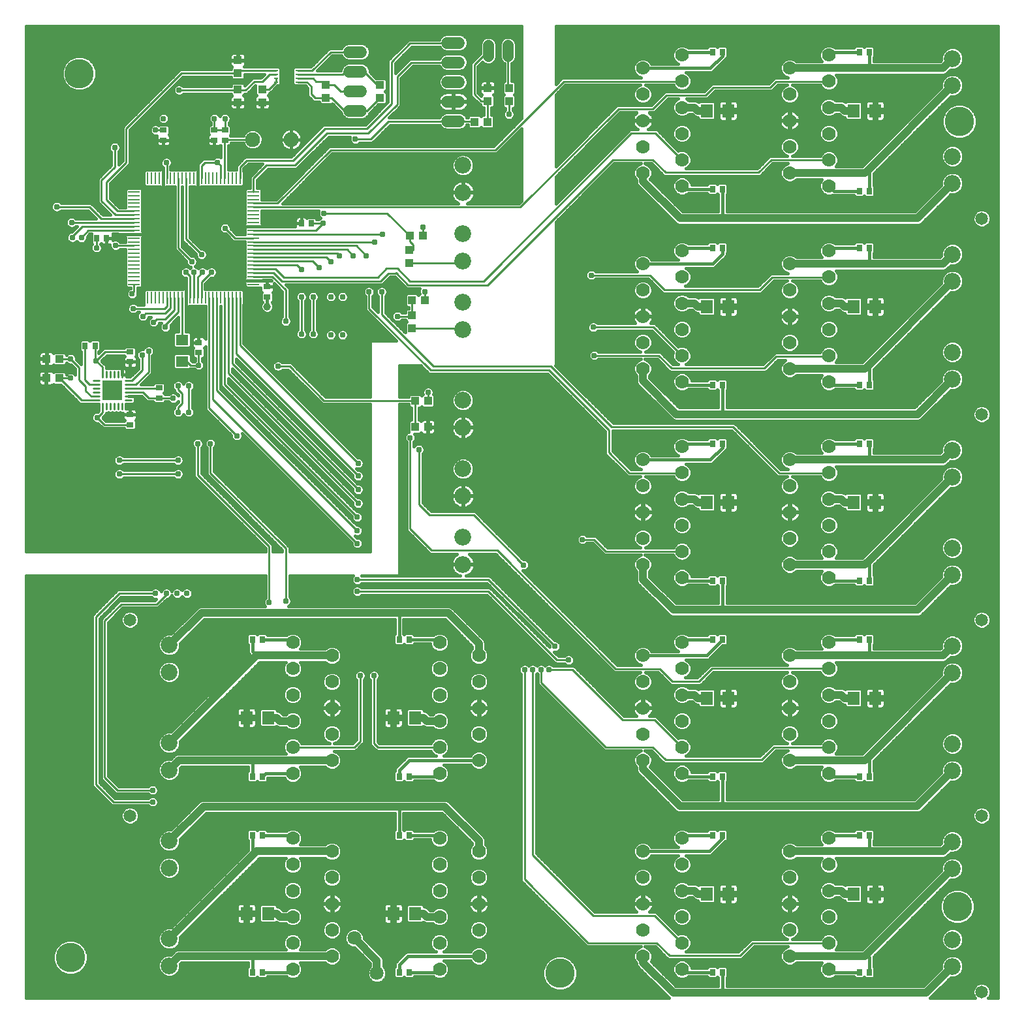
<source format=gtl>
G75*
G70*
%OFA0B0*%
%FSLAX24Y24*%
%IPPOS*%
%LPD*%
%AMOC8*
5,1,8,0,0,1.08239X$1,22.5*
%
%ADD10R,0.0591X0.0106*%
%ADD11R,0.0106X0.0591*%
%ADD12C,0.0100*%
%ADD13R,0.1030X0.1030*%
%ADD14C,0.0700*%
%ADD15R,0.0276X0.0354*%
%ADD16C,0.0860*%
%ADD17C,0.0760*%
%ADD18R,0.0630X0.0551*%
%ADD19R,0.0354X0.0276*%
%ADD20R,0.0630X0.0709*%
%ADD21R,0.0433X0.0394*%
%ADD22C,0.0600*%
%ADD23C,0.0560*%
%ADD24R,0.0394X0.0433*%
%ADD25R,0.0197X0.0098*%
%ADD26C,0.0160*%
%ADD27C,0.0396*%
%ADD28C,0.0310*%
%ADD29C,0.0400*%
%ADD30C,0.0709*%
%ADD31C,0.0650*%
%ADD32C,0.1502*%
D10*
X005879Y036818D03*
X005879Y037015D03*
X005879Y037211D03*
X005879Y037408D03*
X005879Y037605D03*
X005879Y037802D03*
X005879Y037999D03*
X005879Y038196D03*
X005879Y038393D03*
X005879Y038589D03*
X005879Y038786D03*
X005879Y038983D03*
X005879Y039180D03*
X005879Y039377D03*
X005879Y039574D03*
X005879Y039771D03*
X005879Y039967D03*
X005879Y040164D03*
X005879Y040361D03*
X005879Y040558D03*
X005879Y040755D03*
X005879Y040952D03*
X005879Y041149D03*
X005879Y041345D03*
X005879Y041542D03*
X011981Y041542D03*
X011981Y041345D03*
X011981Y041149D03*
X011981Y040952D03*
X011981Y040755D03*
X011981Y040558D03*
X011981Y040361D03*
X011981Y040164D03*
X011981Y039967D03*
X011981Y039771D03*
X011981Y039574D03*
X011981Y039377D03*
X011981Y039180D03*
X011981Y038983D03*
X011981Y038786D03*
X011981Y038589D03*
X011981Y038393D03*
X011981Y038196D03*
X011981Y037999D03*
X011981Y037802D03*
X011981Y037605D03*
X011981Y037408D03*
X011981Y037211D03*
X011981Y037015D03*
X011981Y036818D03*
D11*
X011292Y036129D03*
X011095Y036129D03*
X010899Y036129D03*
X010702Y036129D03*
X010505Y036129D03*
X010308Y036129D03*
X010111Y036129D03*
X009914Y036129D03*
X009717Y036129D03*
X009521Y036129D03*
X009324Y036129D03*
X009127Y036129D03*
X008930Y036129D03*
X008733Y036129D03*
X008536Y036129D03*
X008339Y036129D03*
X008143Y036129D03*
X007946Y036129D03*
X007749Y036129D03*
X007552Y036129D03*
X007355Y036129D03*
X007158Y036129D03*
X006961Y036129D03*
X006765Y036129D03*
X006568Y036129D03*
X006568Y042231D03*
X006765Y042231D03*
X006961Y042231D03*
X007158Y042231D03*
X007355Y042231D03*
X007552Y042231D03*
X007749Y042231D03*
X007946Y042231D03*
X008143Y042231D03*
X008339Y042231D03*
X008536Y042231D03*
X008733Y042231D03*
X008930Y042231D03*
X009127Y042231D03*
X009324Y042231D03*
X009521Y042231D03*
X009717Y042231D03*
X009914Y042231D03*
X010111Y042231D03*
X010308Y042231D03*
X010505Y042231D03*
X010702Y042231D03*
X010899Y042231D03*
X011095Y042231D03*
X011292Y042231D03*
D12*
X011292Y042802D01*
X011640Y043150D01*
X013990Y043150D01*
X015620Y044780D01*
X017770Y044780D01*
X019040Y046050D01*
X019040Y048180D01*
X019980Y049120D01*
X022150Y049120D01*
X022180Y049150D01*
X022180Y048150D02*
X020050Y048150D01*
X019320Y047420D01*
X019320Y046000D01*
X017850Y044530D01*
X015740Y044530D01*
X014100Y042890D01*
X012650Y042890D01*
X011981Y042221D01*
X011981Y041542D01*
X011981Y040952D02*
X013202Y040952D01*
X015930Y043680D01*
X024330Y043680D01*
X027830Y047180D01*
X033861Y047180D01*
X033869Y047188D01*
X033080Y046480D02*
X035080Y046480D01*
X035480Y046880D01*
X038380Y046880D01*
X038680Y047180D01*
X041361Y047180D01*
X041369Y047188D01*
X041361Y043180D02*
X038430Y043180D01*
X037780Y042530D01*
X033030Y042530D01*
X032380Y043180D01*
X030330Y043180D01*
X023930Y036780D01*
X019880Y036780D01*
X019252Y037408D01*
X019223Y037380D01*
X018880Y037380D01*
X018480Y036980D01*
X013430Y036980D01*
X013002Y037408D01*
X011981Y037408D01*
X011981Y037211D02*
X012949Y037211D01*
X013630Y036530D01*
X013630Y034930D01*
X014430Y034280D02*
X014430Y036180D01*
X015030Y036180D02*
X015030Y034280D01*
X013830Y032630D02*
X013230Y032630D01*
X013830Y032630D02*
X015580Y030880D01*
X020215Y030880D01*
X020235Y030860D01*
X020240Y030860D01*
X020240Y030590D01*
X020230Y030580D01*
X020230Y029530D01*
X020225Y029530D01*
X019980Y028980D02*
X019980Y024330D01*
X021080Y023230D01*
X024430Y023230D01*
X030480Y017180D01*
X032730Y017180D01*
X033380Y016530D01*
X034730Y016530D01*
X035388Y017188D01*
X041369Y017188D01*
X041361Y013180D02*
X038580Y013180D01*
X037930Y012530D01*
X033030Y012530D01*
X032380Y013180D01*
X029980Y013180D01*
X026680Y016480D01*
X026680Y017130D01*
X027080Y017130D02*
X028280Y017130D01*
X030830Y014580D01*
X032461Y014580D01*
X033869Y013172D01*
X028080Y017630D02*
X027480Y017630D01*
X023980Y021130D01*
X017280Y021130D01*
X017280Y021730D02*
X023980Y021730D01*
X027380Y018330D01*
X026230Y017130D02*
X026230Y007680D01*
X029330Y004580D01*
X032461Y004580D01*
X033869Y003172D01*
X033230Y002530D02*
X036830Y002530D01*
X037480Y003180D01*
X041361Y003180D01*
X041369Y003172D01*
X033230Y002530D02*
X032580Y003180D01*
X029080Y003180D01*
X025830Y006430D01*
X025830Y017130D01*
X021491Y013172D02*
X018338Y013172D01*
X018130Y013380D01*
X018130Y016830D01*
X017430Y016830D02*
X017430Y013480D01*
X017122Y013172D01*
X013991Y013172D01*
X013630Y020630D02*
X013630Y023330D01*
X009780Y027180D01*
X009780Y028680D01*
X009130Y028680D02*
X009130Y027080D01*
X012780Y023430D01*
X012780Y020580D01*
X017280Y023580D02*
X009914Y030946D01*
X009914Y036129D01*
X009717Y036129D02*
X009717Y030493D01*
X011130Y029080D01*
X010111Y031399D02*
X017280Y024230D01*
X017280Y024930D02*
X010505Y031705D01*
X010505Y036129D01*
X010702Y036129D02*
X010702Y032258D01*
X017330Y025630D01*
X017330Y026330D02*
X010899Y032761D01*
X010899Y036129D01*
X011095Y036129D02*
X011095Y033265D01*
X017330Y027030D01*
X017330Y027680D02*
X011292Y033718D01*
X011292Y036129D01*
X010111Y036129D02*
X010111Y031399D01*
X009180Y032680D02*
X008780Y032680D01*
X008581Y032879D01*
X008330Y032879D01*
X009180Y032680D02*
X009180Y033324D01*
X008330Y033981D02*
X008330Y036119D01*
X008339Y036129D01*
X008143Y036129D02*
X008143Y035393D01*
X007480Y034730D01*
X007480Y034630D01*
X007480Y035030D02*
X007030Y035030D01*
X006880Y034880D01*
X006480Y035330D02*
X006330Y035180D01*
X006480Y035330D02*
X007480Y035330D01*
X007749Y035599D01*
X007749Y036129D01*
X007946Y036129D02*
X007946Y035496D01*
X007480Y035030D01*
X007430Y035580D02*
X005830Y035580D01*
X005780Y036320D02*
X005879Y036419D01*
X005879Y036818D01*
X007552Y036129D02*
X007552Y035702D01*
X007430Y035580D01*
X008733Y036129D02*
X008733Y037227D01*
X008530Y037430D01*
X008930Y037430D02*
X008930Y036129D01*
X009127Y036129D02*
X009127Y037177D01*
X009380Y037430D01*
X009830Y037430D02*
X009324Y036924D01*
X009324Y036129D01*
X008830Y037980D02*
X008143Y038667D01*
X008143Y042231D01*
X008536Y042231D02*
X008536Y039124D01*
X009330Y038330D01*
X010530Y039680D02*
X011030Y039180D01*
X011981Y039180D01*
X011981Y038983D02*
X018177Y038983D01*
X018180Y038980D01*
X018577Y039377D02*
X018580Y039380D01*
X018577Y039377D02*
X011981Y039377D01*
X011981Y039574D02*
X015174Y039574D01*
X015530Y039930D01*
X014936Y039930D01*
X015580Y040430D02*
X018815Y040430D01*
X019955Y039290D01*
X019960Y039290D01*
X019960Y039010D01*
X020130Y038840D01*
X020130Y038570D01*
X019950Y038570D01*
X019950Y038575D01*
X019950Y037910D02*
X019950Y037905D01*
X019950Y037910D02*
X022580Y037910D01*
X022680Y038010D01*
X022680Y038011D01*
X023730Y036980D02*
X031280Y044530D01*
X032511Y044530D01*
X033869Y043172D01*
X032380Y045780D02*
X033080Y046480D01*
X032380Y045780D02*
X030630Y045780D01*
X025605Y040755D01*
X011981Y040755D01*
X011981Y038786D02*
X017224Y038786D01*
X017730Y038280D01*
X017080Y038280D02*
X016771Y038589D01*
X011981Y038589D01*
X011981Y038393D02*
X016267Y038393D01*
X016380Y038280D01*
X015930Y037980D02*
X015714Y038196D01*
X011981Y038196D01*
X011981Y037999D02*
X015011Y037999D01*
X015330Y037680D01*
X014430Y037580D02*
X014208Y037802D01*
X011981Y037802D01*
X011981Y037605D02*
X013105Y037605D01*
X013530Y037180D01*
X018330Y037180D01*
X018780Y037630D01*
X019330Y037630D01*
X019980Y036980D01*
X023730Y036980D01*
X022620Y034580D02*
X022680Y034520D01*
X022680Y034511D01*
X022620Y034580D02*
X020080Y034580D01*
X020080Y034575D01*
X020015Y035180D02*
X019330Y035180D01*
X020015Y035180D02*
X020080Y035245D01*
X020080Y036000D01*
X020075Y036000D01*
X020740Y036000D02*
X020745Y036000D01*
X020740Y036000D02*
X020740Y036440D01*
X018530Y036430D02*
X018530Y035280D01*
X021180Y032630D01*
X027180Y032630D01*
X030280Y029530D01*
X036480Y029530D01*
X038830Y027180D01*
X041361Y027180D01*
X041369Y027188D01*
X038080Y032530D02*
X038680Y033130D01*
X041327Y033130D01*
X041369Y033172D01*
X038080Y032530D02*
X033330Y032530D01*
X032680Y033180D01*
X029380Y033180D01*
X029330Y034630D02*
X032411Y034630D01*
X033869Y033172D01*
X032980Y036530D02*
X037830Y036530D01*
X038480Y037180D01*
X041361Y037180D01*
X041369Y037188D01*
X041369Y043172D02*
X041361Y043180D01*
X033870Y048520D02*
X033869Y048526D01*
X024980Y048750D02*
X024980Y046895D01*
X025040Y046835D01*
X025040Y046165D02*
X025040Y045500D01*
X025030Y045490D01*
X023935Y045110D02*
X023935Y046170D01*
X023940Y046175D01*
X023605Y046175D01*
X023260Y046520D01*
X023260Y048030D01*
X023980Y048750D01*
X023940Y048710D01*
X023225Y045150D02*
X022180Y045150D01*
X022160Y045130D01*
X018880Y045130D01*
X017980Y044230D01*
X017180Y044230D01*
X017180Y045680D02*
X016630Y045680D01*
X015965Y046345D01*
X015680Y046345D01*
X015665Y046330D01*
X015130Y046330D01*
X014930Y046530D01*
X014930Y046930D01*
X014717Y047143D01*
X014219Y047143D01*
X014219Y047339D02*
X015021Y047339D01*
X015180Y047180D01*
X015515Y047180D01*
X015680Y047015D01*
X016095Y047015D01*
X016430Y046680D01*
X017180Y046680D01*
X017180Y047680D02*
X016680Y047680D01*
X016536Y047536D01*
X014219Y047536D01*
X014219Y047733D02*
X014983Y047733D01*
X015930Y048680D01*
X017180Y048680D01*
X017180Y047680D02*
X017630Y047680D01*
X018295Y047015D01*
X018430Y047015D01*
X018430Y046345D02*
X017765Y045680D01*
X017180Y045680D01*
X013137Y047143D02*
X013137Y047339D01*
X013137Y047143D02*
X012759Y046765D01*
X012430Y046765D01*
X012430Y047180D02*
X012030Y047180D01*
X011580Y046730D01*
X011215Y046730D01*
X011180Y046765D01*
X011145Y046730D01*
X008180Y046730D01*
X008305Y047595D02*
X005475Y044765D01*
X005475Y043040D01*
X004470Y042035D01*
X004470Y041125D01*
X005040Y040555D01*
X005876Y040555D01*
X005879Y040558D01*
X005879Y040361D02*
X005878Y040360D01*
X004925Y040360D01*
X004210Y041075D01*
X004210Y042130D01*
X004895Y042815D01*
X004895Y043810D01*
X006980Y044690D02*
X007380Y044690D01*
X007380Y044686D01*
X007530Y043030D02*
X007552Y043008D01*
X007552Y042231D01*
X009324Y042231D02*
X009324Y042884D01*
X009490Y043050D01*
X010150Y043050D01*
X010308Y042892D01*
X010308Y042231D01*
X010505Y042231D02*
X010505Y044149D01*
X010530Y044174D01*
X010566Y044210D01*
X011936Y044210D01*
X010530Y044686D02*
X010530Y045280D01*
X009980Y045280D02*
X009980Y044710D01*
X009960Y044690D01*
X009980Y044686D02*
X010530Y044686D01*
X012430Y047180D02*
X012786Y047536D01*
X013137Y047536D01*
X013137Y047733D02*
X011318Y047733D01*
X011180Y047595D01*
X008305Y047595D01*
X003610Y040770D02*
X001930Y040770D01*
X002690Y039970D02*
X005876Y039970D01*
X005879Y039967D01*
X005879Y039771D02*
X005878Y039770D01*
X003220Y039770D01*
X002730Y039280D01*
X002730Y039210D01*
X003200Y039190D02*
X003530Y039580D01*
X003760Y039580D01*
X005875Y039570D01*
X005879Y039574D01*
X005879Y040164D02*
X005873Y040170D01*
X004210Y040170D01*
X003610Y040770D01*
X003964Y039180D02*
X003964Y038684D01*
X003960Y038680D01*
X004940Y038800D02*
X004954Y038786D01*
X005879Y038786D01*
X005680Y033366D02*
X004406Y033366D01*
X003950Y032910D01*
X003886Y032974D01*
X003886Y033670D01*
X003374Y033670D02*
X003370Y033666D01*
X003370Y031920D01*
X003593Y031697D01*
X003940Y031697D01*
X004090Y031697D02*
X003790Y031697D01*
X003790Y031499D02*
X004090Y031499D01*
X004090Y031289D02*
X003790Y031289D01*
X003690Y031090D02*
X003410Y031370D01*
X003410Y031610D01*
X003070Y031950D01*
X003070Y032580D01*
X002640Y033010D01*
X002075Y033010D01*
X002065Y032020D02*
X002640Y032020D01*
X002065Y032020D02*
X003193Y030891D01*
X003940Y030891D01*
X004090Y030891D02*
X003790Y030891D01*
X003690Y031090D02*
X003940Y031090D01*
X004090Y031090D02*
X003790Y031090D01*
X004265Y030727D02*
X004265Y030427D01*
X004265Y030577D02*
X004265Y030275D01*
X004000Y030010D01*
X004366Y029644D01*
X005670Y029644D01*
X005271Y030427D02*
X005271Y030727D01*
X005072Y030727D02*
X005072Y030427D01*
X004873Y030427D02*
X004873Y030727D01*
X004663Y030727D02*
X004663Y030427D01*
X004465Y030427D02*
X004465Y030727D01*
X004090Y031897D02*
X003790Y031897D01*
X004265Y032211D02*
X004265Y032595D01*
X003950Y032910D01*
X004265Y032361D02*
X004265Y032061D01*
X004465Y032061D02*
X004465Y032361D01*
X004663Y032361D02*
X004663Y032061D01*
X004873Y032061D02*
X004873Y032361D01*
X005072Y032361D02*
X005072Y032061D01*
X005271Y032061D02*
X005271Y032361D01*
X005445Y031897D02*
X005745Y031897D01*
X005757Y031897D02*
X006290Y032430D01*
X006290Y033200D01*
X006620Y033400D02*
X006620Y032340D01*
X005977Y031697D01*
X005595Y031697D01*
X005745Y031697D02*
X005445Y031697D01*
X005445Y031499D02*
X005745Y031499D01*
X005595Y031499D02*
X007133Y031499D01*
X007160Y031526D01*
X007160Y031014D02*
X007856Y031014D01*
X007880Y030990D01*
X008130Y031430D02*
X008130Y031630D01*
X008130Y031430D02*
X008330Y031230D01*
X008330Y030730D01*
X008130Y030530D01*
X008130Y030280D01*
X008680Y030280D02*
X008680Y031630D01*
X007160Y031014D02*
X007156Y031010D01*
X006620Y031010D01*
X006341Y031289D01*
X005595Y031289D01*
X005745Y031289D02*
X005445Y031289D01*
X005445Y031090D02*
X005745Y031090D01*
X005745Y030891D02*
X005445Y030891D01*
X005595Y031897D02*
X005757Y031897D01*
X005130Y027830D02*
X008130Y027830D01*
X008130Y027130D02*
X005130Y027130D01*
X005130Y021030D02*
X003930Y019830D01*
X003930Y011280D01*
X004830Y010380D01*
X006830Y010380D01*
X006830Y010980D02*
X005030Y010980D01*
X004380Y011630D01*
X004380Y019630D01*
X005230Y020480D01*
X007030Y020480D01*
X007530Y020980D01*
X007530Y021030D01*
X006980Y021030D02*
X005130Y021030D01*
X017880Y035580D02*
X021030Y032430D01*
X027080Y032430D01*
X030130Y029380D01*
X030130Y028230D01*
X031180Y027180D01*
X033861Y027180D01*
X033869Y027188D01*
X033861Y023180D02*
X033869Y023172D01*
X033861Y023180D02*
X029980Y023180D01*
X029380Y023780D01*
X028780Y023780D01*
X025780Y022480D02*
X023230Y025030D01*
X020980Y025030D01*
X020430Y025580D01*
X020430Y028380D01*
X020900Y030860D02*
X020905Y030860D01*
X020900Y030860D02*
X020900Y031300D01*
X017880Y035580D02*
X017880Y036430D01*
X020620Y039290D02*
X020625Y039290D01*
X020620Y039290D02*
X020620Y039730D01*
X023265Y045110D02*
X023225Y045150D01*
X029230Y037280D02*
X032230Y037280D01*
X032980Y036530D01*
X041361Y013180D02*
X041369Y013172D01*
D13*
X004764Y031398D03*
D14*
X013991Y018526D03*
X013991Y017188D03*
X013991Y015849D03*
X013991Y014511D03*
X013991Y013172D03*
X013991Y011834D03*
X015991Y012503D03*
X015991Y013841D03*
X015991Y015180D03*
X015991Y016519D03*
X015991Y017857D03*
X021491Y017188D03*
X021491Y018526D03*
X023491Y017857D03*
X023491Y016519D03*
X023491Y015180D03*
X023491Y013841D03*
X023491Y012503D03*
X021491Y013172D03*
X021491Y014511D03*
X021491Y015849D03*
X021491Y011834D03*
X021491Y008526D03*
X021491Y007188D03*
X021491Y005849D03*
X021491Y004511D03*
X021491Y003172D03*
X021491Y001834D03*
X023491Y002503D03*
X023491Y003841D03*
X023491Y005180D03*
X023491Y006519D03*
X023491Y007857D03*
X015991Y007857D03*
X015991Y006519D03*
X015991Y005180D03*
X015991Y003841D03*
X015991Y002503D03*
X013991Y003172D03*
X013991Y004511D03*
X013991Y005849D03*
X013991Y007188D03*
X013991Y008526D03*
X013991Y001834D03*
X031869Y002503D03*
X031869Y003841D03*
X031869Y005180D03*
X031869Y006519D03*
X031869Y007857D03*
X033869Y007188D03*
X033869Y008526D03*
X033869Y005849D03*
X033869Y004511D03*
X033869Y003172D03*
X033869Y001834D03*
X039369Y002503D03*
X039369Y003841D03*
X039369Y005180D03*
X039369Y006519D03*
X039369Y007857D03*
X041369Y007188D03*
X041369Y008526D03*
X041369Y005849D03*
X041369Y004511D03*
X041369Y003172D03*
X041369Y001834D03*
X041369Y011834D03*
X041369Y013172D03*
X041369Y014511D03*
X041369Y015849D03*
X041369Y017188D03*
X041369Y018526D03*
X039369Y017857D03*
X039369Y016519D03*
X039369Y015180D03*
X039369Y013841D03*
X039369Y012503D03*
X033869Y013172D03*
X033869Y014511D03*
X033869Y015849D03*
X033869Y017188D03*
X033869Y018526D03*
X031869Y017857D03*
X031869Y016519D03*
X031869Y015180D03*
X031869Y013841D03*
X031869Y012503D03*
X033869Y011834D03*
X033869Y021834D03*
X033869Y023172D03*
X033869Y024511D03*
X033869Y025849D03*
X033869Y027188D03*
X033869Y028526D03*
X031869Y027857D03*
X031869Y026519D03*
X031869Y025180D03*
X031869Y023841D03*
X031869Y022503D03*
X039369Y022503D03*
X039369Y023841D03*
X039369Y025180D03*
X039369Y026519D03*
X039369Y027857D03*
X041369Y027188D03*
X041369Y025849D03*
X041369Y024511D03*
X041369Y023172D03*
X041369Y021834D03*
X041369Y028526D03*
X041369Y031834D03*
X041369Y033172D03*
X041369Y034511D03*
X041369Y035849D03*
X041369Y037188D03*
X041369Y038526D03*
X039369Y037857D03*
X039369Y036519D03*
X039369Y035180D03*
X039369Y033841D03*
X039369Y032503D03*
X033869Y033172D03*
X033869Y031834D03*
X031869Y032503D03*
X031869Y033841D03*
X031869Y035180D03*
X031869Y036519D03*
X031869Y037857D03*
X033869Y037188D03*
X033869Y035849D03*
X033869Y034511D03*
X033869Y038526D03*
X033869Y041834D03*
X033869Y043172D03*
X033869Y044511D03*
X033869Y045849D03*
X033869Y047188D03*
X033869Y048526D03*
X031869Y047857D03*
X031869Y046519D03*
X031869Y045180D03*
X031869Y043841D03*
X031869Y042503D03*
X039369Y042503D03*
X039369Y043841D03*
X039369Y045180D03*
X039369Y046519D03*
X039369Y047857D03*
X041369Y047188D03*
X041369Y045849D03*
X041369Y044511D03*
X041369Y043172D03*
X041369Y041834D03*
X041369Y048526D03*
D15*
X042924Y048680D03*
X043436Y048680D03*
X043436Y041580D03*
X042924Y041580D03*
X042924Y038680D03*
X043436Y038680D03*
X043436Y031680D03*
X042924Y031680D03*
X042924Y028680D03*
X043436Y028680D03*
X043436Y021680D03*
X042924Y021680D03*
X042924Y018680D03*
X043436Y018680D03*
X043436Y011680D03*
X042924Y011680D03*
X042924Y008680D03*
X043436Y008680D03*
X043436Y001680D03*
X042924Y001680D03*
X035936Y001680D03*
X035424Y001680D03*
X035424Y008680D03*
X035936Y008680D03*
X035936Y011680D03*
X035424Y011680D03*
X035424Y018680D03*
X035936Y018680D03*
X035936Y021680D03*
X035424Y021680D03*
X035424Y028680D03*
X035936Y028680D03*
X035936Y031680D03*
X035424Y031680D03*
X035424Y038680D03*
X035936Y038680D03*
X035936Y041680D03*
X035424Y041680D03*
X035424Y048680D03*
X035936Y048680D03*
X014936Y039930D03*
X014424Y039930D03*
X004476Y039180D03*
X003964Y039180D03*
X003886Y033670D03*
X003374Y033670D03*
X011924Y018680D03*
X012436Y018680D03*
X019424Y018680D03*
X019936Y018680D03*
X019936Y011680D03*
X019424Y011680D03*
X019424Y008680D03*
X019936Y008680D03*
X019936Y001680D03*
X019424Y001680D03*
X012436Y001680D03*
X011924Y001680D03*
X011924Y008680D03*
X012436Y008680D03*
X012436Y011680D03*
X011924Y011680D03*
D16*
X007680Y012011D03*
X007680Y013389D03*
X007680Y017011D03*
X007680Y018389D03*
X007680Y008389D03*
X007680Y007011D03*
X007680Y003389D03*
X007680Y002011D03*
X022680Y022511D03*
X022680Y023889D03*
X022680Y026011D03*
X022680Y027389D03*
X022680Y029511D03*
X022680Y030889D03*
X022680Y034511D03*
X022680Y035889D03*
X022680Y038011D03*
X022680Y039389D03*
X022680Y041511D03*
X022680Y042889D03*
X047680Y043349D03*
X047680Y041971D03*
X047680Y038349D03*
X047680Y036971D03*
X047680Y033349D03*
X047680Y031971D03*
X047680Y028349D03*
X047680Y026971D03*
X047680Y023349D03*
X047680Y021971D03*
X047680Y018349D03*
X047680Y016971D03*
X047680Y013349D03*
X047680Y011971D03*
X047680Y008349D03*
X047680Y006971D03*
X047680Y003349D03*
X047680Y001971D03*
X047680Y046971D03*
X047680Y048349D03*
D17*
X013904Y044210D03*
X011936Y044210D03*
D18*
X008330Y033981D03*
X008330Y032879D03*
D19*
X009180Y033324D03*
X009180Y033836D03*
X007160Y031526D03*
X007160Y031014D03*
X005670Y030156D03*
X005670Y029644D03*
X005680Y032854D03*
X005680Y033366D03*
X012680Y036174D03*
X012680Y036686D03*
X010530Y044174D03*
X010530Y044686D03*
X009980Y044686D03*
X009980Y044174D03*
X007380Y044174D03*
X007380Y044686D03*
D20*
X035129Y045680D03*
X036231Y045680D03*
X042629Y045680D03*
X043731Y045680D03*
X043731Y035680D03*
X042629Y035680D03*
X036231Y035680D03*
X035129Y035680D03*
X035129Y025680D03*
X036231Y025680D03*
X042629Y025680D03*
X043731Y025680D03*
X043731Y015680D03*
X042629Y015680D03*
X036231Y015680D03*
X035129Y015680D03*
X035129Y005680D03*
X036231Y005680D03*
X042629Y005680D03*
X043731Y005680D03*
X020231Y004680D03*
X019129Y004680D03*
X012731Y004680D03*
X011629Y004680D03*
X011629Y014680D03*
X012731Y014680D03*
X019129Y014680D03*
X020231Y014680D03*
D21*
X002065Y032020D03*
X001395Y032020D03*
X001405Y033010D03*
X002075Y033010D03*
X011180Y046095D03*
X011180Y046765D03*
X011180Y047595D03*
X011180Y048265D03*
X012430Y046765D03*
X012430Y046095D03*
X015680Y046345D03*
X015680Y047015D03*
X018430Y047015D03*
X018430Y046345D03*
X023940Y046175D03*
X023940Y046845D03*
X019950Y038575D03*
X019950Y037905D03*
X020080Y035245D03*
X020080Y034575D03*
D22*
X021880Y045150D02*
X022480Y045150D01*
X022480Y046150D02*
X021880Y046150D01*
X021880Y047150D02*
X022480Y047150D01*
X022480Y048150D02*
X021880Y048150D01*
X021880Y049150D02*
X022480Y049150D01*
X017480Y048680D02*
X016880Y048680D01*
X016880Y047680D02*
X017480Y047680D01*
X017480Y046680D02*
X016880Y046680D01*
X016880Y045680D02*
X017480Y045680D01*
D23*
X023980Y048470D02*
X023980Y049030D01*
X024980Y049030D02*
X024980Y048470D01*
D24*
X025040Y046835D03*
X025040Y046165D03*
X023935Y045110D03*
X023265Y045110D03*
X020625Y039290D03*
X019955Y039290D03*
X020075Y036000D03*
X020745Y036000D03*
X020905Y030860D03*
X020235Y030860D03*
X020225Y029530D03*
X020895Y029530D03*
D25*
X014219Y047143D03*
X014219Y047339D03*
X014219Y047536D03*
X014219Y047733D03*
X013137Y047733D03*
X013137Y047536D03*
X013137Y047339D03*
X013137Y047143D03*
D26*
X000360Y021930D02*
X000360Y000360D01*
X033199Y000360D01*
X033132Y000427D01*
X031581Y001978D01*
X031529Y002103D01*
X031529Y002150D01*
X031454Y002225D01*
X031379Y002405D01*
X031379Y002600D01*
X031454Y002780D01*
X031591Y002918D01*
X031765Y002990D01*
X029001Y002990D01*
X028890Y003101D01*
X025640Y006351D01*
X025640Y016903D01*
X025580Y016963D01*
X025535Y017071D01*
X025535Y017189D01*
X025580Y017297D01*
X025663Y017380D01*
X025771Y017425D01*
X025889Y017425D01*
X025997Y017380D01*
X026030Y017347D01*
X026063Y017380D01*
X026171Y017425D01*
X026289Y017425D01*
X026397Y017380D01*
X026455Y017322D01*
X026513Y017380D01*
X026621Y017425D01*
X026739Y017425D01*
X026847Y017380D01*
X026880Y017347D01*
X026913Y017380D01*
X027021Y017425D01*
X027139Y017425D01*
X027247Y017380D01*
X027307Y017320D01*
X028359Y017320D01*
X030909Y014770D01*
X031532Y014770D01*
X031524Y014776D01*
X031465Y014835D01*
X031416Y014902D01*
X031378Y014977D01*
X031352Y015056D01*
X031339Y015138D01*
X031339Y015152D01*
X031841Y015152D01*
X031841Y015208D01*
X031339Y015208D01*
X031339Y015222D01*
X031352Y015304D01*
X031378Y015383D01*
X031416Y015458D01*
X031465Y015525D01*
X031524Y015584D01*
X031591Y015633D01*
X031666Y015671D01*
X031745Y015697D01*
X031827Y015710D01*
X031841Y015710D01*
X031841Y015208D01*
X031897Y015208D01*
X031897Y015710D01*
X031911Y015710D01*
X031993Y015697D01*
X032072Y015671D01*
X032147Y015633D01*
X032214Y015584D01*
X032273Y015525D01*
X032322Y015458D01*
X032360Y015383D01*
X032386Y015304D01*
X032399Y015222D01*
X032399Y015208D01*
X031897Y015208D01*
X031897Y015152D01*
X032399Y015152D01*
X032399Y015138D01*
X032386Y015056D01*
X032360Y014977D01*
X032322Y014902D01*
X032273Y014835D01*
X032214Y014776D01*
X032206Y014770D01*
X032540Y014770D01*
X033684Y013626D01*
X033772Y013662D01*
X033966Y013662D01*
X034147Y013588D01*
X034284Y013450D01*
X034359Y013270D01*
X034359Y013075D01*
X034284Y012895D01*
X034147Y012757D01*
X034058Y012720D01*
X037851Y012720D01*
X038390Y013259D01*
X038501Y013370D01*
X039227Y013370D01*
X039091Y013426D01*
X038954Y013564D01*
X038879Y013744D01*
X038879Y013939D01*
X038954Y014119D01*
X039091Y014257D01*
X039272Y014331D01*
X039466Y014331D01*
X039647Y014257D01*
X039784Y014119D01*
X039859Y013939D01*
X039859Y013744D01*
X039784Y013564D01*
X039647Y013426D01*
X039511Y013370D01*
X040921Y013370D01*
X040954Y013450D01*
X041091Y013588D01*
X041272Y013662D01*
X041466Y013662D01*
X041647Y013588D01*
X041784Y013450D01*
X041859Y013270D01*
X041859Y013075D01*
X041784Y012895D01*
X041733Y012843D01*
X043071Y012843D01*
X047110Y016882D01*
X047110Y017085D01*
X047197Y017294D01*
X047357Y017455D01*
X047567Y017541D01*
X047793Y017541D01*
X048003Y017455D01*
X048163Y017294D01*
X048250Y017085D01*
X048250Y016858D01*
X048163Y016648D01*
X048003Y016488D01*
X047793Y016401D01*
X047591Y016401D01*
X043656Y012466D01*
X043656Y011973D01*
X043714Y011915D01*
X043714Y011445D01*
X043632Y011363D01*
X043240Y011363D01*
X043180Y011423D01*
X043120Y011363D01*
X042728Y011363D01*
X042646Y011445D01*
X042646Y011460D01*
X041688Y011460D01*
X041647Y011418D01*
X041466Y011344D01*
X041272Y011344D01*
X041091Y011418D01*
X040954Y011556D01*
X040879Y011736D01*
X040879Y011931D01*
X040954Y012111D01*
X041005Y012163D01*
X039722Y012163D01*
X039647Y012087D01*
X039466Y012013D01*
X039272Y012013D01*
X039091Y012087D01*
X038954Y012225D01*
X038879Y012405D01*
X038879Y012600D01*
X038954Y012780D01*
X039091Y012918D01*
X039265Y012990D01*
X038659Y012990D01*
X038009Y012340D01*
X032951Y012340D01*
X032840Y012451D01*
X032301Y012990D01*
X031973Y012990D01*
X032147Y012918D01*
X032284Y012780D01*
X032359Y012600D01*
X032359Y012405D01*
X032284Y012225D01*
X032235Y012176D01*
X033901Y010510D01*
X035716Y010510D01*
X035716Y011387D01*
X035680Y011423D01*
X035620Y011363D01*
X035228Y011363D01*
X035146Y011445D01*
X035146Y011460D01*
X034188Y011460D01*
X034147Y011418D01*
X033966Y011344D01*
X033772Y011344D01*
X033591Y011418D01*
X033454Y011556D01*
X033379Y011736D01*
X033379Y011931D01*
X033454Y012111D01*
X033591Y012249D01*
X033772Y012324D01*
X033966Y012324D01*
X034147Y012249D01*
X034284Y012111D01*
X034359Y011931D01*
X034359Y011900D01*
X035146Y011900D01*
X035146Y011915D01*
X035228Y011997D01*
X035620Y011997D01*
X035680Y011937D01*
X035740Y011997D01*
X036132Y011997D01*
X036214Y011915D01*
X036214Y011445D01*
X036156Y011387D01*
X036156Y010510D01*
X045738Y010510D01*
X047110Y011882D01*
X047110Y012085D01*
X047197Y012294D01*
X047357Y012455D01*
X047567Y012541D01*
X047793Y012541D01*
X048003Y012455D01*
X048163Y012294D01*
X048250Y012085D01*
X048250Y011858D01*
X048163Y011648D01*
X048003Y011488D01*
X047793Y011401D01*
X047591Y011401D01*
X046071Y009882D01*
X045946Y009830D01*
X033692Y009830D01*
X033567Y009882D01*
X033472Y009977D01*
X033472Y009977D01*
X031581Y011868D01*
X031529Y011993D01*
X031529Y012150D01*
X031454Y012225D01*
X031379Y012405D01*
X031379Y012600D01*
X031454Y012780D01*
X031591Y012918D01*
X031765Y012990D01*
X029901Y012990D01*
X029790Y013101D01*
X026490Y016401D01*
X026490Y016903D01*
X026455Y016938D01*
X026420Y016903D01*
X026420Y007759D01*
X029409Y004770D01*
X031532Y004770D01*
X031524Y004776D01*
X031465Y004835D01*
X031416Y004902D01*
X031378Y004977D01*
X031352Y005056D01*
X031339Y005138D01*
X031339Y005152D01*
X031841Y005152D01*
X031841Y005208D01*
X031339Y005208D01*
X031339Y005222D01*
X031352Y005304D01*
X031378Y005383D01*
X031416Y005458D01*
X031465Y005525D01*
X031524Y005584D01*
X031591Y005633D01*
X031666Y005671D01*
X031745Y005697D01*
X031827Y005710D01*
X031841Y005710D01*
X031841Y005208D01*
X031897Y005208D01*
X031897Y005710D01*
X031911Y005710D01*
X031993Y005697D01*
X032072Y005671D01*
X032147Y005633D01*
X032214Y005584D01*
X032273Y005525D01*
X032322Y005458D01*
X032360Y005383D01*
X032386Y005304D01*
X032399Y005222D01*
X032399Y005208D01*
X031897Y005208D01*
X031897Y005152D01*
X032399Y005152D01*
X032399Y005138D01*
X032386Y005056D01*
X032360Y004977D01*
X032322Y004902D01*
X032273Y004835D01*
X032214Y004776D01*
X032206Y004770D01*
X032540Y004770D01*
X032651Y004659D01*
X032651Y004659D01*
X033684Y003626D01*
X033772Y003662D01*
X033966Y003662D01*
X034147Y003588D01*
X034284Y003450D01*
X034359Y003270D01*
X034359Y003075D01*
X034284Y002895D01*
X034147Y002757D01*
X034058Y002720D01*
X036751Y002720D01*
X037290Y003259D01*
X037401Y003370D01*
X039227Y003370D01*
X039091Y003426D01*
X038954Y003564D01*
X038879Y003744D01*
X038879Y003939D01*
X038954Y004119D01*
X039091Y004257D01*
X039272Y004331D01*
X039466Y004331D01*
X039647Y004257D01*
X039784Y004119D01*
X039859Y003939D01*
X039859Y003744D01*
X039784Y003564D01*
X039647Y003426D01*
X039511Y003370D01*
X040921Y003370D01*
X040954Y003450D01*
X041091Y003588D01*
X041272Y003662D01*
X041466Y003662D01*
X041647Y003588D01*
X041784Y003450D01*
X041859Y003270D01*
X041859Y003075D01*
X041784Y002895D01*
X041733Y002843D01*
X043071Y002843D01*
X043092Y002864D01*
X043092Y002864D01*
X047110Y006882D01*
X047110Y007085D01*
X047197Y007294D01*
X047357Y007455D01*
X047567Y007541D01*
X047793Y007541D01*
X048003Y007455D01*
X048163Y007294D01*
X048250Y007085D01*
X048250Y006858D01*
X048163Y006648D01*
X048003Y006488D01*
X047793Y006401D01*
X047591Y006401D01*
X043656Y002466D01*
X043656Y001973D01*
X043714Y001915D01*
X043714Y001445D01*
X043632Y001363D01*
X043240Y001363D01*
X043180Y001423D01*
X043120Y001363D01*
X042728Y001363D01*
X042646Y001445D01*
X042646Y001460D01*
X041688Y001460D01*
X041647Y001418D01*
X041466Y001344D01*
X041272Y001344D01*
X041091Y001418D01*
X040954Y001556D01*
X040879Y001736D01*
X040879Y001931D01*
X040954Y002111D01*
X041005Y002163D01*
X039722Y002163D01*
X039647Y002087D01*
X039466Y002013D01*
X039272Y002013D01*
X039091Y002087D01*
X038954Y002225D01*
X038879Y002405D01*
X038879Y002600D01*
X038954Y002780D01*
X039091Y002918D01*
X039265Y002990D01*
X037559Y002990D01*
X036909Y002340D01*
X033151Y002340D01*
X033040Y002451D01*
X032501Y002990D01*
X031973Y002990D01*
X032147Y002918D01*
X032284Y002780D01*
X032359Y002600D01*
X032359Y002405D01*
X032288Y002233D01*
X033561Y000960D01*
X035716Y000960D01*
X035716Y001387D01*
X035680Y001423D01*
X035620Y001363D01*
X035228Y001363D01*
X035146Y001445D01*
X035146Y001460D01*
X034188Y001460D01*
X034147Y001418D01*
X033966Y001344D01*
X033772Y001344D01*
X033591Y001418D01*
X033454Y001556D01*
X033379Y001736D01*
X033379Y001931D01*
X033454Y002111D01*
X033591Y002249D01*
X033772Y002324D01*
X033966Y002324D01*
X034147Y002249D01*
X034284Y002111D01*
X034359Y001931D01*
X034359Y001900D01*
X035146Y001900D01*
X035146Y001915D01*
X035228Y001997D01*
X035620Y001997D01*
X035680Y001937D01*
X035740Y001997D01*
X036132Y001997D01*
X036214Y001915D01*
X036214Y001445D01*
X036156Y001387D01*
X036156Y000960D01*
X046188Y000960D01*
X047110Y001882D01*
X047110Y002085D01*
X047197Y002294D01*
X047357Y002455D01*
X047567Y002541D01*
X047793Y002541D01*
X048003Y002455D01*
X048163Y002294D01*
X048250Y002085D01*
X048250Y001858D01*
X048163Y001648D01*
X048003Y001488D01*
X047793Y001401D01*
X047591Y001401D01*
X046549Y000360D01*
X048843Y000360D01*
X048786Y000417D01*
X048715Y000588D01*
X048715Y000772D01*
X048786Y000943D01*
X048917Y001074D01*
X049088Y001145D01*
X049272Y001145D01*
X049443Y001074D01*
X049574Y000943D01*
X049645Y000772D01*
X049645Y000588D01*
X049574Y000417D01*
X049517Y000360D01*
X050000Y000360D01*
X050000Y050000D01*
X027430Y050000D01*
X027430Y047049D01*
X027640Y047259D01*
X027751Y047370D01*
X031765Y047370D01*
X031591Y047442D01*
X031454Y047580D01*
X031379Y047760D01*
X031379Y047955D01*
X031454Y048135D01*
X031591Y048273D01*
X031772Y048347D01*
X031966Y048347D01*
X032147Y048273D01*
X032284Y048135D01*
X032308Y048077D01*
X033673Y048077D01*
X033591Y048111D01*
X033454Y048249D01*
X033379Y048429D01*
X033379Y048624D01*
X033454Y048804D01*
X033591Y048942D01*
X033772Y049016D01*
X033966Y049016D01*
X034147Y048942D01*
X034188Y048900D01*
X035146Y048900D01*
X035146Y048915D01*
X035228Y048997D01*
X035620Y048997D01*
X035680Y048937D01*
X035740Y048997D01*
X036132Y048997D01*
X036214Y048915D01*
X036214Y048445D01*
X036132Y048363D01*
X036127Y048363D01*
X035530Y047766D01*
X035401Y047637D01*
X034065Y047637D01*
X034147Y047603D01*
X034284Y047465D01*
X034359Y047285D01*
X034359Y047090D01*
X034284Y046910D01*
X034147Y046772D01*
X033966Y046698D01*
X033772Y046698D01*
X033591Y046772D01*
X033454Y046910D01*
X033421Y046990D01*
X032011Y046990D01*
X032147Y046934D01*
X032284Y046796D01*
X032359Y046616D01*
X032359Y046421D01*
X032284Y046241D01*
X032147Y046103D01*
X031966Y046029D01*
X031772Y046029D01*
X031591Y046103D01*
X031454Y046241D01*
X031379Y046421D01*
X031379Y046616D01*
X031454Y046796D01*
X031591Y046934D01*
X031727Y046990D01*
X027909Y046990D01*
X027430Y046511D01*
X027430Y042849D01*
X030440Y045859D01*
X030551Y045970D01*
X032301Y045970D01*
X032890Y046559D01*
X033001Y046670D01*
X035001Y046670D01*
X035290Y046959D01*
X035401Y047070D01*
X038301Y047070D01*
X038490Y047259D01*
X038601Y047370D01*
X039265Y047370D01*
X039091Y047442D01*
X038954Y047580D01*
X038879Y047760D01*
X038879Y047955D01*
X038954Y048135D01*
X039091Y048273D01*
X039272Y048347D01*
X039466Y048347D01*
X039647Y048273D01*
X039722Y048197D01*
X041005Y048197D01*
X040954Y048249D01*
X040879Y048429D01*
X040879Y048624D01*
X040954Y048804D01*
X041091Y048942D01*
X041272Y049016D01*
X041466Y049016D01*
X041647Y048942D01*
X041688Y048900D01*
X042646Y048900D01*
X042646Y048915D01*
X042728Y048997D01*
X043120Y048997D01*
X043180Y048937D01*
X043240Y048997D01*
X043632Y048997D01*
X043714Y048915D01*
X043714Y048445D01*
X043656Y048387D01*
X043656Y048197D01*
X047047Y048197D01*
X047110Y048260D01*
X047110Y048463D01*
X047197Y048672D01*
X047357Y048833D01*
X047567Y048919D01*
X047793Y048919D01*
X048003Y048833D01*
X048163Y048672D01*
X048250Y048463D01*
X048250Y048236D01*
X048163Y048026D01*
X048003Y047866D01*
X047793Y047779D01*
X047591Y047779D01*
X047380Y047569D01*
X047256Y047517D01*
X041733Y047517D01*
X041784Y047465D01*
X041859Y047285D01*
X041859Y047090D01*
X041784Y046910D01*
X041647Y046772D01*
X041466Y046698D01*
X041272Y046698D01*
X041091Y046772D01*
X040954Y046910D01*
X040921Y046990D01*
X039511Y046990D01*
X039647Y046934D01*
X039784Y046796D01*
X039859Y046616D01*
X039859Y046421D01*
X039784Y046241D01*
X039647Y046103D01*
X039466Y046029D01*
X039272Y046029D01*
X039091Y046103D01*
X038954Y046241D01*
X038879Y046421D01*
X038879Y046616D01*
X038954Y046796D01*
X039091Y046934D01*
X039227Y046990D01*
X038759Y046990D01*
X038459Y046690D01*
X035559Y046690D01*
X035159Y046290D01*
X034085Y046290D01*
X034147Y046265D01*
X034222Y046189D01*
X034578Y046189D01*
X034703Y046138D01*
X034711Y046130D01*
X034756Y046174D01*
X035502Y046174D01*
X035584Y046092D01*
X035584Y045268D01*
X035502Y045186D01*
X034756Y045186D01*
X034674Y045268D01*
X034674Y045340D01*
X034612Y045340D01*
X034487Y045392D01*
X034392Y045487D01*
X034370Y045509D01*
X034222Y045509D01*
X034147Y045434D01*
X033966Y045359D01*
X033772Y045359D01*
X033591Y045434D01*
X033454Y045572D01*
X033379Y045752D01*
X033379Y045947D01*
X033454Y046127D01*
X033591Y046265D01*
X033653Y046290D01*
X033159Y046290D01*
X032459Y045590D01*
X032206Y045590D01*
X032214Y045584D01*
X032273Y045525D01*
X032322Y045458D01*
X032360Y045383D01*
X032386Y045304D01*
X032399Y045222D01*
X032399Y045208D01*
X031897Y045208D01*
X031897Y045152D01*
X032399Y045152D01*
X032399Y045138D01*
X032386Y045056D01*
X032360Y044977D01*
X032322Y044902D01*
X032273Y044835D01*
X032214Y044776D01*
X032147Y044727D01*
X032134Y044720D01*
X032590Y044720D01*
X033684Y043626D01*
X033772Y043662D01*
X033966Y043662D01*
X034147Y043588D01*
X034284Y043450D01*
X034359Y043270D01*
X034359Y043075D01*
X034284Y042895D01*
X034147Y042757D01*
X034058Y042720D01*
X037701Y042720D01*
X038240Y043259D01*
X038351Y043370D01*
X039227Y043370D01*
X039091Y043426D01*
X038954Y043564D01*
X038879Y043744D01*
X038879Y043939D01*
X038954Y044119D01*
X039091Y044257D01*
X039272Y044331D01*
X039466Y044331D01*
X039647Y044257D01*
X039784Y044119D01*
X039859Y043939D01*
X039859Y043744D01*
X039784Y043564D01*
X039647Y043426D01*
X039511Y043370D01*
X040921Y043370D01*
X040954Y043450D01*
X041091Y043588D01*
X041272Y043662D01*
X041466Y043662D01*
X041647Y043588D01*
X041784Y043450D01*
X041859Y043270D01*
X041859Y043075D01*
X041784Y042895D01*
X041733Y042843D01*
X043071Y042843D01*
X047110Y046882D01*
X047110Y047085D01*
X047197Y047294D01*
X047357Y047455D01*
X047567Y047541D01*
X047793Y047541D01*
X048003Y047455D01*
X048163Y047294D01*
X048250Y047085D01*
X048250Y046858D01*
X048163Y046648D01*
X048003Y046488D01*
X047793Y046401D01*
X047591Y046401D01*
X043656Y042466D01*
X043656Y041873D01*
X043714Y041815D01*
X043714Y041345D01*
X043632Y041263D01*
X043240Y041263D01*
X043180Y041323D01*
X043120Y041263D01*
X042728Y041263D01*
X042646Y041345D01*
X042646Y041360D01*
X041531Y041360D01*
X041524Y041367D01*
X041466Y041344D01*
X041272Y041344D01*
X041091Y041418D01*
X040954Y041556D01*
X040879Y041736D01*
X040879Y041931D01*
X040954Y042111D01*
X041005Y042163D01*
X039722Y042163D01*
X039647Y042087D01*
X039466Y042013D01*
X039272Y042013D01*
X039091Y042087D01*
X038954Y042225D01*
X038879Y042405D01*
X038879Y042600D01*
X038954Y042780D01*
X039091Y042918D01*
X039265Y042990D01*
X038509Y042990D01*
X037859Y042340D01*
X032951Y042340D01*
X032840Y042451D01*
X032301Y042990D01*
X031973Y042990D01*
X032147Y042918D01*
X032284Y042780D01*
X032359Y042600D01*
X032359Y042405D01*
X032284Y042225D01*
X032245Y042186D01*
X033901Y040530D01*
X035716Y040530D01*
X035716Y041387D01*
X035680Y041423D01*
X035620Y041363D01*
X035228Y041363D01*
X035146Y041445D01*
X035146Y041460D01*
X034188Y041460D01*
X034147Y041418D01*
X033966Y041344D01*
X033772Y041344D01*
X033591Y041418D01*
X033454Y041556D01*
X033379Y041736D01*
X033379Y041931D01*
X033454Y042111D01*
X033591Y042249D01*
X033772Y042324D01*
X033966Y042324D01*
X034147Y042249D01*
X034284Y042111D01*
X034359Y041931D01*
X034359Y041900D01*
X035146Y041900D01*
X035146Y041915D01*
X035228Y041997D01*
X035620Y041997D01*
X035680Y041937D01*
X035740Y041997D01*
X036132Y041997D01*
X036214Y041915D01*
X036214Y041445D01*
X036156Y041387D01*
X036156Y040530D01*
X045758Y040530D01*
X047110Y041882D01*
X047110Y042085D01*
X047197Y042294D01*
X047357Y042455D01*
X047567Y042541D01*
X047793Y042541D01*
X048003Y042455D01*
X048163Y042294D01*
X048250Y042085D01*
X048250Y041858D01*
X048163Y041648D01*
X048003Y041488D01*
X047793Y041401D01*
X047591Y041401D01*
X046091Y039902D01*
X045966Y039850D01*
X033692Y039850D01*
X033567Y039902D01*
X033472Y039997D01*
X031581Y041888D01*
X031529Y042013D01*
X031529Y042150D01*
X031454Y042225D01*
X031379Y042405D01*
X031379Y042600D01*
X031454Y042780D01*
X031591Y042918D01*
X031765Y042990D01*
X030409Y042990D01*
X027430Y040011D01*
X027430Y032680D01*
X027399Y032680D01*
X030359Y029720D01*
X036559Y029720D01*
X038909Y027370D01*
X039265Y027370D01*
X039091Y027442D01*
X038837Y027442D01*
X038954Y027580D02*
X039091Y027442D01*
X038954Y027580D02*
X038879Y027760D01*
X038879Y027955D01*
X038954Y028135D01*
X039091Y028273D01*
X039272Y028347D01*
X039466Y028347D01*
X039647Y028273D01*
X039722Y028197D01*
X041005Y028197D01*
X040954Y028249D01*
X040879Y028429D01*
X040879Y028624D01*
X040954Y028804D01*
X041091Y028942D01*
X041272Y029016D01*
X041466Y029016D01*
X041647Y028942D01*
X041688Y028900D01*
X042646Y028900D01*
X042646Y028915D01*
X042728Y028997D01*
X043120Y028997D01*
X043180Y028937D01*
X043240Y028997D01*
X043632Y028997D01*
X043714Y028915D01*
X043714Y028445D01*
X043656Y028387D01*
X043656Y028197D01*
X047047Y028197D01*
X047110Y028260D01*
X047110Y028463D01*
X047197Y028672D01*
X047357Y028833D01*
X047567Y028919D01*
X047793Y028919D01*
X048003Y028833D01*
X048163Y028672D01*
X048250Y028463D01*
X048250Y028236D01*
X048163Y028026D01*
X048003Y027866D01*
X047793Y027779D01*
X047591Y027779D01*
X047380Y027569D01*
X047256Y027517D01*
X041733Y027517D01*
X041784Y027465D01*
X041859Y027285D01*
X041859Y027090D01*
X041784Y026910D01*
X041647Y026772D01*
X041466Y026698D01*
X041272Y026698D01*
X041091Y026772D01*
X040954Y026910D01*
X040921Y026990D01*
X039511Y026990D01*
X039647Y026934D01*
X039784Y026796D01*
X039859Y026616D01*
X039859Y026421D01*
X039784Y026241D01*
X039647Y026103D01*
X039466Y026029D01*
X039272Y026029D01*
X039091Y026103D01*
X038954Y026241D01*
X038879Y026421D01*
X038879Y026616D01*
X038954Y026796D01*
X039091Y026934D01*
X039227Y026990D01*
X038751Y026990D01*
X038640Y027101D01*
X036401Y029340D01*
X030320Y029340D01*
X030320Y028309D01*
X031259Y027370D01*
X031765Y027370D01*
X031591Y027442D01*
X031187Y027442D01*
X031028Y027601D02*
X031445Y027601D01*
X031454Y027580D02*
X031591Y027442D01*
X031454Y027580D02*
X031379Y027760D01*
X031379Y027955D01*
X031454Y028135D01*
X031591Y028273D01*
X031772Y028347D01*
X031966Y028347D01*
X032147Y028273D01*
X032284Y028135D01*
X032308Y028077D01*
X033673Y028077D01*
X033591Y028111D01*
X033454Y028249D01*
X033379Y028429D01*
X033379Y028624D01*
X033454Y028804D01*
X033591Y028942D01*
X033772Y029016D01*
X033966Y029016D01*
X034147Y028942D01*
X034188Y028900D01*
X035146Y028900D01*
X035146Y028915D01*
X035228Y028997D01*
X035620Y028997D01*
X035680Y028937D01*
X035740Y028997D01*
X036132Y028997D01*
X036214Y028915D01*
X036214Y028445D01*
X036132Y028363D01*
X036127Y028363D01*
X035530Y027766D01*
X035401Y027637D01*
X034065Y027637D01*
X034147Y027603D01*
X034284Y027465D01*
X034359Y027285D01*
X034359Y027090D01*
X034284Y026910D01*
X034147Y026772D01*
X033966Y026698D01*
X033772Y026698D01*
X033591Y026772D01*
X033454Y026910D01*
X033421Y026990D01*
X032011Y026990D01*
X032147Y026934D01*
X032284Y026796D01*
X032359Y026616D01*
X032359Y026421D01*
X032284Y026241D01*
X032147Y026103D01*
X031966Y026029D01*
X031772Y026029D01*
X031591Y026103D01*
X031454Y026241D01*
X031379Y026421D01*
X031379Y026616D01*
X031454Y026796D01*
X031591Y026934D01*
X031727Y026990D01*
X031101Y026990D01*
X030990Y027101D01*
X029940Y028151D01*
X029940Y029301D01*
X027001Y032240D01*
X020951Y032240D01*
X020840Y032351D01*
X020511Y032680D01*
X019430Y032680D01*
X019430Y031070D01*
X019899Y031070D01*
X019899Y031135D01*
X019981Y031217D01*
X020490Y031217D01*
X020570Y031137D01*
X020625Y031192D01*
X020605Y031241D01*
X020605Y031359D01*
X020650Y031467D01*
X020733Y031550D01*
X020841Y031595D01*
X020959Y031595D01*
X021067Y031550D01*
X021150Y031467D01*
X021195Y031359D01*
X021195Y031241D01*
X021177Y031199D01*
X021241Y031135D01*
X021241Y030585D01*
X021159Y030503D01*
X020650Y030503D01*
X020570Y030583D01*
X020490Y030503D01*
X020422Y030503D01*
X020420Y030501D01*
X020420Y029887D01*
X020480Y029887D01*
X020538Y029829D01*
X020554Y029857D01*
X020587Y029891D01*
X020628Y029914D01*
X020674Y029927D01*
X020876Y029927D01*
X020876Y029548D01*
X020913Y029548D01*
X021271Y029548D01*
X021271Y029770D01*
X021259Y029816D01*
X021236Y029857D01*
X021202Y029891D01*
X021161Y029914D01*
X021115Y029927D01*
X020913Y029927D01*
X020913Y029548D01*
X020913Y029512D01*
X021271Y029512D01*
X021271Y029290D01*
X021259Y029244D01*
X021236Y029203D01*
X021202Y029169D01*
X021161Y029146D01*
X021115Y029133D01*
X020913Y029133D01*
X020913Y029512D01*
X020876Y029512D01*
X020876Y029133D01*
X020674Y029133D01*
X020628Y029146D01*
X020587Y029169D01*
X020554Y029203D01*
X020538Y029231D01*
X020480Y029173D01*
X020204Y029173D01*
X020230Y029147D01*
X020275Y029039D01*
X020275Y028921D01*
X020230Y028813D01*
X020170Y028753D01*
X020170Y028523D01*
X020180Y028547D01*
X020263Y028630D01*
X020371Y028675D01*
X020489Y028675D01*
X020597Y028630D01*
X020680Y028547D01*
X020725Y028439D01*
X020725Y028321D01*
X020680Y028213D01*
X020620Y028153D01*
X020620Y025659D01*
X021059Y025220D01*
X023309Y025220D01*
X025754Y022775D01*
X025839Y022775D01*
X025947Y022730D01*
X026030Y022647D01*
X026075Y022539D01*
X026075Y022421D01*
X026030Y022313D01*
X025947Y022230D01*
X025839Y022185D01*
X025744Y022185D01*
X030559Y017370D01*
X031765Y017370D01*
X031591Y017442D01*
X031454Y017580D01*
X031379Y017760D01*
X031379Y017955D01*
X031454Y018135D01*
X031591Y018273D01*
X031772Y018347D01*
X031966Y018347D01*
X032147Y018273D01*
X032284Y018135D01*
X032308Y018077D01*
X033673Y018077D01*
X033591Y018111D01*
X033454Y018249D01*
X033379Y018429D01*
X033379Y018624D01*
X033454Y018804D01*
X033591Y018942D01*
X033772Y019016D01*
X033966Y019016D01*
X034147Y018942D01*
X034188Y018900D01*
X035146Y018900D01*
X035146Y018915D01*
X035228Y018997D01*
X035620Y018997D01*
X035680Y018937D01*
X035740Y018997D01*
X036132Y018997D01*
X036214Y018915D01*
X036214Y018445D01*
X036132Y018363D01*
X035947Y018363D01*
X035350Y017766D01*
X035221Y017637D01*
X034065Y017637D01*
X034147Y017603D01*
X034284Y017465D01*
X034359Y017285D01*
X034359Y017090D01*
X034284Y016910D01*
X034147Y016772D01*
X034020Y016720D01*
X034651Y016720D01*
X035309Y017378D01*
X039246Y017378D01*
X039091Y017442D01*
X038954Y017580D01*
X038879Y017760D01*
X038879Y017955D01*
X038954Y018135D01*
X039091Y018273D01*
X039272Y018347D01*
X039466Y018347D01*
X039647Y018273D01*
X039722Y018197D01*
X041005Y018197D01*
X040954Y018249D01*
X040879Y018429D01*
X040879Y018624D01*
X040954Y018804D01*
X041091Y018942D01*
X041272Y019016D01*
X041466Y019016D01*
X041647Y018942D01*
X041688Y018900D01*
X042646Y018900D01*
X042646Y018915D01*
X042728Y018997D01*
X043120Y018997D01*
X043180Y018937D01*
X043240Y018997D01*
X043632Y018997D01*
X043714Y018915D01*
X043714Y018445D01*
X043656Y018387D01*
X043656Y018197D01*
X047047Y018197D01*
X047110Y018260D01*
X047110Y018463D01*
X047197Y018672D01*
X047357Y018833D01*
X047567Y018919D01*
X047793Y018919D01*
X048003Y018833D01*
X048163Y018672D01*
X048250Y018463D01*
X048250Y018236D01*
X048163Y018026D01*
X048003Y017866D01*
X047793Y017779D01*
X047591Y017779D01*
X047380Y017569D01*
X047256Y017517D01*
X041733Y017517D01*
X041784Y017465D01*
X041859Y017285D01*
X041859Y017090D01*
X041784Y016910D01*
X041647Y016772D01*
X041466Y016698D01*
X041272Y016698D01*
X041091Y016772D01*
X040954Y016910D01*
X040917Y016998D01*
X039492Y016998D01*
X039647Y016934D01*
X039784Y016796D01*
X039859Y016616D01*
X039859Y016421D01*
X039784Y016241D01*
X039647Y016103D01*
X039466Y016029D01*
X039272Y016029D01*
X039091Y016103D01*
X038954Y016241D01*
X038879Y016421D01*
X038879Y016616D01*
X038954Y016796D01*
X039091Y016934D01*
X039246Y016998D01*
X035467Y016998D01*
X034920Y016451D01*
X034809Y016340D01*
X033301Y016340D01*
X032651Y016990D01*
X032011Y016990D01*
X032147Y016934D01*
X032284Y016796D01*
X032359Y016616D01*
X032359Y016421D01*
X032284Y016241D01*
X032147Y016103D01*
X031966Y016029D01*
X031772Y016029D01*
X031591Y016103D01*
X031454Y016241D01*
X031379Y016421D01*
X031379Y016616D01*
X031454Y016796D01*
X031591Y016934D01*
X031727Y016990D01*
X030401Y016990D01*
X030290Y017101D01*
X030290Y017101D01*
X024351Y023040D01*
X022985Y023040D01*
X023000Y023032D01*
X023077Y022976D01*
X023145Y022908D01*
X023202Y022830D01*
X023245Y022745D01*
X023275Y022654D01*
X023290Y022559D01*
X023290Y022529D01*
X022698Y022529D01*
X022698Y022492D01*
X023290Y022492D01*
X023290Y022463D01*
X023275Y022368D01*
X023245Y022277D01*
X023202Y022191D01*
X023145Y022113D01*
X023077Y022045D01*
X023000Y021989D01*
X022914Y021945D01*
X022836Y021920D01*
X024059Y021920D01*
X027354Y018625D01*
X027439Y018625D01*
X027547Y018580D01*
X027630Y018497D01*
X027675Y018389D01*
X027675Y018271D01*
X027630Y018163D01*
X027547Y018080D01*
X027439Y018035D01*
X027344Y018035D01*
X027559Y017820D01*
X027853Y017820D01*
X027913Y017880D01*
X028021Y017925D01*
X028139Y017925D01*
X028247Y017880D01*
X028330Y017797D01*
X028375Y017689D01*
X028375Y017571D01*
X028330Y017463D01*
X028247Y017380D01*
X028139Y017335D01*
X028021Y017335D01*
X027913Y017380D01*
X027853Y017440D01*
X027401Y017440D01*
X027290Y017551D01*
X023901Y020940D01*
X017507Y020940D01*
X017447Y020880D01*
X017339Y020835D01*
X017221Y020835D01*
X017113Y020880D01*
X017030Y020963D01*
X016985Y021071D01*
X016985Y021189D01*
X017030Y021297D01*
X017113Y021380D01*
X017221Y021425D01*
X017339Y021425D01*
X017447Y021380D01*
X017507Y021320D01*
X024059Y021320D01*
X027085Y018294D01*
X027085Y018356D01*
X023901Y021540D01*
X017507Y021540D01*
X017447Y021480D01*
X017339Y021435D01*
X017221Y021435D01*
X017113Y021480D01*
X017030Y021563D01*
X016985Y021671D01*
X016985Y021789D01*
X017030Y021897D01*
X017063Y021930D01*
X013820Y021930D01*
X013820Y020857D01*
X013880Y020797D01*
X013925Y020689D01*
X013925Y020571D01*
X013880Y020463D01*
X013797Y020380D01*
X013773Y020370D01*
X021988Y020370D01*
X022113Y020318D01*
X022208Y020223D01*
X023779Y018652D01*
X023831Y018527D01*
X023831Y018210D01*
X023906Y018135D01*
X023981Y017955D01*
X023981Y017760D01*
X023906Y017580D01*
X023769Y017442D01*
X023588Y017367D01*
X023394Y017367D01*
X023213Y017442D01*
X023076Y017580D01*
X023001Y017760D01*
X023001Y017955D01*
X023076Y018135D01*
X023151Y018210D01*
X023151Y018318D01*
X021779Y019690D01*
X019644Y019690D01*
X019644Y018973D01*
X019680Y018937D01*
X019740Y018997D01*
X020132Y018997D01*
X020214Y018915D01*
X020214Y018900D01*
X021172Y018900D01*
X021213Y018942D01*
X021394Y019016D01*
X021588Y019016D01*
X021769Y018942D01*
X021906Y018804D01*
X021981Y018624D01*
X021981Y018429D01*
X021906Y018249D01*
X021769Y018111D01*
X021588Y018036D01*
X021394Y018036D01*
X021213Y018111D01*
X021076Y018249D01*
X021001Y018429D01*
X021001Y018460D01*
X020214Y018460D01*
X020214Y018445D01*
X020132Y018363D01*
X019740Y018363D01*
X019680Y018423D01*
X019620Y018363D01*
X019228Y018363D01*
X019146Y018445D01*
X019146Y018915D01*
X019204Y018973D01*
X019204Y019690D01*
X009462Y019690D01*
X008250Y018478D01*
X008250Y018275D01*
X008163Y018066D01*
X008003Y017905D01*
X007793Y017819D01*
X007567Y017819D01*
X007357Y017905D01*
X007197Y018066D01*
X007110Y018275D01*
X007110Y018502D01*
X007197Y018712D01*
X007357Y018872D01*
X007567Y018959D01*
X007769Y018959D01*
X009129Y020318D01*
X009254Y020370D01*
X012573Y020370D01*
X012530Y020413D01*
X012485Y020521D01*
X012485Y020639D01*
X012530Y020747D01*
X012590Y020807D01*
X012590Y021930D01*
X000360Y021930D01*
X000360Y021895D02*
X012590Y021895D01*
X012590Y021736D02*
X000360Y021736D01*
X000360Y021578D02*
X012590Y021578D01*
X012590Y021419D02*
X000360Y021419D01*
X000360Y021261D02*
X006793Y021261D01*
X006813Y021280D02*
X006753Y021220D01*
X005051Y021220D01*
X003851Y020020D01*
X003740Y019909D01*
X003740Y011201D01*
X004640Y010301D01*
X004751Y010190D01*
X006603Y010190D01*
X006663Y010130D01*
X006771Y010085D01*
X006889Y010085D01*
X006997Y010130D01*
X007080Y010213D01*
X007125Y010321D01*
X007125Y010439D01*
X007080Y010547D01*
X006997Y010630D01*
X006889Y010675D01*
X006771Y010675D01*
X006663Y010630D01*
X006603Y010570D01*
X004909Y010570D01*
X004120Y011359D01*
X004120Y019751D01*
X005209Y020840D01*
X006753Y020840D01*
X006813Y020780D01*
X006921Y020735D01*
X007016Y020735D01*
X006951Y020670D01*
X005151Y020670D01*
X004301Y019820D01*
X004190Y019709D01*
X004190Y011551D01*
X004840Y010901D01*
X004951Y010790D01*
X006603Y010790D01*
X006663Y010730D01*
X006771Y010685D01*
X006889Y010685D01*
X006997Y010730D01*
X007080Y010813D01*
X007125Y010921D01*
X007125Y011039D01*
X007080Y011147D01*
X006997Y011230D01*
X006889Y011275D01*
X006771Y011275D01*
X006663Y011230D01*
X006603Y011170D01*
X005109Y011170D01*
X004570Y011709D01*
X004570Y019551D01*
X005309Y020290D01*
X007109Y020290D01*
X007554Y020735D01*
X007589Y020735D01*
X007697Y020780D01*
X007780Y020863D01*
X007805Y020923D01*
X007830Y020863D01*
X007913Y020780D01*
X008021Y020735D01*
X008139Y020735D01*
X008247Y020780D01*
X008330Y020863D01*
X008413Y020780D01*
X008521Y020735D01*
X008639Y020735D01*
X008747Y020780D01*
X008830Y020863D01*
X008875Y020971D01*
X008875Y021089D01*
X008830Y021197D01*
X008747Y021280D01*
X008639Y021325D01*
X008521Y021325D01*
X008413Y021280D01*
X008330Y021197D01*
X008247Y021280D01*
X008139Y021325D01*
X008021Y021325D01*
X007913Y021280D01*
X007830Y021197D01*
X007805Y021137D01*
X007780Y021197D01*
X007697Y021280D01*
X007589Y021325D01*
X007471Y021325D01*
X007363Y021280D01*
X007280Y021197D01*
X007255Y021137D01*
X007230Y021197D01*
X007147Y021280D01*
X007039Y021325D01*
X006921Y021325D01*
X006813Y021280D01*
X007167Y021261D02*
X007343Y021261D01*
X007717Y021261D02*
X007893Y021261D01*
X008267Y021261D02*
X008393Y021261D01*
X008767Y021261D02*
X012590Y021261D01*
X012590Y021102D02*
X008869Y021102D01*
X008863Y020944D02*
X012590Y020944D01*
X012568Y020785D02*
X008752Y020785D01*
X008408Y020785D02*
X008252Y020785D01*
X007908Y020785D02*
X007702Y020785D01*
X007445Y020627D02*
X012485Y020627D01*
X012507Y020468D02*
X007287Y020468D01*
X007128Y020310D02*
X009120Y020310D01*
X008962Y020151D02*
X005170Y020151D01*
X005011Y019993D02*
X005335Y019993D01*
X005286Y019943D02*
X005215Y019772D01*
X005215Y019588D01*
X005286Y019417D01*
X005417Y019286D01*
X005588Y019215D01*
X005772Y019215D01*
X005943Y019286D01*
X006074Y019417D01*
X006145Y019588D01*
X006145Y019772D01*
X006074Y019943D01*
X005943Y020074D01*
X005772Y020145D01*
X005588Y020145D01*
X005417Y020074D01*
X005286Y019943D01*
X005241Y019834D02*
X004853Y019834D01*
X004694Y019676D02*
X005215Y019676D01*
X005244Y019517D02*
X004570Y019517D01*
X004570Y019359D02*
X005344Y019359D01*
X006016Y019359D02*
X008169Y019359D01*
X008328Y019517D02*
X006116Y019517D01*
X006145Y019676D02*
X008486Y019676D01*
X008645Y019834D02*
X006119Y019834D01*
X006025Y019993D02*
X008803Y019993D01*
X009289Y019517D02*
X019204Y019517D01*
X019204Y019359D02*
X009131Y019359D01*
X008972Y019200D02*
X019204Y019200D01*
X019204Y019042D02*
X008814Y019042D01*
X008655Y018883D02*
X011646Y018883D01*
X011646Y018915D02*
X011646Y018445D01*
X011704Y018387D01*
X011704Y017990D01*
X011753Y017942D01*
X007769Y013959D01*
X007567Y013959D01*
X007357Y013872D01*
X007197Y013712D01*
X007110Y013502D01*
X007110Y013275D01*
X007197Y013066D01*
X007357Y012905D01*
X007567Y012819D01*
X007793Y012819D01*
X008003Y012905D01*
X008163Y013066D01*
X008250Y013275D01*
X008250Y013478D01*
X012289Y017517D01*
X013627Y017517D01*
X013576Y017465D01*
X013501Y017285D01*
X013501Y017090D01*
X013576Y016910D01*
X013713Y016772D01*
X013894Y016698D01*
X014088Y016698D01*
X014269Y016772D01*
X014406Y016910D01*
X014481Y017090D01*
X014481Y017285D01*
X014406Y017465D01*
X014355Y017517D01*
X015638Y017517D01*
X015713Y017442D01*
X015894Y017367D01*
X016088Y017367D01*
X016269Y017442D01*
X016406Y017580D01*
X016481Y017760D01*
X016481Y017955D01*
X016406Y018135D01*
X016269Y018273D01*
X016088Y018347D01*
X015894Y018347D01*
X015713Y018273D01*
X015638Y018197D01*
X014355Y018197D01*
X014406Y018249D01*
X014481Y018429D01*
X014481Y018624D01*
X014406Y018804D01*
X014269Y018942D01*
X014088Y019016D01*
X013894Y019016D01*
X013713Y018942D01*
X013672Y018900D01*
X012714Y018900D01*
X012714Y018915D01*
X012632Y018997D01*
X012240Y018997D01*
X012180Y018937D01*
X012120Y018997D01*
X011728Y018997D01*
X011646Y018915D01*
X011646Y018725D02*
X008497Y018725D01*
X008338Y018566D02*
X011646Y018566D01*
X011684Y018408D02*
X008250Y018408D01*
X008239Y018249D02*
X011704Y018249D01*
X011704Y018091D02*
X008173Y018091D01*
X008029Y017932D02*
X011743Y017932D01*
X011584Y017774D02*
X004570Y017774D01*
X004570Y017932D02*
X007331Y017932D01*
X007187Y018091D02*
X004570Y018091D01*
X004570Y018249D02*
X007121Y018249D01*
X007110Y018408D02*
X004570Y018408D01*
X004570Y018566D02*
X007137Y018566D01*
X007210Y018725D02*
X004570Y018725D01*
X004570Y018883D02*
X007384Y018883D01*
X007852Y019042D02*
X004570Y019042D01*
X004570Y019200D02*
X008011Y019200D01*
X009448Y019676D02*
X019204Y019676D01*
X019424Y019926D02*
X019320Y020030D01*
X019424Y019926D02*
X019424Y018680D01*
X019146Y018725D02*
X014439Y018725D01*
X014481Y018566D02*
X019146Y018566D01*
X019184Y018408D02*
X014472Y018408D01*
X014406Y018249D02*
X015690Y018249D01*
X016292Y018249D02*
X021076Y018249D01*
X021010Y018408D02*
X020176Y018408D01*
X019936Y018680D02*
X021337Y018680D01*
X021491Y018526D01*
X021939Y018725D02*
X022745Y018725D01*
X022586Y018883D02*
X021827Y018883D01*
X021981Y018566D02*
X022903Y018566D01*
X023062Y018408D02*
X021972Y018408D01*
X021906Y018249D02*
X023151Y018249D01*
X023057Y018091D02*
X021719Y018091D01*
X021588Y017678D02*
X021769Y017603D01*
X021906Y017465D01*
X021981Y017285D01*
X021981Y017090D01*
X021906Y016910D01*
X021769Y016772D01*
X021588Y016698D01*
X021394Y016698D01*
X021213Y016772D01*
X021076Y016910D01*
X021001Y017090D01*
X021001Y017285D01*
X021076Y017465D01*
X021213Y017603D01*
X021394Y017678D01*
X021588Y017678D01*
X021740Y017615D02*
X023061Y017615D01*
X023001Y017774D02*
X016481Y017774D01*
X016481Y017932D02*
X023001Y017932D01*
X023199Y017457D02*
X021910Y017457D01*
X021976Y017298D02*
X025581Y017298D01*
X025535Y017140D02*
X021981Y017140D01*
X021936Y016981D02*
X023327Y016981D01*
X023394Y017009D02*
X023213Y016934D01*
X023076Y016796D01*
X023001Y016616D01*
X023001Y016421D01*
X023076Y016241D01*
X023213Y016103D01*
X023394Y016029D01*
X023588Y016029D01*
X023769Y016103D01*
X023906Y016241D01*
X023981Y016421D01*
X023981Y016616D01*
X023906Y016796D01*
X023769Y016934D01*
X023588Y017009D01*
X023394Y017009D01*
X023655Y016981D02*
X025572Y016981D01*
X025640Y016823D02*
X023880Y016823D01*
X023961Y016664D02*
X025640Y016664D01*
X025640Y016506D02*
X023981Y016506D01*
X023950Y016347D02*
X025640Y016347D01*
X025640Y016189D02*
X023854Y016189D01*
X023592Y016030D02*
X025640Y016030D01*
X025640Y015872D02*
X021981Y015872D01*
X021981Y015947D02*
X021906Y016127D01*
X021769Y016265D01*
X021588Y016339D01*
X021394Y016339D01*
X021213Y016265D01*
X021076Y016127D01*
X021001Y015947D01*
X021001Y015752D01*
X021076Y015572D01*
X021213Y015434D01*
X021394Y015359D01*
X021588Y015359D01*
X021769Y015434D01*
X021906Y015572D01*
X021981Y015752D01*
X021981Y015947D01*
X021947Y016030D02*
X023390Y016030D01*
X023128Y016189D02*
X021845Y016189D01*
X021965Y015713D02*
X025640Y015713D01*
X025640Y015555D02*
X023866Y015555D01*
X023836Y015584D02*
X023769Y015633D01*
X023694Y015671D01*
X023615Y015697D01*
X023533Y015710D01*
X023519Y015710D01*
X023519Y015208D01*
X023463Y015208D01*
X023463Y015152D01*
X022961Y015152D01*
X022961Y015138D01*
X022974Y015056D01*
X023000Y014977D01*
X023038Y014902D01*
X023087Y014835D01*
X023146Y014776D01*
X023213Y014727D01*
X023288Y014689D01*
X023367Y014663D01*
X023449Y014650D01*
X023463Y014650D01*
X023463Y015152D01*
X023519Y015152D01*
X023519Y014650D01*
X023533Y014650D01*
X023615Y014663D01*
X023694Y014689D01*
X023769Y014727D01*
X023836Y014776D01*
X023895Y014835D01*
X023944Y014902D01*
X023982Y014977D01*
X024008Y015056D01*
X024021Y015138D01*
X024021Y015152D01*
X023519Y015152D01*
X023519Y015208D01*
X024021Y015208D01*
X024021Y015222D01*
X024008Y015304D01*
X023982Y015383D01*
X023944Y015458D01*
X023895Y015525D01*
X023836Y015584D01*
X023976Y015396D02*
X025640Y015396D01*
X025640Y015238D02*
X024019Y015238D01*
X024012Y015079D02*
X025640Y015079D01*
X025640Y014921D02*
X023954Y014921D01*
X023817Y014762D02*
X025640Y014762D01*
X025640Y014604D02*
X021981Y014604D01*
X021981Y014608D02*
X021981Y014413D01*
X021906Y014233D01*
X021769Y014095D01*
X021588Y014021D01*
X021394Y014021D01*
X021213Y014095D01*
X021138Y014171D01*
X020782Y014171D01*
X020657Y014222D01*
X020649Y014230D01*
X020604Y014186D01*
X019858Y014186D01*
X019776Y014268D01*
X019776Y015092D01*
X019858Y015174D01*
X020604Y015174D01*
X020686Y015092D01*
X020686Y015020D01*
X020748Y015020D01*
X020873Y014968D01*
X020968Y014873D01*
X020968Y014873D01*
X020990Y014851D01*
X021138Y014851D01*
X021213Y014926D01*
X021394Y015001D01*
X021588Y015001D01*
X021769Y014926D01*
X021906Y014788D01*
X021981Y014608D01*
X021981Y014445D02*
X025640Y014445D01*
X025640Y014287D02*
X023697Y014287D01*
X023769Y014257D02*
X023588Y014331D01*
X023394Y014331D01*
X023213Y014257D01*
X023076Y014119D01*
X023001Y013939D01*
X023001Y013744D01*
X023076Y013564D01*
X023213Y013426D01*
X023394Y013351D01*
X023588Y013351D01*
X023769Y013426D01*
X023906Y013564D01*
X023981Y013744D01*
X023981Y013939D01*
X023906Y014119D01*
X023769Y014257D01*
X023897Y014128D02*
X025640Y014128D01*
X025640Y013970D02*
X023968Y013970D01*
X023981Y013811D02*
X025640Y013811D01*
X025640Y013653D02*
X023943Y013653D01*
X023837Y013494D02*
X025640Y013494D01*
X025640Y013336D02*
X021954Y013336D01*
X021981Y013270D02*
X021906Y013450D01*
X021769Y013588D01*
X021588Y013662D01*
X021394Y013662D01*
X021213Y013588D01*
X021076Y013450D01*
X021039Y013362D01*
X018417Y013362D01*
X018320Y013459D01*
X018320Y016603D01*
X018380Y016663D01*
X018425Y016771D01*
X018425Y016889D01*
X018380Y016997D01*
X018297Y017080D01*
X018189Y017125D01*
X018071Y017125D01*
X017963Y017080D01*
X017880Y016997D01*
X017835Y016889D01*
X017835Y016771D01*
X017880Y016663D01*
X017940Y016603D01*
X017940Y013301D01*
X018051Y013190D01*
X018259Y012982D01*
X021039Y012982D01*
X021076Y012895D01*
X021213Y012757D01*
X021295Y012723D01*
X019839Y012723D01*
X019710Y012594D01*
X019204Y012088D01*
X019204Y011973D01*
X019146Y011915D01*
X019146Y011445D01*
X019228Y011363D01*
X019620Y011363D01*
X019680Y011423D01*
X019740Y011363D01*
X020132Y011363D01*
X020214Y011445D01*
X020214Y011460D01*
X021172Y011460D01*
X021213Y011418D01*
X021394Y011344D01*
X021588Y011344D01*
X021769Y011418D01*
X021906Y011556D01*
X021981Y011736D01*
X021981Y011931D01*
X021906Y012111D01*
X021769Y012249D01*
X021687Y012283D01*
X023052Y012283D01*
X023076Y012225D01*
X023213Y012087D01*
X023394Y012013D01*
X023588Y012013D01*
X023769Y012087D01*
X023906Y012225D01*
X023981Y012405D01*
X023981Y012600D01*
X023906Y012780D01*
X023769Y012918D01*
X023588Y012993D01*
X023394Y012993D01*
X023213Y012918D01*
X023076Y012780D01*
X023052Y012723D01*
X021687Y012723D01*
X021769Y012757D01*
X021906Y012895D01*
X021981Y013075D01*
X021981Y013270D01*
X021981Y013177D02*
X025640Y013177D01*
X025640Y013019D02*
X021958Y013019D01*
X021872Y012860D02*
X023155Y012860D01*
X023491Y012503D02*
X019930Y012503D01*
X019424Y011997D01*
X019424Y011680D01*
X019146Y011751D02*
X014481Y011751D01*
X014481Y011736D02*
X014481Y011931D01*
X014406Y012111D01*
X014355Y012163D01*
X015638Y012163D01*
X015713Y012087D01*
X015894Y012013D01*
X016088Y012013D01*
X016269Y012087D01*
X016406Y012225D01*
X016481Y012405D01*
X016481Y012600D01*
X016406Y012780D01*
X016269Y012918D01*
X016114Y012982D01*
X017201Y012982D01*
X017509Y013290D01*
X017620Y013401D01*
X017620Y016603D01*
X017680Y016663D01*
X017725Y016771D01*
X017725Y016889D01*
X017680Y016997D01*
X017597Y017080D01*
X017489Y017125D01*
X017371Y017125D01*
X017263Y017080D01*
X017180Y016997D01*
X017135Y016889D01*
X017135Y016771D01*
X017180Y016663D01*
X017240Y016603D01*
X017240Y013559D01*
X017043Y013362D01*
X016114Y013362D01*
X016269Y013426D01*
X016406Y013564D01*
X016481Y013744D01*
X016481Y013939D01*
X016406Y014119D01*
X016269Y014257D01*
X016088Y014331D01*
X015894Y014331D01*
X015713Y014257D01*
X015576Y014119D01*
X015501Y013939D01*
X015501Y013744D01*
X015576Y013564D01*
X015713Y013426D01*
X015868Y013362D01*
X014443Y013362D01*
X014406Y013450D01*
X014269Y013588D01*
X014088Y013662D01*
X013894Y013662D01*
X013713Y013588D01*
X013576Y013450D01*
X013501Y013270D01*
X013501Y013075D01*
X013576Y012895D01*
X013627Y012843D01*
X008104Y012843D01*
X007980Y012791D01*
X007884Y012695D01*
X007769Y012581D01*
X007567Y012581D01*
X007357Y012494D01*
X007197Y012334D01*
X007110Y012124D01*
X007110Y011897D01*
X007197Y011688D01*
X007357Y011527D01*
X007567Y011441D01*
X007793Y011441D01*
X008003Y011527D01*
X008163Y011688D01*
X008250Y011897D01*
X008250Y012100D01*
X008313Y012163D01*
X011704Y012163D01*
X011704Y011973D01*
X011646Y011915D01*
X011646Y011445D01*
X011728Y011363D01*
X012120Y011363D01*
X012180Y011423D01*
X012240Y011363D01*
X012632Y011363D01*
X012714Y011445D01*
X012714Y011614D01*
X013552Y011614D01*
X013576Y011556D01*
X013713Y011418D01*
X013894Y011344D01*
X014088Y011344D01*
X014269Y011418D01*
X014406Y011556D01*
X014481Y011736D01*
X014421Y011592D02*
X019146Y011592D01*
X019158Y011434D02*
X014284Y011434D01*
X013991Y011834D02*
X012589Y011834D01*
X012436Y011680D01*
X012714Y011592D02*
X013561Y011592D01*
X013698Y011434D02*
X012702Y011434D01*
X011924Y011680D02*
X011924Y012409D01*
X011830Y012503D01*
X011704Y012068D02*
X008250Y012068D01*
X008250Y011909D02*
X011646Y011909D01*
X011646Y011751D02*
X008189Y011751D01*
X008067Y011592D02*
X011646Y011592D01*
X011658Y011434D02*
X004845Y011434D01*
X004687Y011592D02*
X007293Y011592D01*
X007171Y011751D02*
X004570Y011751D01*
X004570Y011909D02*
X007110Y011909D01*
X007110Y012068D02*
X004570Y012068D01*
X004570Y012226D02*
X007152Y012226D01*
X007248Y012385D02*
X004570Y012385D01*
X004570Y012543D02*
X007476Y012543D01*
X007467Y012860D02*
X004570Y012860D01*
X004570Y012702D02*
X007890Y012702D01*
X007884Y012695D02*
X007884Y012695D01*
X007893Y012860D02*
X013610Y012860D01*
X013524Y013019D02*
X008116Y013019D01*
X008209Y013177D02*
X013501Y013177D01*
X013528Y013336D02*
X008250Y013336D01*
X008266Y013494D02*
X013620Y013494D01*
X013870Y013653D02*
X008425Y013653D01*
X008583Y013811D02*
X015501Y013811D01*
X015514Y013970D02*
X008742Y013970D01*
X008900Y014128D02*
X013681Y014128D01*
X013713Y014095D02*
X013638Y014171D01*
X013282Y014171D01*
X013157Y014222D01*
X013149Y014230D01*
X013104Y014186D01*
X012358Y014186D01*
X012276Y014268D01*
X012276Y015092D01*
X012358Y015174D01*
X013104Y015174D01*
X013186Y015092D01*
X013186Y015020D01*
X013248Y015020D01*
X013373Y014968D01*
X013468Y014873D01*
X013490Y014851D01*
X013638Y014851D01*
X013713Y014926D01*
X013894Y015001D01*
X014088Y015001D01*
X014269Y014926D01*
X014406Y014788D01*
X014481Y014608D01*
X014481Y014413D01*
X014406Y014233D01*
X014269Y014095D01*
X014088Y014021D01*
X013894Y014021D01*
X013713Y014095D01*
X014301Y014128D02*
X015585Y014128D01*
X015785Y014287D02*
X014429Y014287D01*
X014481Y014445D02*
X017240Y014445D01*
X017240Y014287D02*
X016197Y014287D01*
X016397Y014128D02*
X017240Y014128D01*
X017240Y013970D02*
X016468Y013970D01*
X016481Y013811D02*
X017240Y013811D01*
X017240Y013653D02*
X016443Y013653D01*
X016337Y013494D02*
X017175Y013494D01*
X017396Y013177D02*
X018064Y013177D01*
X017940Y013336D02*
X017554Y013336D01*
X017620Y013494D02*
X017940Y013494D01*
X017940Y013653D02*
X017620Y013653D01*
X017620Y013811D02*
X017940Y013811D01*
X017940Y013970D02*
X017620Y013970D01*
X017620Y014128D02*
X017940Y014128D01*
X017940Y014287D02*
X017620Y014287D01*
X017620Y014445D02*
X017940Y014445D01*
X017940Y014604D02*
X017620Y014604D01*
X017620Y014762D02*
X017940Y014762D01*
X017940Y014921D02*
X017620Y014921D01*
X017620Y015079D02*
X017940Y015079D01*
X017940Y015238D02*
X017620Y015238D01*
X017620Y015396D02*
X017940Y015396D01*
X017940Y015555D02*
X017620Y015555D01*
X017620Y015713D02*
X017940Y015713D01*
X017940Y015872D02*
X017620Y015872D01*
X017620Y016030D02*
X017940Y016030D01*
X017940Y016189D02*
X017620Y016189D01*
X017620Y016347D02*
X017940Y016347D01*
X017940Y016506D02*
X017620Y016506D01*
X017681Y016664D02*
X017879Y016664D01*
X017835Y016823D02*
X017725Y016823D01*
X017687Y016981D02*
X017873Y016981D01*
X018387Y016981D02*
X021046Y016981D01*
X021001Y017140D02*
X014481Y017140D01*
X014476Y017298D02*
X021006Y017298D01*
X021072Y017457D02*
X016283Y017457D01*
X016421Y017615D02*
X021242Y017615D01*
X021263Y018091D02*
X016425Y018091D01*
X015699Y017457D02*
X014410Y017457D01*
X014436Y016981D02*
X015827Y016981D01*
X015894Y017009D02*
X015713Y016934D01*
X015576Y016796D01*
X015501Y016616D01*
X015501Y016421D01*
X015576Y016241D01*
X015713Y016103D01*
X015894Y016029D01*
X016088Y016029D01*
X016269Y016103D01*
X016406Y016241D01*
X016481Y016421D01*
X016481Y016616D01*
X016406Y016796D01*
X016269Y016934D01*
X016088Y017009D01*
X015894Y017009D01*
X016155Y016981D02*
X017173Y016981D01*
X017135Y016823D02*
X016380Y016823D01*
X016461Y016664D02*
X017179Y016664D01*
X017240Y016506D02*
X016481Y016506D01*
X016450Y016347D02*
X017240Y016347D01*
X017240Y016189D02*
X016354Y016189D01*
X016092Y016030D02*
X017240Y016030D01*
X017240Y015872D02*
X014481Y015872D01*
X014481Y015947D02*
X014406Y016127D01*
X014269Y016265D01*
X014088Y016339D01*
X013894Y016339D01*
X013713Y016265D01*
X013576Y016127D01*
X013501Y015947D01*
X013501Y015752D01*
X013576Y015572D01*
X013713Y015434D01*
X013894Y015359D01*
X014088Y015359D01*
X014269Y015434D01*
X014406Y015572D01*
X014481Y015752D01*
X014481Y015947D01*
X014447Y016030D02*
X015890Y016030D01*
X015628Y016189D02*
X014345Y016189D01*
X014465Y015713D02*
X017240Y015713D01*
X017240Y015555D02*
X016366Y015555D01*
X016336Y015584D02*
X016269Y015633D01*
X016194Y015671D01*
X016115Y015697D01*
X016033Y015710D01*
X016019Y015710D01*
X016019Y015208D01*
X015963Y015208D01*
X015963Y015152D01*
X015461Y015152D01*
X015461Y015138D01*
X015474Y015056D01*
X015500Y014977D01*
X015538Y014902D01*
X015587Y014835D01*
X015646Y014776D01*
X015713Y014727D01*
X015788Y014689D01*
X015867Y014663D01*
X015949Y014650D01*
X015963Y014650D01*
X015963Y015152D01*
X016019Y015152D01*
X016019Y014650D01*
X016033Y014650D01*
X016115Y014663D01*
X016194Y014689D01*
X016269Y014727D01*
X016336Y014776D01*
X016395Y014835D01*
X016444Y014902D01*
X016482Y014977D01*
X016508Y015056D01*
X016521Y015138D01*
X016521Y015152D01*
X016019Y015152D01*
X016019Y015208D01*
X016521Y015208D01*
X016521Y015222D01*
X016508Y015304D01*
X016482Y015383D01*
X016444Y015458D01*
X016395Y015525D01*
X016336Y015584D01*
X016476Y015396D02*
X017240Y015396D01*
X017240Y015238D02*
X016519Y015238D01*
X016512Y015079D02*
X017240Y015079D01*
X017240Y014921D02*
X016454Y014921D01*
X016317Y014762D02*
X017240Y014762D01*
X017240Y014604D02*
X014481Y014604D01*
X014417Y014762D02*
X015665Y014762D01*
X015528Y014921D02*
X014274Y014921D01*
X014177Y015396D02*
X015506Y015396D01*
X015500Y015383D02*
X015474Y015304D01*
X015461Y015222D01*
X015461Y015208D01*
X015963Y015208D01*
X015963Y015710D01*
X015949Y015710D01*
X015867Y015697D01*
X015788Y015671D01*
X015713Y015633D01*
X015646Y015584D01*
X015587Y015525D01*
X015538Y015458D01*
X015500Y015383D01*
X015464Y015238D02*
X010010Y015238D01*
X010168Y015396D02*
X013805Y015396D01*
X013593Y015555D02*
X010327Y015555D01*
X010485Y015713D02*
X013517Y015713D01*
X013501Y015872D02*
X010644Y015872D01*
X010802Y016030D02*
X013536Y016030D01*
X013637Y016189D02*
X010961Y016189D01*
X011119Y016347D02*
X015532Y016347D01*
X015501Y016506D02*
X011278Y016506D01*
X011436Y016664D02*
X015521Y016664D01*
X015602Y016823D02*
X014319Y016823D01*
X013663Y016823D02*
X011595Y016823D01*
X011753Y016981D02*
X013546Y016981D01*
X013501Y017140D02*
X011912Y017140D01*
X012070Y017298D02*
X013506Y017298D01*
X013572Y017457D02*
X012229Y017457D01*
X012149Y017857D02*
X011924Y018082D01*
X011924Y018680D01*
X012436Y018680D02*
X013837Y018680D01*
X013991Y018526D01*
X014327Y018883D02*
X019146Y018883D01*
X019644Y019042D02*
X022428Y019042D01*
X022269Y019200D02*
X019644Y019200D01*
X019644Y019359D02*
X022111Y019359D01*
X021952Y019517D02*
X019644Y019517D01*
X019644Y019676D02*
X021794Y019676D01*
X022280Y020151D02*
X024690Y020151D01*
X024532Y020310D02*
X022121Y020310D01*
X022438Y019993D02*
X024849Y019993D01*
X025007Y019834D02*
X022597Y019834D01*
X022755Y019676D02*
X025166Y019676D01*
X025324Y019517D02*
X022914Y019517D01*
X023072Y019359D02*
X025483Y019359D01*
X025641Y019200D02*
X023231Y019200D01*
X023389Y019042D02*
X025800Y019042D01*
X025958Y018883D02*
X023548Y018883D01*
X023706Y018725D02*
X026117Y018725D01*
X026275Y018566D02*
X023815Y018566D01*
X023831Y018408D02*
X026434Y018408D01*
X026592Y018249D02*
X023831Y018249D01*
X023925Y018091D02*
X026751Y018091D01*
X026909Y017932D02*
X023981Y017932D01*
X023981Y017774D02*
X027068Y017774D01*
X027226Y017615D02*
X023921Y017615D01*
X023783Y017457D02*
X027385Y017457D01*
X027447Y017932D02*
X029459Y017932D01*
X029301Y018091D02*
X027558Y018091D01*
X027666Y018249D02*
X029142Y018249D01*
X028984Y018408D02*
X027667Y018408D01*
X027561Y018566D02*
X028825Y018566D01*
X028667Y018725D02*
X027254Y018725D01*
X027096Y018883D02*
X028508Y018883D01*
X028350Y019042D02*
X026937Y019042D01*
X026779Y019200D02*
X028191Y019200D01*
X028033Y019359D02*
X026620Y019359D01*
X026462Y019517D02*
X027874Y019517D01*
X027716Y019676D02*
X026303Y019676D01*
X026145Y019834D02*
X027557Y019834D01*
X027399Y019993D02*
X025986Y019993D01*
X025828Y020151D02*
X027240Y020151D01*
X027082Y020310D02*
X025669Y020310D01*
X025511Y020468D02*
X026923Y020468D01*
X026765Y020627D02*
X025352Y020627D01*
X025194Y020785D02*
X026606Y020785D01*
X026448Y020944D02*
X025035Y020944D01*
X024877Y021102D02*
X026289Y021102D01*
X026131Y021261D02*
X024718Y021261D01*
X024560Y021419D02*
X025972Y021419D01*
X025814Y021578D02*
X024401Y021578D01*
X024243Y021736D02*
X025655Y021736D01*
X025497Y021895D02*
X024084Y021895D01*
X024022Y021419D02*
X017353Y021419D01*
X017207Y021419D02*
X013820Y021419D01*
X013820Y021261D02*
X017015Y021261D01*
X016985Y021102D02*
X013820Y021102D01*
X013820Y020944D02*
X017049Y020944D01*
X017024Y021578D02*
X013820Y021578D01*
X013820Y021736D02*
X016985Y021736D01*
X017029Y021895D02*
X013820Y021895D01*
X013885Y020785D02*
X024056Y020785D01*
X024215Y020627D02*
X013925Y020627D01*
X013882Y020468D02*
X024373Y020468D01*
X024594Y020785D02*
X024656Y020785D01*
X024752Y020627D02*
X024815Y020627D01*
X024911Y020468D02*
X024973Y020468D01*
X025069Y020310D02*
X025132Y020310D01*
X025228Y020151D02*
X025290Y020151D01*
X025386Y019993D02*
X025449Y019993D01*
X025545Y019834D02*
X025607Y019834D01*
X025703Y019676D02*
X025766Y019676D01*
X025862Y019517D02*
X025924Y019517D01*
X026020Y019359D02*
X026083Y019359D01*
X026179Y019200D02*
X026241Y019200D01*
X026337Y019042D02*
X026400Y019042D01*
X026496Y018883D02*
X026558Y018883D01*
X026654Y018725D02*
X026717Y018725D01*
X026813Y018566D02*
X026875Y018566D01*
X026971Y018408D02*
X027034Y018408D01*
X028340Y017774D02*
X029618Y017774D01*
X029776Y017615D02*
X028375Y017615D01*
X028324Y017457D02*
X029935Y017457D01*
X030093Y017298D02*
X028381Y017298D01*
X028539Y017140D02*
X030252Y017140D01*
X030472Y017457D02*
X031577Y017457D01*
X031439Y017615D02*
X030314Y017615D01*
X030155Y017774D02*
X031379Y017774D01*
X031379Y017932D02*
X029997Y017932D01*
X029838Y018091D02*
X031435Y018091D01*
X031568Y018249D02*
X029680Y018249D01*
X029521Y018408D02*
X033388Y018408D01*
X033379Y018566D02*
X029363Y018566D01*
X029204Y018725D02*
X033421Y018725D01*
X033533Y018883D02*
X029046Y018883D01*
X028887Y019042D02*
X050000Y019042D01*
X050000Y019200D02*
X028729Y019200D01*
X028570Y019359D02*
X048844Y019359D01*
X048786Y019417D02*
X048917Y019286D01*
X049088Y019215D01*
X049272Y019215D01*
X049443Y019286D01*
X049574Y019417D01*
X049645Y019588D01*
X049645Y019772D01*
X049574Y019943D01*
X049443Y020074D01*
X049272Y020145D01*
X049088Y020145D01*
X048917Y020074D01*
X048786Y019943D01*
X048715Y019772D01*
X048715Y019588D01*
X048786Y019417D01*
X048744Y019517D02*
X028412Y019517D01*
X028253Y019676D02*
X048715Y019676D01*
X048741Y019834D02*
X028095Y019834D01*
X027936Y019993D02*
X033137Y019993D01*
X033132Y019997D02*
X033227Y019902D01*
X033352Y019850D01*
X045966Y019850D01*
X046091Y019902D01*
X047591Y021401D01*
X047793Y021401D01*
X048003Y021488D01*
X048163Y021648D01*
X048250Y021858D01*
X048250Y022085D01*
X048163Y022294D01*
X048003Y022455D01*
X047793Y022541D01*
X047567Y022541D01*
X047357Y022455D01*
X047197Y022294D01*
X047110Y022085D01*
X047110Y021882D01*
X045758Y020530D01*
X036156Y020530D01*
X036156Y021387D01*
X036214Y021445D01*
X036214Y021915D01*
X036132Y021997D01*
X035740Y021997D01*
X035680Y021937D01*
X035620Y021997D01*
X035228Y021997D01*
X035146Y021915D01*
X035146Y021900D01*
X034359Y021900D01*
X034359Y021931D01*
X034284Y022111D01*
X034147Y022249D01*
X033966Y022324D01*
X033772Y022324D01*
X033591Y022249D01*
X033454Y022111D01*
X033379Y021931D01*
X033379Y021736D01*
X032355Y021736D01*
X032209Y021882D02*
X032209Y022150D01*
X032284Y022225D01*
X032359Y022405D01*
X032359Y022600D01*
X032284Y022780D01*
X032147Y022918D01*
X031973Y022990D01*
X033414Y022990D01*
X033454Y022895D01*
X033591Y022757D01*
X033772Y022682D01*
X033966Y022682D01*
X034147Y022757D01*
X034284Y022895D01*
X034359Y023075D01*
X034359Y023270D01*
X034284Y023450D01*
X034147Y023588D01*
X033966Y023662D01*
X033772Y023662D01*
X033591Y023588D01*
X033454Y023450D01*
X033421Y023370D01*
X032011Y023370D01*
X032147Y023426D01*
X032284Y023564D01*
X032359Y023744D01*
X032359Y023939D01*
X032284Y024119D01*
X032147Y024257D01*
X031966Y024331D01*
X031772Y024331D01*
X031591Y024257D01*
X031454Y024119D01*
X031379Y023939D01*
X031379Y023744D01*
X031454Y023564D01*
X031591Y023426D01*
X031727Y023370D01*
X030059Y023370D01*
X029459Y023970D01*
X029007Y023970D01*
X028947Y024030D01*
X028839Y024075D01*
X028721Y024075D01*
X028613Y024030D01*
X028530Y023947D01*
X028485Y023839D01*
X028485Y023721D01*
X028530Y023613D01*
X028613Y023530D01*
X028721Y023485D01*
X028839Y023485D01*
X028947Y023530D01*
X029007Y023590D01*
X029301Y023590D01*
X029790Y023101D01*
X029901Y022990D01*
X031765Y022990D01*
X031591Y022918D01*
X031454Y022780D01*
X031379Y022600D01*
X031379Y022405D01*
X031454Y022225D01*
X031529Y022150D01*
X031529Y021673D01*
X031581Y021548D01*
X033132Y019997D01*
X032978Y020151D02*
X027778Y020151D01*
X027619Y020310D02*
X032820Y020310D01*
X032661Y020468D02*
X027461Y020468D01*
X027302Y020627D02*
X032503Y020627D01*
X032344Y020785D02*
X027144Y020785D01*
X026985Y020944D02*
X032186Y020944D01*
X032027Y021102D02*
X026827Y021102D01*
X026668Y021261D02*
X031869Y021261D01*
X031710Y021419D02*
X026510Y021419D01*
X026351Y021578D02*
X031569Y021578D01*
X031529Y021736D02*
X026193Y021736D01*
X026034Y021895D02*
X031529Y021895D01*
X031529Y022053D02*
X025876Y022053D01*
X025903Y022212D02*
X031467Y022212D01*
X031394Y022370D02*
X026054Y022370D01*
X026075Y022529D02*
X031379Y022529D01*
X031415Y022687D02*
X025990Y022687D01*
X025683Y022846D02*
X031519Y022846D01*
X031538Y023480D02*
X029949Y023480D01*
X029791Y023638D02*
X031423Y023638D01*
X031379Y023797D02*
X029632Y023797D01*
X029474Y023955D02*
X031386Y023955D01*
X031451Y024114D02*
X024415Y024114D01*
X024257Y024272D02*
X031628Y024272D01*
X031745Y024663D02*
X031666Y024689D01*
X031591Y024727D01*
X031524Y024776D01*
X031465Y024835D01*
X031416Y024902D01*
X031378Y024977D01*
X031352Y025056D01*
X031339Y025138D01*
X031339Y025152D01*
X031841Y025152D01*
X031841Y025208D01*
X031339Y025208D01*
X031339Y025222D01*
X031352Y025304D01*
X031378Y025383D01*
X031416Y025458D01*
X031465Y025525D01*
X031524Y025584D01*
X031591Y025633D01*
X031666Y025671D01*
X031745Y025697D01*
X031827Y025710D01*
X031841Y025710D01*
X031841Y025208D01*
X031897Y025208D01*
X031897Y025710D01*
X031911Y025710D01*
X031993Y025697D01*
X032072Y025671D01*
X032147Y025633D01*
X032214Y025584D01*
X032273Y025525D01*
X032322Y025458D01*
X032360Y025383D01*
X032386Y025304D01*
X032399Y025222D01*
X032399Y025208D01*
X031897Y025208D01*
X031897Y025152D01*
X031897Y024650D01*
X031911Y024650D01*
X031993Y024663D01*
X032072Y024689D01*
X032147Y024727D01*
X032214Y024776D01*
X032273Y024835D01*
X032322Y024902D01*
X032360Y024977D01*
X032386Y025056D01*
X032399Y025138D01*
X032399Y025152D01*
X031897Y025152D01*
X031841Y025152D01*
X031841Y024650D01*
X031827Y024650D01*
X031745Y024663D01*
X031841Y024748D02*
X031897Y024748D01*
X031897Y024906D02*
X031841Y024906D01*
X031841Y025065D02*
X031897Y025065D01*
X031897Y025223D02*
X031841Y025223D01*
X031841Y025382D02*
X031897Y025382D01*
X031897Y025540D02*
X031841Y025540D01*
X031841Y025699D02*
X031897Y025699D01*
X031983Y025699D02*
X033401Y025699D01*
X033379Y025752D02*
X033454Y025572D01*
X033591Y025434D01*
X033772Y025359D01*
X033966Y025359D01*
X034147Y025434D01*
X034222Y025509D01*
X034370Y025509D01*
X034392Y025487D01*
X034487Y025392D01*
X034612Y025340D01*
X034674Y025340D01*
X034674Y025268D01*
X034756Y025186D01*
X035502Y025186D01*
X035584Y025268D01*
X035584Y026092D01*
X035502Y026174D01*
X035801Y026174D01*
X035806Y026178D02*
X035772Y026145D01*
X035748Y026104D01*
X035736Y026058D01*
X035736Y025757D01*
X036154Y025757D01*
X036154Y025603D01*
X035736Y025603D01*
X035736Y025302D01*
X035748Y025256D01*
X035772Y025215D01*
X035806Y025182D01*
X035847Y025158D01*
X035893Y025146D01*
X036154Y025146D01*
X036154Y025603D01*
X036309Y025603D01*
X036309Y025757D01*
X036726Y025757D01*
X036726Y026058D01*
X036714Y026104D01*
X036690Y026145D01*
X036657Y026178D01*
X036616Y026202D01*
X036570Y026214D01*
X036309Y026214D01*
X036309Y025757D01*
X036154Y025757D01*
X036154Y026214D01*
X035893Y026214D01*
X035847Y026202D01*
X035806Y026178D01*
X035736Y026016D02*
X035584Y026016D01*
X035584Y025857D02*
X035736Y025857D01*
X035584Y025699D02*
X036154Y025699D01*
X036309Y025699D02*
X039255Y025699D01*
X039245Y025697D02*
X039166Y025671D01*
X039091Y025633D01*
X039024Y025584D01*
X038965Y025525D01*
X038916Y025458D01*
X038878Y025383D01*
X038852Y025304D01*
X038839Y025222D01*
X038839Y025208D01*
X039341Y025208D01*
X039341Y025152D01*
X038839Y025152D01*
X038839Y025138D01*
X038852Y025056D01*
X038878Y024977D01*
X038916Y024902D01*
X038965Y024835D01*
X039024Y024776D01*
X039091Y024727D01*
X039166Y024689D01*
X039245Y024663D01*
X039327Y024650D01*
X039341Y024650D01*
X039341Y025152D01*
X039397Y025152D01*
X039397Y024650D01*
X039411Y024650D01*
X039493Y024663D01*
X039572Y024689D01*
X039647Y024727D01*
X039714Y024776D01*
X039773Y024835D01*
X039822Y024902D01*
X039860Y024977D01*
X039886Y025056D01*
X039899Y025138D01*
X039899Y025152D01*
X039397Y025152D01*
X039397Y025208D01*
X039341Y025208D01*
X039341Y025710D01*
X039327Y025710D01*
X039245Y025697D01*
X039341Y025699D02*
X039397Y025699D01*
X039397Y025710D02*
X039397Y025208D01*
X039899Y025208D01*
X039899Y025222D01*
X039886Y025304D01*
X039860Y025383D01*
X039822Y025458D01*
X039773Y025525D01*
X039714Y025584D01*
X039647Y025633D01*
X039572Y025671D01*
X039493Y025697D01*
X039411Y025710D01*
X039397Y025710D01*
X039483Y025699D02*
X040901Y025699D01*
X040879Y025752D02*
X040954Y025572D01*
X041091Y025434D01*
X041272Y025359D01*
X041466Y025359D01*
X041647Y025434D01*
X041722Y025509D01*
X041870Y025509D01*
X041892Y025487D01*
X041987Y025392D01*
X042112Y025340D01*
X042174Y025340D01*
X042174Y025268D01*
X042256Y025186D01*
X043002Y025186D01*
X043084Y025268D01*
X043084Y026092D01*
X043002Y026174D01*
X043301Y026174D01*
X043306Y026178D02*
X043272Y026145D01*
X043248Y026104D01*
X043236Y026058D01*
X043236Y025757D01*
X043654Y025757D01*
X043654Y025603D01*
X043236Y025603D01*
X043236Y025302D01*
X043248Y025256D01*
X043272Y025215D01*
X043306Y025182D01*
X043347Y025158D01*
X043393Y025146D01*
X043654Y025146D01*
X043654Y025603D01*
X043809Y025603D01*
X043809Y025757D01*
X044226Y025757D01*
X044226Y026058D01*
X044214Y026104D01*
X044190Y026145D01*
X044157Y026178D01*
X044116Y026202D01*
X044070Y026214D01*
X043809Y026214D01*
X043809Y025757D01*
X043654Y025757D01*
X043654Y026214D01*
X043393Y026214D01*
X043347Y026202D01*
X043306Y026178D01*
X043236Y026016D02*
X043084Y026016D01*
X043084Y025857D02*
X043236Y025857D01*
X043084Y025699D02*
X043654Y025699D01*
X043809Y025699D02*
X045926Y025699D01*
X046085Y025857D02*
X044226Y025857D01*
X044226Y026016D02*
X046243Y026016D01*
X046402Y026174D02*
X044161Y026174D01*
X043809Y026174D02*
X043654Y026174D01*
X043654Y026016D02*
X043809Y026016D01*
X043809Y025857D02*
X043654Y025857D01*
X043809Y025603D02*
X044226Y025603D01*
X044226Y025302D01*
X044214Y025256D01*
X044190Y025215D01*
X044157Y025182D01*
X044116Y025158D01*
X044070Y025146D01*
X043809Y025146D01*
X043809Y025603D01*
X043809Y025540D02*
X043654Y025540D01*
X043654Y025382D02*
X043809Y025382D01*
X043809Y025223D02*
X043654Y025223D01*
X043268Y025223D02*
X043039Y025223D01*
X043084Y025382D02*
X043236Y025382D01*
X043236Y025540D02*
X043084Y025540D01*
X043002Y026174D02*
X042256Y026174D01*
X042211Y026130D01*
X042203Y026138D01*
X042078Y026189D01*
X041722Y026189D01*
X041647Y026265D01*
X041466Y026339D01*
X041272Y026339D01*
X041091Y026265D01*
X040954Y026127D01*
X040879Y025947D01*
X040879Y025752D01*
X040879Y025857D02*
X036726Y025857D01*
X036726Y026016D02*
X040907Y026016D01*
X041001Y026174D02*
X039717Y026174D01*
X039822Y026333D02*
X041255Y026333D01*
X041483Y026333D02*
X046560Y026333D01*
X046719Y026491D02*
X039859Y026491D01*
X039845Y026650D02*
X046877Y026650D01*
X047036Y026808D02*
X041682Y026808D01*
X041808Y026967D02*
X047110Y026967D01*
X047110Y026882D02*
X043166Y022938D01*
X043071Y022843D01*
X041733Y022843D01*
X041784Y022895D01*
X041859Y023075D01*
X041859Y023270D01*
X041784Y023450D01*
X041647Y023588D01*
X041466Y023662D01*
X041272Y023662D01*
X041091Y023588D01*
X040954Y023450D01*
X040879Y023270D01*
X040879Y023075D01*
X040954Y022895D01*
X041005Y022843D01*
X039722Y022843D01*
X039647Y022918D01*
X039466Y022993D01*
X039272Y022993D01*
X039091Y022918D01*
X038954Y022780D01*
X038879Y022600D01*
X038879Y022405D01*
X038954Y022225D01*
X039091Y022087D01*
X039272Y022013D01*
X039466Y022013D01*
X039647Y022087D01*
X039722Y022163D01*
X041005Y022163D01*
X040954Y022111D01*
X040879Y021931D01*
X040879Y021736D01*
X036214Y021736D01*
X036214Y021578D02*
X040945Y021578D01*
X040954Y021556D02*
X041091Y021418D01*
X041272Y021344D01*
X041466Y021344D01*
X041647Y021418D01*
X041688Y021460D01*
X042646Y021460D01*
X042646Y021445D01*
X042728Y021363D01*
X043120Y021363D01*
X043180Y021423D01*
X043240Y021363D01*
X043632Y021363D01*
X043714Y021445D01*
X043714Y021915D01*
X043656Y021973D01*
X043656Y022466D01*
X047591Y026401D01*
X047793Y026401D01*
X048003Y026488D01*
X048163Y026648D01*
X048250Y026858D01*
X048250Y027085D01*
X048163Y027294D01*
X048003Y027455D01*
X047793Y027541D01*
X047567Y027541D01*
X047357Y027455D01*
X047197Y027294D01*
X047110Y027085D01*
X047110Y026882D01*
X047127Y027125D02*
X041859Y027125D01*
X041859Y027284D02*
X047192Y027284D01*
X047345Y027442D02*
X041794Y027442D01*
X041056Y026808D02*
X039772Y026808D01*
X039568Y026967D02*
X040930Y026967D01*
X042115Y026174D02*
X042256Y026174D01*
X042012Y025382D02*
X041520Y025382D01*
X041218Y025382D02*
X039861Y025382D01*
X039899Y025223D02*
X042218Y025223D01*
X041784Y024788D02*
X041647Y024926D01*
X041466Y025001D01*
X041272Y025001D01*
X041091Y024926D01*
X040954Y024788D01*
X040879Y024608D01*
X040879Y024413D01*
X040954Y024233D01*
X041091Y024095D01*
X041272Y024021D01*
X041466Y024021D01*
X041647Y024095D01*
X041784Y024233D01*
X041859Y024413D01*
X041859Y024608D01*
X041784Y024788D01*
X041801Y024748D02*
X044975Y024748D01*
X045134Y024906D02*
X041667Y024906D01*
X041859Y024589D02*
X044817Y024589D01*
X044658Y024431D02*
X041859Y024431D01*
X041800Y024272D02*
X044500Y024272D01*
X044341Y024114D02*
X041665Y024114D01*
X041525Y023638D02*
X043866Y023638D01*
X044024Y023797D02*
X039859Y023797D01*
X039859Y023744D02*
X039784Y023564D01*
X039647Y023426D01*
X039466Y023351D01*
X039272Y023351D01*
X039091Y023426D01*
X038954Y023564D01*
X038879Y023744D01*
X038879Y023939D01*
X038954Y024119D01*
X039091Y024257D01*
X039272Y024331D01*
X039466Y024331D01*
X039647Y024257D01*
X039784Y024119D01*
X039859Y023939D01*
X039859Y023744D01*
X039815Y023638D02*
X041213Y023638D01*
X040983Y023480D02*
X039700Y023480D01*
X039852Y023955D02*
X044183Y023955D01*
X043707Y023480D02*
X041755Y023480D01*
X041838Y023321D02*
X043549Y023321D01*
X043390Y023163D02*
X041859Y023163D01*
X041830Y023004D02*
X043232Y023004D01*
X043073Y022846D02*
X041735Y022846D01*
X041003Y022846D02*
X039719Y022846D01*
X039019Y022846D02*
X034235Y022846D01*
X034330Y023004D02*
X040908Y023004D01*
X040879Y023163D02*
X034359Y023163D01*
X034338Y023321D02*
X040900Y023321D01*
X041073Y024114D02*
X039787Y024114D01*
X039610Y024272D02*
X040937Y024272D01*
X040879Y024431D02*
X034359Y024431D01*
X034359Y024413D02*
X034284Y024233D01*
X034147Y024095D01*
X033966Y024021D01*
X033772Y024021D01*
X033591Y024095D01*
X033454Y024233D01*
X033379Y024413D01*
X033379Y024608D01*
X033454Y024788D01*
X033591Y024926D01*
X033772Y025001D01*
X033966Y025001D01*
X034147Y024926D01*
X034284Y024788D01*
X034359Y024608D01*
X034359Y024413D01*
X034300Y024272D02*
X039128Y024272D01*
X038951Y024114D02*
X034165Y024114D01*
X034025Y023638D02*
X038923Y023638D01*
X038879Y023797D02*
X032359Y023797D01*
X032352Y023955D02*
X038886Y023955D01*
X039038Y023480D02*
X034255Y023480D01*
X033978Y022687D02*
X038915Y022687D01*
X038879Y022529D02*
X032359Y022529D01*
X032344Y022370D02*
X038894Y022370D01*
X038967Y022212D02*
X034184Y022212D01*
X034308Y022053D02*
X039174Y022053D01*
X039563Y022053D02*
X040930Y022053D01*
X040879Y021895D02*
X036214Y021895D01*
X035936Y021680D02*
X035936Y020244D01*
X035990Y020190D01*
X035716Y020530D02*
X033561Y020530D01*
X032209Y021882D01*
X032209Y021895D02*
X033379Y021895D01*
X033379Y021736D02*
X033454Y021556D01*
X033591Y021418D01*
X033772Y021344D01*
X033966Y021344D01*
X034147Y021418D01*
X034188Y021460D01*
X035146Y021460D01*
X035146Y021445D01*
X035228Y021363D01*
X035620Y021363D01*
X035680Y021423D01*
X035716Y021387D01*
X035716Y020530D01*
X035716Y020627D02*
X033464Y020627D01*
X033306Y020785D02*
X035716Y020785D01*
X035716Y020944D02*
X033147Y020944D01*
X032989Y021102D02*
X035716Y021102D01*
X035716Y021261D02*
X032830Y021261D01*
X032672Y021419D02*
X033591Y021419D01*
X033445Y021578D02*
X032513Y021578D01*
X032209Y022053D02*
X033430Y022053D01*
X033554Y022212D02*
X032271Y022212D01*
X032323Y022687D02*
X033760Y022687D01*
X033503Y022846D02*
X032219Y022846D01*
X032200Y023480D02*
X033483Y023480D01*
X033713Y023638D02*
X032315Y023638D01*
X032287Y024114D02*
X033573Y024114D01*
X033437Y024272D02*
X032110Y024272D01*
X032175Y024748D02*
X033437Y024748D01*
X033379Y024589D02*
X023940Y024589D01*
X024098Y024431D02*
X033379Y024431D01*
X033571Y024906D02*
X032324Y024906D01*
X032387Y025065D02*
X038851Y025065D01*
X038839Y025223D02*
X036695Y025223D01*
X036690Y025215D02*
X036714Y025256D01*
X036726Y025302D01*
X036726Y025603D01*
X036309Y025603D01*
X036309Y025146D01*
X036570Y025146D01*
X036616Y025158D01*
X036657Y025182D01*
X036690Y025215D01*
X036726Y025382D02*
X038877Y025382D01*
X038979Y025540D02*
X036726Y025540D01*
X036309Y025540D02*
X036154Y025540D01*
X036154Y025382D02*
X036309Y025382D01*
X036309Y025223D02*
X036154Y025223D01*
X035768Y025223D02*
X035539Y025223D01*
X035584Y025382D02*
X035736Y025382D01*
X035736Y025540D02*
X035584Y025540D01*
X035502Y026174D02*
X034756Y026174D01*
X034711Y026130D01*
X034703Y026138D01*
X034578Y026189D01*
X034222Y026189D01*
X034147Y026265D01*
X033966Y026339D01*
X033772Y026339D01*
X033591Y026265D01*
X033454Y026127D01*
X033379Y025947D01*
X033379Y025752D01*
X033379Y025857D02*
X023271Y025857D01*
X023275Y025868D02*
X023290Y025963D01*
X023290Y025992D01*
X022698Y025992D01*
X022698Y025401D01*
X022728Y025401D01*
X022823Y025416D01*
X022914Y025445D01*
X023000Y025489D01*
X023077Y025545D01*
X023145Y025613D01*
X023202Y025691D01*
X023245Y025777D01*
X023275Y025868D01*
X023290Y026029D02*
X023290Y026059D01*
X023275Y026154D01*
X023245Y026245D01*
X023202Y026330D01*
X023145Y026408D01*
X023077Y026476D01*
X023000Y026532D01*
X022914Y026576D01*
X022823Y026606D01*
X022728Y026621D01*
X022698Y026621D01*
X022698Y026029D01*
X022662Y026029D01*
X022662Y026621D01*
X022632Y026621D01*
X022537Y026606D01*
X022446Y026576D01*
X022360Y026532D01*
X022283Y026476D01*
X022215Y026408D01*
X022158Y026330D01*
X022115Y026245D01*
X022085Y026154D01*
X022070Y026059D01*
X022070Y026029D01*
X022662Y026029D01*
X022662Y025992D01*
X022698Y025992D01*
X022698Y026029D01*
X023290Y026029D01*
X023268Y026174D02*
X031521Y026174D01*
X031416Y026333D02*
X023200Y026333D01*
X023057Y026491D02*
X031379Y026491D01*
X031393Y026650D02*
X020620Y026650D01*
X020620Y026808D02*
X031465Y026808D01*
X031670Y026967D02*
X023064Y026967D01*
X023003Y026905D02*
X023163Y027066D01*
X023250Y027275D01*
X023250Y027502D01*
X023163Y027712D01*
X023003Y027872D01*
X022793Y027959D01*
X022567Y027959D01*
X022357Y027872D01*
X022197Y027712D01*
X022110Y027502D01*
X022110Y027275D01*
X022197Y027066D01*
X022357Y026905D01*
X022567Y026819D01*
X022793Y026819D01*
X023003Y026905D01*
X023188Y027125D02*
X030966Y027125D01*
X030808Y027284D02*
X023250Y027284D01*
X023250Y027442D02*
X030649Y027442D01*
X030491Y027601D02*
X023209Y027601D01*
X023116Y027759D02*
X030332Y027759D01*
X030174Y027918D02*
X022893Y027918D01*
X022467Y027918D02*
X020620Y027918D01*
X020620Y028076D02*
X030015Y028076D01*
X029940Y028235D02*
X020689Y028235D01*
X020725Y028393D02*
X029940Y028393D01*
X029940Y028552D02*
X020676Y028552D01*
X020184Y028552D02*
X020170Y028552D01*
X020170Y028710D02*
X029940Y028710D01*
X029940Y028869D02*
X020253Y028869D01*
X020275Y029027D02*
X022308Y029027D01*
X022283Y029045D02*
X022360Y028989D01*
X022446Y028945D01*
X022537Y028916D01*
X022632Y028901D01*
X022662Y028901D01*
X022662Y029492D01*
X022698Y029492D01*
X022698Y028901D01*
X022728Y028901D01*
X022823Y028916D01*
X022914Y028945D01*
X023000Y028989D01*
X023077Y029045D01*
X023145Y029113D01*
X023202Y029191D01*
X023245Y029277D01*
X023275Y029368D01*
X023290Y029463D01*
X023290Y029492D01*
X022698Y029492D01*
X022698Y029529D01*
X022662Y029529D01*
X022662Y030121D01*
X022632Y030121D01*
X022537Y030106D01*
X022446Y030076D01*
X022360Y030032D01*
X022283Y029976D01*
X022215Y029908D01*
X022158Y029830D01*
X022115Y029745D01*
X022085Y029654D01*
X022070Y029559D01*
X022070Y029529D01*
X022662Y029529D01*
X022662Y029492D01*
X022070Y029492D01*
X022070Y029463D01*
X022085Y029368D01*
X022115Y029277D01*
X022158Y029191D01*
X022215Y029113D01*
X022283Y029045D01*
X022162Y029186D02*
X021218Y029186D01*
X021271Y029344D02*
X022093Y029344D01*
X022087Y029661D02*
X021271Y029661D01*
X021271Y029503D02*
X022662Y029503D01*
X022698Y029503D02*
X029739Y029503D01*
X029580Y029661D02*
X023273Y029661D01*
X023275Y029654D02*
X023245Y029745D01*
X023202Y029830D01*
X023145Y029908D01*
X023077Y029976D01*
X023000Y030032D01*
X022914Y030076D01*
X022823Y030106D01*
X022728Y030121D01*
X022698Y030121D01*
X022698Y029529D01*
X023290Y029529D01*
X023290Y029559D01*
X023275Y029654D01*
X023207Y029820D02*
X029422Y029820D01*
X029263Y029978D02*
X023075Y029978D01*
X022698Y029978D02*
X022662Y029978D01*
X022662Y029820D02*
X022698Y029820D01*
X022698Y029661D02*
X022662Y029661D01*
X022662Y029344D02*
X022698Y029344D01*
X022698Y029186D02*
X022662Y029186D01*
X022662Y029027D02*
X022698Y029027D01*
X023052Y029027D02*
X029940Y029027D01*
X029940Y029186D02*
X023198Y029186D01*
X023267Y029344D02*
X029897Y029344D01*
X030320Y029186D02*
X036556Y029186D01*
X036714Y029027D02*
X030320Y029027D01*
X030320Y028869D02*
X033518Y028869D01*
X033415Y028710D02*
X030320Y028710D01*
X030320Y028552D02*
X033379Y028552D01*
X033394Y028393D02*
X030320Y028393D01*
X030394Y028235D02*
X031553Y028235D01*
X031429Y028076D02*
X030553Y028076D01*
X030711Y027918D02*
X031379Y027918D01*
X031379Y027759D02*
X030870Y027759D01*
X031869Y027857D02*
X035310Y027857D01*
X035936Y028483D01*
X035936Y028680D01*
X036214Y028710D02*
X037031Y028710D01*
X036873Y028869D02*
X036214Y028869D01*
X036214Y028552D02*
X037190Y028552D01*
X037348Y028393D02*
X036162Y028393D01*
X035999Y028235D02*
X037507Y028235D01*
X037665Y028076D02*
X035840Y028076D01*
X035682Y027918D02*
X037824Y027918D01*
X037982Y027759D02*
X035523Y027759D01*
X035424Y028680D02*
X034023Y028680D01*
X033869Y028526D01*
X033468Y028235D02*
X032185Y028235D01*
X032068Y026967D02*
X033430Y026967D01*
X033556Y026808D02*
X032272Y026808D01*
X032345Y026650D02*
X038893Y026650D01*
X038879Y026491D02*
X032359Y026491D01*
X032322Y026333D02*
X033755Y026333D01*
X033983Y026333D02*
X038916Y026333D01*
X039021Y026174D02*
X036661Y026174D01*
X036309Y026174D02*
X036154Y026174D01*
X036154Y026016D02*
X036309Y026016D01*
X036309Y025857D02*
X036154Y025857D01*
X034756Y026174D02*
X034615Y026174D01*
X034512Y025382D02*
X034020Y025382D01*
X033718Y025382D02*
X032361Y025382D01*
X032399Y025223D02*
X034718Y025223D01*
X034301Y024748D02*
X039063Y024748D01*
X038914Y024906D02*
X034167Y024906D01*
X034359Y024589D02*
X040879Y024589D01*
X040937Y024748D02*
X039675Y024748D01*
X039824Y024906D02*
X041071Y024906D01*
X040985Y025540D02*
X039758Y025540D01*
X039397Y025540D02*
X039341Y025540D01*
X039341Y025382D02*
X039397Y025382D01*
X039397Y025223D02*
X039341Y025223D01*
X039341Y025065D02*
X039397Y025065D01*
X039397Y024906D02*
X039341Y024906D01*
X039341Y024748D02*
X039397Y024748D01*
X039887Y025065D02*
X045292Y025065D01*
X045451Y025223D02*
X044195Y025223D01*
X044226Y025382D02*
X045609Y025382D01*
X045768Y025540D02*
X044226Y025540D01*
X045462Y024272D02*
X050000Y024272D01*
X050000Y024114D02*
X045303Y024114D01*
X045145Y023955D02*
X050000Y023955D01*
X050000Y023797D02*
X048039Y023797D01*
X048003Y023833D02*
X047793Y023919D01*
X047567Y023919D01*
X047357Y023833D01*
X047197Y023672D01*
X047110Y023463D01*
X047110Y023236D01*
X047197Y023026D01*
X047357Y022866D01*
X047567Y022779D01*
X047793Y022779D01*
X048003Y022866D01*
X048163Y023026D01*
X048250Y023236D01*
X048250Y023463D01*
X048163Y023672D01*
X048003Y023833D01*
X048177Y023638D02*
X050000Y023638D01*
X050000Y023480D02*
X048243Y023480D01*
X048250Y023321D02*
X050000Y023321D01*
X050000Y023163D02*
X048220Y023163D01*
X048141Y023004D02*
X050000Y023004D01*
X050000Y022846D02*
X047953Y022846D01*
X047824Y022529D02*
X050000Y022529D01*
X050000Y022687D02*
X043877Y022687D01*
X044035Y022846D02*
X047407Y022846D01*
X047219Y023004D02*
X044194Y023004D01*
X044352Y023163D02*
X047140Y023163D01*
X047110Y023321D02*
X044511Y023321D01*
X044669Y023480D02*
X047117Y023480D01*
X047183Y023638D02*
X044828Y023638D01*
X044986Y023797D02*
X047321Y023797D01*
X046096Y024906D02*
X050000Y024906D01*
X050000Y024748D02*
X045937Y024748D01*
X045779Y024589D02*
X050000Y024589D01*
X050000Y024431D02*
X045620Y024431D01*
X046254Y025065D02*
X050000Y025065D01*
X050000Y025223D02*
X046413Y025223D01*
X046571Y025382D02*
X050000Y025382D01*
X050000Y025540D02*
X046730Y025540D01*
X046888Y025699D02*
X050000Y025699D01*
X050000Y025857D02*
X047047Y025857D01*
X047205Y026016D02*
X050000Y026016D01*
X050000Y026174D02*
X047364Y026174D01*
X047522Y026333D02*
X050000Y026333D01*
X050000Y026491D02*
X048006Y026491D01*
X048164Y026650D02*
X050000Y026650D01*
X050000Y026808D02*
X048229Y026808D01*
X048250Y026967D02*
X050000Y026967D01*
X050000Y027125D02*
X048233Y027125D01*
X048168Y027284D02*
X050000Y027284D01*
X050000Y027442D02*
X048015Y027442D01*
X048054Y027918D02*
X050000Y027918D01*
X050000Y028076D02*
X048184Y028076D01*
X048249Y028235D02*
X050000Y028235D01*
X050000Y028393D02*
X048250Y028393D01*
X048213Y028552D02*
X050000Y028552D01*
X050000Y028710D02*
X048125Y028710D01*
X047916Y028869D02*
X050000Y028869D01*
X050000Y029027D02*
X037252Y029027D01*
X037410Y028869D02*
X041018Y028869D01*
X040915Y028710D02*
X037569Y028710D01*
X037727Y028552D02*
X040879Y028552D01*
X040894Y028393D02*
X037886Y028393D01*
X038044Y028235D02*
X039053Y028235D01*
X038929Y028076D02*
X038203Y028076D01*
X038361Y027918D02*
X038879Y027918D01*
X038879Y027759D02*
X038520Y027759D01*
X038678Y027601D02*
X038945Y027601D01*
X038616Y027125D02*
X034359Y027125D01*
X034359Y027284D02*
X038458Y027284D01*
X038299Y027442D02*
X034294Y027442D01*
X034149Y027601D02*
X038141Y027601D01*
X038965Y026808D02*
X034182Y026808D01*
X034308Y026967D02*
X039170Y026967D01*
X039685Y028235D02*
X040968Y028235D01*
X041369Y028526D02*
X041523Y028680D01*
X042924Y028680D01*
X043436Y028680D02*
X043436Y027903D01*
X043390Y027857D01*
X043656Y028235D02*
X047084Y028235D01*
X047110Y028393D02*
X043662Y028393D01*
X043714Y028552D02*
X047147Y028552D01*
X047235Y028710D02*
X043714Y028710D01*
X043714Y028869D02*
X047444Y028869D01*
X047571Y027759D02*
X050000Y027759D01*
X050000Y027601D02*
X047412Y027601D01*
X046081Y029892D02*
X047591Y031401D01*
X047793Y031401D01*
X048003Y031488D01*
X048163Y031648D01*
X048250Y031858D01*
X048250Y032085D01*
X048163Y032294D01*
X048003Y032455D01*
X047793Y032541D01*
X047567Y032541D01*
X047357Y032455D01*
X047197Y032294D01*
X047110Y032085D01*
X047110Y031882D01*
X045748Y030520D01*
X036156Y030520D01*
X036156Y031387D01*
X036214Y031445D01*
X036214Y031915D01*
X036132Y031997D01*
X035740Y031997D01*
X035680Y031937D01*
X035620Y031997D01*
X035228Y031997D01*
X035146Y031915D01*
X035146Y031900D01*
X034359Y031900D01*
X034359Y031931D01*
X034284Y032111D01*
X034147Y032249D01*
X033966Y032324D01*
X033772Y032324D01*
X033591Y032249D01*
X033454Y032111D01*
X033379Y031931D01*
X033379Y031736D01*
X033454Y031556D01*
X033591Y031418D01*
X033772Y031344D01*
X033966Y031344D01*
X034147Y031418D01*
X034188Y031460D01*
X035146Y031460D01*
X035146Y031445D01*
X035228Y031363D01*
X035620Y031363D01*
X035680Y031423D01*
X035716Y031387D01*
X035716Y030520D01*
X033721Y030520D01*
X032209Y032032D01*
X032209Y032150D01*
X032284Y032225D01*
X032359Y032405D01*
X032359Y032600D01*
X032284Y032780D01*
X032147Y032918D01*
X031973Y032990D01*
X032601Y032990D01*
X033140Y032451D01*
X033251Y032340D01*
X038159Y032340D01*
X038759Y032940D01*
X039144Y032940D01*
X039091Y032918D01*
X038954Y032780D01*
X038879Y032600D01*
X038879Y032405D01*
X038954Y032225D01*
X039091Y032087D01*
X039272Y032013D01*
X039466Y032013D01*
X039647Y032087D01*
X039722Y032163D01*
X041005Y032163D01*
X040954Y032111D01*
X040879Y031931D01*
X040879Y031736D01*
X040954Y031556D01*
X041091Y031418D01*
X041272Y031344D01*
X041466Y031344D01*
X041647Y031418D01*
X041688Y031460D01*
X042646Y031460D01*
X042646Y031445D01*
X042728Y031363D01*
X043120Y031363D01*
X043180Y031423D01*
X043240Y031363D01*
X043632Y031363D01*
X043714Y031445D01*
X043714Y031915D01*
X043656Y031973D01*
X043656Y032466D01*
X047591Y036401D01*
X047793Y036401D01*
X048003Y036488D01*
X048163Y036648D01*
X048250Y036858D01*
X048250Y037085D01*
X048163Y037294D01*
X048003Y037455D01*
X047793Y037541D01*
X047567Y037541D01*
X047357Y037455D01*
X047197Y037294D01*
X047110Y037085D01*
X047110Y036882D01*
X043071Y032843D01*
X041733Y032843D01*
X041784Y032895D01*
X041859Y033075D01*
X041859Y033270D01*
X041784Y033450D01*
X041647Y033588D01*
X041466Y033662D01*
X041272Y033662D01*
X041091Y033588D01*
X040954Y033450D01*
X040900Y033320D01*
X038601Y033320D01*
X038490Y033209D01*
X038001Y032720D01*
X034058Y032720D01*
X034147Y032757D01*
X034284Y032895D01*
X034359Y033075D01*
X034359Y033270D01*
X034284Y033450D01*
X034147Y033588D01*
X033966Y033662D01*
X033772Y033662D01*
X033684Y033626D01*
X032490Y034820D01*
X032259Y034820D01*
X032273Y034835D01*
X032322Y034902D01*
X032360Y034977D01*
X032386Y035056D01*
X032399Y035138D01*
X032399Y035152D01*
X031897Y035152D01*
X031897Y035208D01*
X031841Y035208D01*
X031841Y035152D01*
X031339Y035152D01*
X031339Y035138D01*
X031352Y035056D01*
X031378Y034977D01*
X031416Y034902D01*
X031465Y034835D01*
X031479Y034820D01*
X029557Y034820D01*
X029497Y034880D01*
X029389Y034925D01*
X029271Y034925D01*
X029163Y034880D01*
X029080Y034797D01*
X029035Y034689D01*
X029035Y034571D01*
X029080Y034463D01*
X029163Y034380D01*
X029271Y034335D01*
X029389Y034335D01*
X029497Y034380D01*
X029557Y034440D01*
X032332Y034440D01*
X033415Y033357D01*
X033379Y033270D01*
X033379Y033075D01*
X033454Y032895D01*
X033591Y032757D01*
X033680Y032720D01*
X033409Y032720D01*
X032759Y033370D01*
X032011Y033370D01*
X032147Y033426D01*
X032284Y033564D01*
X032359Y033744D01*
X032359Y033939D01*
X032284Y034119D01*
X032147Y034257D01*
X031966Y034331D01*
X031772Y034331D01*
X031591Y034257D01*
X031454Y034119D01*
X031379Y033939D01*
X031379Y033744D01*
X031454Y033564D01*
X031591Y033426D01*
X031727Y033370D01*
X029607Y033370D01*
X029547Y033430D01*
X029439Y033475D01*
X029321Y033475D01*
X029213Y033430D01*
X029130Y033347D01*
X029085Y033239D01*
X029085Y033121D01*
X029130Y033013D01*
X029213Y032930D01*
X029321Y032885D01*
X029439Y032885D01*
X029547Y032930D01*
X029607Y032990D01*
X031765Y032990D01*
X031591Y032918D01*
X031454Y032780D01*
X031379Y032600D01*
X031379Y032405D01*
X031454Y032225D01*
X031529Y032150D01*
X031529Y031823D01*
X031581Y031698D01*
X033292Y029987D01*
X033387Y029892D01*
X033512Y029840D01*
X045956Y029840D01*
X046081Y029892D01*
X046168Y029978D02*
X048761Y029978D01*
X048786Y029917D02*
X048917Y029786D01*
X049088Y029715D01*
X049272Y029715D01*
X049443Y029786D01*
X049574Y029917D01*
X049645Y030088D01*
X049645Y030272D01*
X049574Y030443D01*
X049443Y030574D01*
X049272Y030645D01*
X049088Y030645D01*
X048917Y030574D01*
X048786Y030443D01*
X048715Y030272D01*
X048715Y030088D01*
X048786Y029917D01*
X048883Y029820D02*
X030259Y029820D01*
X030101Y029978D02*
X033301Y029978D01*
X033143Y030137D02*
X029942Y030137D01*
X029784Y030295D02*
X032984Y030295D01*
X032826Y030454D02*
X029625Y030454D01*
X029467Y030612D02*
X032667Y030612D01*
X032509Y030771D02*
X029308Y030771D01*
X029150Y030929D02*
X032350Y030929D01*
X032192Y031088D02*
X028991Y031088D01*
X028833Y031246D02*
X032033Y031246D01*
X031875Y031405D02*
X028674Y031405D01*
X028516Y031563D02*
X031716Y031563D01*
X031571Y031722D02*
X028357Y031722D01*
X028199Y031880D02*
X031529Y031880D01*
X031529Y032039D02*
X028040Y032039D01*
X027882Y032197D02*
X031482Y032197D01*
X031400Y032356D02*
X027723Y032356D01*
X027565Y032514D02*
X031379Y032514D01*
X031409Y032673D02*
X027406Y032673D01*
X027430Y032831D02*
X031504Y032831D01*
X031764Y032990D02*
X029607Y032990D01*
X029153Y032990D02*
X027430Y032990D01*
X027430Y033148D02*
X029085Y033148D01*
X029113Y033307D02*
X027430Y033307D01*
X027430Y033465D02*
X029297Y033465D01*
X029463Y033465D02*
X031552Y033465D01*
X031429Y033624D02*
X027430Y033624D01*
X027430Y033782D02*
X031379Y033782D01*
X031380Y033941D02*
X027430Y033941D01*
X027430Y034099D02*
X031445Y034099D01*
X031593Y034258D02*
X027430Y034258D01*
X027430Y034416D02*
X029127Y034416D01*
X029035Y034575D02*
X027430Y034575D01*
X027430Y034733D02*
X029053Y034733D01*
X029191Y034892D02*
X027430Y034892D01*
X027430Y035050D02*
X031354Y035050D01*
X031339Y035208D02*
X031841Y035208D01*
X031841Y035710D01*
X031827Y035710D01*
X031745Y035697D01*
X031666Y035671D01*
X031591Y035633D01*
X031524Y035584D01*
X031465Y035525D01*
X031416Y035458D01*
X031378Y035383D01*
X031352Y035304D01*
X031339Y035222D01*
X031339Y035208D01*
X031339Y035209D02*
X027430Y035209D01*
X027430Y035367D02*
X031372Y035367D01*
X031465Y035526D02*
X027430Y035526D01*
X027430Y035684D02*
X031705Y035684D01*
X031841Y035684D02*
X031897Y035684D01*
X031897Y035710D02*
X031897Y035208D01*
X032399Y035208D01*
X032399Y035222D01*
X032386Y035304D01*
X032360Y035383D01*
X032322Y035458D01*
X032273Y035525D01*
X032214Y035584D01*
X032147Y035633D01*
X032072Y035671D01*
X031993Y035697D01*
X031911Y035710D01*
X031897Y035710D01*
X032033Y035684D02*
X033407Y035684D01*
X033379Y035752D02*
X033454Y035572D01*
X033591Y035434D01*
X033772Y035359D01*
X033966Y035359D01*
X034147Y035434D01*
X034222Y035509D01*
X034370Y035509D01*
X034392Y035487D01*
X034487Y035392D01*
X034612Y035340D01*
X034674Y035340D01*
X034674Y035268D01*
X034756Y035186D01*
X035502Y035186D01*
X035584Y035268D01*
X035584Y036092D01*
X035502Y036174D01*
X034756Y036174D01*
X034711Y036130D01*
X034703Y036138D01*
X034578Y036189D01*
X034222Y036189D01*
X034147Y036265D01*
X033966Y036339D01*
X033772Y036339D01*
X033591Y036265D01*
X033454Y036127D01*
X033379Y035947D01*
X033379Y035752D01*
X033379Y035843D02*
X027430Y035843D01*
X027430Y036001D02*
X033401Y036001D01*
X033486Y036160D02*
X032203Y036160D01*
X032147Y036103D02*
X032284Y036241D01*
X032359Y036421D01*
X032359Y036616D01*
X032284Y036796D01*
X032147Y036934D01*
X031966Y037009D01*
X031772Y037009D01*
X031591Y036934D01*
X031454Y036796D01*
X031379Y036616D01*
X031379Y036421D01*
X031454Y036241D01*
X031591Y036103D01*
X031772Y036029D01*
X031966Y036029D01*
X032147Y036103D01*
X032316Y036318D02*
X033720Y036318D01*
X034018Y036318D02*
X038922Y036318D01*
X038954Y036241D02*
X038879Y036421D01*
X038879Y036616D01*
X038954Y036796D01*
X039091Y036934D01*
X039227Y036990D01*
X038559Y036990D01*
X037909Y036340D01*
X032901Y036340D01*
X032790Y036451D01*
X032151Y037090D01*
X029457Y037090D01*
X029397Y037030D01*
X029289Y036985D01*
X029171Y036985D01*
X029063Y037030D01*
X028980Y037113D01*
X028935Y037221D01*
X028935Y037339D01*
X028980Y037447D01*
X029063Y037530D01*
X029171Y037575D01*
X029289Y037575D01*
X029397Y037530D01*
X029457Y037470D01*
X031563Y037470D01*
X031454Y037580D01*
X031379Y037760D01*
X031379Y037955D01*
X031454Y038135D01*
X031591Y038273D01*
X031772Y038347D01*
X031966Y038347D01*
X032147Y038273D01*
X032284Y038135D01*
X032308Y038077D01*
X033673Y038077D01*
X033591Y038111D01*
X033454Y038249D01*
X033379Y038429D01*
X033379Y038624D01*
X033454Y038804D01*
X033591Y038942D01*
X033772Y039016D01*
X033966Y039016D01*
X034147Y038942D01*
X034188Y038900D01*
X035146Y038900D01*
X035146Y038915D01*
X035228Y038997D01*
X035620Y038997D01*
X035680Y038937D01*
X035740Y038997D01*
X036132Y038997D01*
X036214Y038915D01*
X036214Y038445D01*
X036156Y038387D01*
X036156Y038282D01*
X035640Y037766D01*
X035511Y037637D01*
X034065Y037637D01*
X034147Y037603D01*
X034284Y037465D01*
X034359Y037285D01*
X034359Y037090D01*
X034284Y036910D01*
X034147Y036772D01*
X034020Y036720D01*
X037751Y036720D01*
X038290Y037259D01*
X038401Y037370D01*
X039265Y037370D01*
X039091Y037442D01*
X038954Y037580D01*
X038879Y037760D01*
X038879Y037955D01*
X038954Y038135D01*
X039091Y038273D01*
X039272Y038347D01*
X039466Y038347D01*
X039647Y038273D01*
X039722Y038197D01*
X041005Y038197D01*
X040954Y038249D01*
X040879Y038429D01*
X040879Y038624D01*
X040954Y038804D01*
X041091Y038942D01*
X041272Y039016D01*
X041466Y039016D01*
X041647Y038942D01*
X041688Y038900D01*
X042646Y038900D01*
X042646Y038915D01*
X042728Y038997D01*
X043120Y038997D01*
X043180Y038937D01*
X043240Y038997D01*
X043632Y038997D01*
X043714Y038915D01*
X043714Y038445D01*
X043656Y038387D01*
X043656Y038197D01*
X047047Y038197D01*
X047110Y038260D01*
X047110Y038463D01*
X047197Y038672D01*
X047357Y038833D01*
X047567Y038919D01*
X047793Y038919D01*
X048003Y038833D01*
X048163Y038672D01*
X048250Y038463D01*
X048250Y038236D01*
X048163Y038026D01*
X048003Y037866D01*
X047793Y037779D01*
X047591Y037779D01*
X047380Y037569D01*
X047256Y037517D01*
X041733Y037517D01*
X041784Y037465D01*
X041859Y037285D01*
X041859Y037090D01*
X041784Y036910D01*
X041647Y036772D01*
X041466Y036698D01*
X041272Y036698D01*
X041091Y036772D01*
X040954Y036910D01*
X040921Y036990D01*
X039511Y036990D01*
X039647Y036934D01*
X039784Y036796D01*
X039859Y036616D01*
X039859Y036421D01*
X039784Y036241D01*
X039647Y036103D01*
X039466Y036029D01*
X039272Y036029D01*
X039091Y036103D01*
X038954Y036241D01*
X039035Y036160D02*
X036675Y036160D01*
X036690Y036145D02*
X036657Y036178D01*
X036616Y036202D01*
X036570Y036214D01*
X036309Y036214D01*
X036309Y035757D01*
X036726Y035757D01*
X036726Y036058D01*
X036714Y036104D01*
X036690Y036145D01*
X036726Y036001D02*
X040901Y036001D01*
X040879Y035947D02*
X040879Y035752D01*
X040954Y035572D01*
X041091Y035434D01*
X041272Y035359D01*
X041466Y035359D01*
X041647Y035434D01*
X041722Y035509D01*
X041870Y035509D01*
X041892Y035487D01*
X041987Y035392D01*
X042112Y035340D01*
X042174Y035340D01*
X042174Y035268D01*
X042256Y035186D01*
X043002Y035186D01*
X043084Y035268D01*
X043084Y036092D01*
X043002Y036174D01*
X042256Y036174D01*
X042211Y036130D01*
X042203Y036138D01*
X042078Y036189D01*
X041722Y036189D01*
X041647Y036265D01*
X041466Y036339D01*
X041272Y036339D01*
X041091Y036265D01*
X040954Y036127D01*
X040879Y035947D01*
X040879Y035843D02*
X036726Y035843D01*
X036726Y035603D02*
X036309Y035603D01*
X036309Y035757D01*
X036154Y035757D01*
X036154Y035603D01*
X035736Y035603D01*
X035736Y035302D01*
X035748Y035256D01*
X035772Y035215D01*
X035806Y035182D01*
X035847Y035158D01*
X035893Y035146D01*
X036154Y035146D01*
X036154Y035603D01*
X036309Y035603D01*
X036309Y035146D01*
X036570Y035146D01*
X036616Y035158D01*
X036657Y035182D01*
X036690Y035215D01*
X036714Y035256D01*
X036726Y035302D01*
X036726Y035603D01*
X036726Y035526D02*
X038965Y035526D01*
X038965Y035525D02*
X038916Y035458D01*
X038878Y035383D01*
X038852Y035304D01*
X038839Y035222D01*
X038839Y035208D01*
X039341Y035208D01*
X039341Y035152D01*
X038839Y035152D01*
X038839Y035138D01*
X038852Y035056D01*
X038878Y034977D01*
X038916Y034902D01*
X038965Y034835D01*
X039024Y034776D01*
X039091Y034727D01*
X039166Y034689D01*
X039245Y034663D01*
X039327Y034650D01*
X039341Y034650D01*
X039341Y035152D01*
X039397Y035152D01*
X039397Y034650D01*
X039411Y034650D01*
X039493Y034663D01*
X039572Y034689D01*
X039647Y034727D01*
X039714Y034776D01*
X039773Y034835D01*
X039822Y034902D01*
X039860Y034977D01*
X039886Y035056D01*
X039899Y035138D01*
X039899Y035152D01*
X039397Y035152D01*
X039397Y035208D01*
X039341Y035208D01*
X039341Y035710D01*
X039327Y035710D01*
X039245Y035697D01*
X039166Y035671D01*
X039091Y035633D01*
X039024Y035584D01*
X038965Y035525D01*
X038872Y035367D02*
X036726Y035367D01*
X036684Y035209D02*
X038839Y035209D01*
X038854Y035050D02*
X032384Y035050D01*
X032399Y035209D02*
X034733Y035209D01*
X034547Y035367D02*
X033985Y035367D01*
X033753Y035367D02*
X032365Y035367D01*
X032273Y035526D02*
X033500Y035526D01*
X033772Y035001D02*
X033591Y034926D01*
X033454Y034788D01*
X033379Y034608D01*
X033379Y034413D01*
X033454Y034233D01*
X033591Y034095D01*
X033772Y034021D01*
X033966Y034021D01*
X034147Y034095D01*
X034284Y034233D01*
X034359Y034413D01*
X034359Y034608D01*
X034284Y034788D01*
X034147Y034926D01*
X033966Y035001D01*
X033772Y035001D01*
X033557Y034892D02*
X032315Y034892D01*
X032577Y034733D02*
X033431Y034733D01*
X033379Y034575D02*
X032735Y034575D01*
X032894Y034416D02*
X033379Y034416D01*
X033443Y034258D02*
X033052Y034258D01*
X033211Y034099D02*
X033588Y034099D01*
X033369Y033941D02*
X038880Y033941D01*
X038879Y033939D02*
X038879Y033744D01*
X038954Y033564D01*
X039091Y033426D01*
X039272Y033351D01*
X039466Y033351D01*
X039647Y033426D01*
X039784Y033564D01*
X039859Y033744D01*
X039859Y033939D01*
X039784Y034119D01*
X039647Y034257D01*
X039466Y034331D01*
X039272Y034331D01*
X039091Y034257D01*
X038954Y034119D01*
X038879Y033939D01*
X038879Y033782D02*
X033528Y033782D01*
X033307Y033465D02*
X032186Y033465D01*
X032309Y033624D02*
X033149Y033624D01*
X032990Y033782D02*
X032359Y033782D01*
X032358Y033941D02*
X032832Y033941D01*
X032673Y034099D02*
X032293Y034099D01*
X032145Y034258D02*
X032515Y034258D01*
X032356Y034416D02*
X029533Y034416D01*
X029469Y034892D02*
X031423Y034892D01*
X031841Y035209D02*
X031897Y035209D01*
X031897Y035367D02*
X031841Y035367D01*
X031841Y035526D02*
X031897Y035526D01*
X031535Y036160D02*
X027430Y036160D01*
X027430Y036318D02*
X031422Y036318D01*
X031379Y036477D02*
X027430Y036477D01*
X027430Y036635D02*
X031387Y036635D01*
X031453Y036794D02*
X027430Y036794D01*
X027430Y036952D02*
X031635Y036952D01*
X032103Y036952D02*
X032289Y036952D01*
X032285Y036794D02*
X032448Y036794D01*
X032351Y036635D02*
X032606Y036635D01*
X032765Y036477D02*
X032359Y036477D01*
X031451Y037586D02*
X027430Y037586D01*
X027430Y037428D02*
X028972Y037428D01*
X028935Y037269D02*
X027430Y037269D01*
X027430Y037111D02*
X028982Y037111D01*
X027430Y037745D02*
X031385Y037745D01*
X031379Y037903D02*
X027430Y037903D01*
X027430Y038062D02*
X031423Y038062D01*
X031539Y038220D02*
X027430Y038220D01*
X027430Y038379D02*
X033400Y038379D01*
X033379Y038537D02*
X027430Y038537D01*
X027430Y038696D02*
X033409Y038696D01*
X033504Y038854D02*
X027430Y038854D01*
X027430Y039013D02*
X033762Y039013D01*
X033976Y039013D02*
X041262Y039013D01*
X041476Y039013D02*
X050000Y039013D01*
X050000Y039171D02*
X027430Y039171D01*
X027430Y039330D02*
X050000Y039330D01*
X050000Y039488D02*
X027430Y039488D01*
X027430Y039647D02*
X050000Y039647D01*
X050000Y039805D02*
X049462Y039805D01*
X049443Y039786D02*
X049574Y039917D01*
X049645Y040088D01*
X049645Y040272D01*
X049574Y040443D01*
X049443Y040574D01*
X049272Y040645D01*
X049088Y040645D01*
X048917Y040574D01*
X048786Y040443D01*
X048715Y040272D01*
X048715Y040088D01*
X048786Y039917D01*
X048917Y039786D01*
X049088Y039715D01*
X049272Y039715D01*
X049443Y039786D01*
X049593Y039964D02*
X050000Y039964D01*
X050000Y040122D02*
X049645Y040122D01*
X049641Y040281D02*
X050000Y040281D01*
X050000Y040439D02*
X049576Y040439D01*
X049387Y040598D02*
X050000Y040598D01*
X050000Y040756D02*
X046946Y040756D01*
X047104Y040915D02*
X050000Y040915D01*
X050000Y041073D02*
X047263Y041073D01*
X047421Y041232D02*
X050000Y041232D01*
X050000Y041390D02*
X047580Y041390D01*
X048063Y041549D02*
X050000Y041549D01*
X050000Y041707D02*
X048187Y041707D01*
X048250Y041866D02*
X050000Y041866D01*
X050000Y042024D02*
X048250Y042024D01*
X048209Y042183D02*
X050000Y042183D01*
X050000Y042341D02*
X048116Y042341D01*
X047894Y042500D02*
X050000Y042500D01*
X050000Y042658D02*
X043848Y042658D01*
X044006Y042817D02*
X047477Y042817D01*
X047567Y042779D02*
X047357Y042866D01*
X047197Y043026D01*
X047110Y043236D01*
X047110Y043463D01*
X047197Y043672D01*
X047357Y043833D01*
X047567Y043919D01*
X047793Y043919D01*
X048003Y043833D01*
X048163Y043672D01*
X048250Y043463D01*
X048250Y043236D01*
X048163Y043026D01*
X048003Y042866D01*
X047793Y042779D01*
X047567Y042779D01*
X047466Y042500D02*
X043689Y042500D01*
X043656Y042341D02*
X047244Y042341D01*
X047151Y042183D02*
X043656Y042183D01*
X043656Y042024D02*
X047110Y042024D01*
X047093Y041866D02*
X043663Y041866D01*
X043714Y041707D02*
X046935Y041707D01*
X046776Y041549D02*
X043714Y041549D01*
X043714Y041390D02*
X046618Y041390D01*
X046459Y041232D02*
X036156Y041232D01*
X036159Y041390D02*
X041159Y041390D01*
X040961Y041549D02*
X036214Y041549D01*
X036214Y041707D02*
X040891Y041707D01*
X040879Y041866D02*
X036214Y041866D01*
X035936Y041680D02*
X035936Y040196D01*
X035930Y040190D01*
X035716Y040598D02*
X033833Y040598D01*
X033675Y040756D02*
X035716Y040756D01*
X035716Y040915D02*
X033516Y040915D01*
X033358Y041073D02*
X035716Y041073D01*
X035716Y041232D02*
X033199Y041232D01*
X033041Y041390D02*
X033659Y041390D01*
X033461Y041549D02*
X032882Y041549D01*
X032724Y041707D02*
X033391Y041707D01*
X033379Y041866D02*
X032565Y041866D01*
X032407Y042024D02*
X033418Y042024D01*
X033525Y042183D02*
X032248Y042183D01*
X032332Y042341D02*
X032950Y042341D01*
X032792Y042500D02*
X032359Y042500D01*
X032335Y042658D02*
X032633Y042658D01*
X032475Y042817D02*
X032248Y042817D01*
X032316Y042975D02*
X032009Y042975D01*
X031729Y042975D02*
X030394Y042975D01*
X030235Y042817D02*
X031490Y042817D01*
X031403Y042658D02*
X030077Y042658D01*
X029918Y042500D02*
X031379Y042500D01*
X031406Y042341D02*
X029760Y042341D01*
X029601Y042183D02*
X031496Y042183D01*
X031529Y042024D02*
X029443Y042024D01*
X029284Y041866D02*
X031604Y041866D01*
X031762Y041707D02*
X029126Y041707D01*
X028967Y041549D02*
X031921Y041549D01*
X032079Y041390D02*
X028809Y041390D01*
X028650Y041232D02*
X032238Y041232D01*
X032396Y041073D02*
X028492Y041073D01*
X028333Y040915D02*
X032555Y040915D01*
X032713Y040756D02*
X028175Y040756D01*
X028016Y040598D02*
X032872Y040598D01*
X033030Y040439D02*
X027858Y040439D01*
X027699Y040281D02*
X033189Y040281D01*
X033347Y040122D02*
X027541Y040122D01*
X027430Y039964D02*
X033506Y039964D01*
X034023Y038680D02*
X033869Y038526D01*
X034023Y038680D02*
X035424Y038680D01*
X035936Y038680D02*
X035936Y038373D01*
X035420Y037857D01*
X031869Y037857D01*
X032199Y038220D02*
X033482Y038220D01*
X034164Y037586D02*
X038951Y037586D01*
X038885Y037745D02*
X035619Y037745D01*
X035777Y037903D02*
X038879Y037903D01*
X038923Y038062D02*
X035936Y038062D01*
X036094Y038220D02*
X039039Y038220D01*
X039699Y038220D02*
X040982Y038220D01*
X040900Y038379D02*
X036156Y038379D01*
X036214Y038537D02*
X040879Y038537D01*
X040909Y038696D02*
X036214Y038696D01*
X036214Y038854D02*
X041004Y038854D01*
X041369Y038526D02*
X041523Y038680D01*
X042924Y038680D01*
X043436Y038680D02*
X043436Y037921D01*
X043500Y037857D01*
X043656Y038220D02*
X047070Y038220D01*
X047110Y038379D02*
X043656Y038379D01*
X043714Y038537D02*
X047141Y038537D01*
X047220Y038696D02*
X043714Y038696D01*
X043714Y038854D02*
X047409Y038854D01*
X047951Y038854D02*
X050000Y038854D01*
X050000Y038696D02*
X048140Y038696D01*
X048219Y038537D02*
X050000Y038537D01*
X050000Y038379D02*
X048250Y038379D01*
X048243Y038220D02*
X050000Y038220D01*
X050000Y038062D02*
X048178Y038062D01*
X048040Y037903D02*
X050000Y037903D01*
X050000Y037745D02*
X047556Y037745D01*
X047398Y037586D02*
X050000Y037586D01*
X050000Y037428D02*
X048030Y037428D01*
X048174Y037269D02*
X050000Y037269D01*
X050000Y037111D02*
X048239Y037111D01*
X048250Y036952D02*
X050000Y036952D01*
X050000Y036794D02*
X048223Y036794D01*
X048150Y036635D02*
X050000Y036635D01*
X050000Y036477D02*
X047975Y036477D01*
X047508Y036318D02*
X050000Y036318D01*
X050000Y036160D02*
X047349Y036160D01*
X047191Y036001D02*
X050000Y036001D01*
X050000Y035843D02*
X047032Y035843D01*
X046874Y035684D02*
X050000Y035684D01*
X050000Y035526D02*
X046715Y035526D01*
X046557Y035367D02*
X050000Y035367D01*
X050000Y035209D02*
X046398Y035209D01*
X046240Y035050D02*
X050000Y035050D01*
X050000Y034892D02*
X046081Y034892D01*
X045923Y034733D02*
X050000Y034733D01*
X050000Y034575D02*
X045764Y034575D01*
X045606Y034416D02*
X050000Y034416D01*
X050000Y034258D02*
X045447Y034258D01*
X045289Y034099D02*
X050000Y034099D01*
X050000Y033941D02*
X045130Y033941D01*
X044972Y033782D02*
X047307Y033782D01*
X047357Y033833D02*
X047197Y033672D01*
X047110Y033463D01*
X047110Y033236D01*
X047197Y033026D01*
X047357Y032866D01*
X047567Y032779D01*
X047793Y032779D01*
X048003Y032866D01*
X048163Y033026D01*
X048250Y033236D01*
X048250Y033463D01*
X048163Y033672D01*
X048003Y033833D01*
X047793Y033919D01*
X047567Y033919D01*
X047357Y033833D01*
X047177Y033624D02*
X044813Y033624D01*
X044655Y033465D02*
X047111Y033465D01*
X047110Y033307D02*
X044496Y033307D01*
X044338Y033148D02*
X047146Y033148D01*
X047234Y032990D02*
X044179Y032990D01*
X044021Y032831D02*
X047442Y032831D01*
X047501Y032514D02*
X043704Y032514D01*
X043656Y032356D02*
X047258Y032356D01*
X047157Y032197D02*
X043656Y032197D01*
X043656Y032039D02*
X047110Y032039D01*
X047108Y031880D02*
X043714Y031880D01*
X043714Y031722D02*
X046949Y031722D01*
X046791Y031563D02*
X043714Y031563D01*
X043673Y031405D02*
X046632Y031405D01*
X046474Y031246D02*
X036156Y031246D01*
X036156Y031088D02*
X046315Y031088D01*
X046157Y030929D02*
X036156Y030929D01*
X036156Y030771D02*
X045998Y030771D01*
X045840Y030612D02*
X036156Y030612D01*
X035936Y030236D02*
X035880Y030180D01*
X035936Y030236D02*
X035936Y031680D01*
X036214Y031722D02*
X040885Y031722D01*
X040879Y031880D02*
X036214Y031880D01*
X036214Y031563D02*
X040951Y031563D01*
X041124Y031405D02*
X036173Y031405D01*
X035698Y031405D02*
X035662Y031405D01*
X035716Y031246D02*
X032995Y031246D01*
X033153Y031088D02*
X035716Y031088D01*
X035716Y030929D02*
X033312Y030929D01*
X033470Y030771D02*
X035716Y030771D01*
X035716Y030612D02*
X033629Y030612D01*
X033624Y031405D02*
X032836Y031405D01*
X032678Y031563D02*
X033451Y031563D01*
X033385Y031722D02*
X032519Y031722D01*
X032361Y031880D02*
X033379Y031880D01*
X033424Y032039D02*
X032209Y032039D01*
X032256Y032197D02*
X033540Y032197D01*
X033236Y032356D02*
X032338Y032356D01*
X032359Y032514D02*
X033077Y032514D01*
X032919Y032673D02*
X032329Y032673D01*
X032234Y032831D02*
X032760Y032831D01*
X032602Y032990D02*
X031974Y032990D01*
X032822Y033307D02*
X033394Y033307D01*
X033379Y033148D02*
X032981Y033148D01*
X033139Y032990D02*
X033414Y032990D01*
X033517Y032831D02*
X033298Y032831D01*
X034221Y032831D02*
X038112Y032831D01*
X038271Y032990D02*
X034324Y032990D01*
X034359Y033148D02*
X038429Y033148D01*
X038588Y033307D02*
X034344Y033307D01*
X034269Y033465D02*
X039052Y033465D01*
X038929Y033624D02*
X034060Y033624D01*
X034150Y034099D02*
X038945Y034099D01*
X039093Y034258D02*
X034294Y034258D01*
X034359Y034416D02*
X040879Y034416D01*
X040879Y034413D02*
X040954Y034233D01*
X041091Y034095D01*
X041272Y034021D01*
X041466Y034021D01*
X041647Y034095D01*
X041784Y034233D01*
X041859Y034413D01*
X041859Y034608D01*
X041784Y034788D01*
X041647Y034926D01*
X041466Y035001D01*
X041272Y035001D01*
X041091Y034926D01*
X040954Y034788D01*
X040879Y034608D01*
X040879Y034413D01*
X040879Y034575D02*
X034359Y034575D01*
X034307Y034733D02*
X039082Y034733D01*
X038923Y034892D02*
X034181Y034892D01*
X034650Y036160D02*
X034741Y036160D01*
X035517Y036160D02*
X035787Y036160D01*
X035772Y036145D02*
X035748Y036104D01*
X035736Y036058D01*
X035736Y035757D01*
X036154Y035757D01*
X036154Y036214D01*
X035893Y036214D01*
X035847Y036202D01*
X035806Y036178D01*
X035772Y036145D01*
X035736Y036001D02*
X035584Y036001D01*
X035584Y035843D02*
X035736Y035843D01*
X035584Y035684D02*
X036154Y035684D01*
X036309Y035684D02*
X039205Y035684D01*
X039341Y035684D02*
X039397Y035684D01*
X039397Y035710D02*
X039397Y035208D01*
X039899Y035208D01*
X039899Y035222D01*
X039886Y035304D01*
X039860Y035383D01*
X039822Y035458D01*
X039773Y035525D01*
X039714Y035584D01*
X039647Y035633D01*
X039572Y035671D01*
X039493Y035697D01*
X039411Y035710D01*
X039397Y035710D01*
X039533Y035684D02*
X040907Y035684D01*
X041000Y035526D02*
X039773Y035526D01*
X039865Y035367D02*
X041253Y035367D01*
X041485Y035367D02*
X042047Y035367D01*
X042233Y035209D02*
X039899Y035209D01*
X039884Y035050D02*
X045278Y035050D01*
X045436Y035209D02*
X044184Y035209D01*
X044190Y035215D02*
X044214Y035256D01*
X044226Y035302D01*
X044226Y035603D01*
X043809Y035603D01*
X043809Y035757D01*
X044226Y035757D01*
X044226Y036058D01*
X044214Y036104D01*
X044190Y036145D01*
X044157Y036178D01*
X044116Y036202D01*
X044070Y036214D01*
X043809Y036214D01*
X043809Y035757D01*
X043654Y035757D01*
X043654Y035603D01*
X043236Y035603D01*
X043236Y035302D01*
X043248Y035256D01*
X043272Y035215D01*
X043306Y035182D01*
X043347Y035158D01*
X043393Y035146D01*
X043654Y035146D01*
X043654Y035603D01*
X043809Y035603D01*
X043809Y035146D01*
X044070Y035146D01*
X044116Y035158D01*
X044157Y035182D01*
X044190Y035215D01*
X044226Y035367D02*
X045595Y035367D01*
X045753Y035526D02*
X044226Y035526D01*
X044226Y035843D02*
X046070Y035843D01*
X046229Y036001D02*
X044226Y036001D01*
X044175Y036160D02*
X046387Y036160D01*
X046546Y036318D02*
X041518Y036318D01*
X041220Y036318D02*
X039816Y036318D01*
X039859Y036477D02*
X046704Y036477D01*
X046863Y036635D02*
X039851Y036635D01*
X039785Y036794D02*
X041070Y036794D01*
X040936Y036952D02*
X039603Y036952D01*
X039135Y036952D02*
X038521Y036952D01*
X038362Y036794D02*
X038953Y036794D01*
X038887Y036635D02*
X038204Y036635D01*
X038045Y036477D02*
X038879Y036477D01*
X039703Y036160D02*
X040986Y036160D01*
X041668Y036794D02*
X047021Y036794D01*
X047110Y036952D02*
X041802Y036952D01*
X041859Y037111D02*
X047121Y037111D01*
X047186Y037269D02*
X041859Y037269D01*
X041800Y037428D02*
X047330Y037428D01*
X045912Y035684D02*
X043809Y035684D01*
X043654Y035684D02*
X043084Y035684D01*
X043084Y035526D02*
X043236Y035526D01*
X043236Y035367D02*
X043084Y035367D01*
X043025Y035209D02*
X043279Y035209D01*
X043654Y035209D02*
X043809Y035209D01*
X043809Y035367D02*
X043654Y035367D01*
X043654Y035526D02*
X043809Y035526D01*
X043654Y035757D02*
X043236Y035757D01*
X043236Y036058D01*
X043248Y036104D01*
X043272Y036145D01*
X043306Y036178D01*
X043347Y036202D01*
X043393Y036214D01*
X043654Y036214D01*
X043654Y035757D01*
X043654Y035843D02*
X043809Y035843D01*
X043809Y036001D02*
X043654Y036001D01*
X043654Y036160D02*
X043809Y036160D01*
X043287Y036160D02*
X043017Y036160D01*
X043084Y036001D02*
X043236Y036001D01*
X043236Y035843D02*
X043084Y035843D01*
X042241Y036160D02*
X042150Y036160D01*
X041681Y034892D02*
X045119Y034892D01*
X044961Y034733D02*
X041807Y034733D01*
X041859Y034575D02*
X044802Y034575D01*
X044644Y034416D02*
X041859Y034416D01*
X041794Y034258D02*
X044485Y034258D01*
X044327Y034099D02*
X041650Y034099D01*
X041560Y033624D02*
X043851Y033624D01*
X044010Y033782D02*
X039859Y033782D01*
X039858Y033941D02*
X044168Y033941D01*
X043693Y033465D02*
X041769Y033465D01*
X041844Y033307D02*
X043534Y033307D01*
X043376Y033148D02*
X041859Y033148D01*
X041824Y032990D02*
X043217Y032990D01*
X043354Y032646D02*
X043436Y032564D01*
X043436Y031680D01*
X043198Y031405D02*
X043162Y031405D01*
X042924Y031680D02*
X041523Y031680D01*
X041369Y031834D01*
X040924Y032039D02*
X039529Y032039D01*
X039209Y032039D02*
X034314Y032039D01*
X034198Y032197D02*
X038982Y032197D01*
X038900Y032356D02*
X038174Y032356D01*
X038333Y032514D02*
X038879Y032514D01*
X038909Y032673D02*
X038491Y032673D01*
X038650Y032831D02*
X039004Y032831D01*
X039686Y033465D02*
X040969Y033465D01*
X041178Y033624D02*
X039809Y033624D01*
X039793Y034099D02*
X041088Y034099D01*
X040943Y034258D02*
X039645Y034258D01*
X039655Y034733D02*
X040931Y034733D01*
X041057Y034892D02*
X039815Y034892D01*
X039397Y034892D02*
X039341Y034892D01*
X039341Y035050D02*
X039397Y035050D01*
X039397Y035209D02*
X039341Y035209D01*
X039341Y035367D02*
X039397Y035367D01*
X039397Y035526D02*
X039341Y035526D01*
X039341Y034733D02*
X039397Y034733D01*
X037825Y036794D02*
X034168Y036794D01*
X034302Y036952D02*
X037983Y036952D01*
X038142Y037111D02*
X034359Y037111D01*
X034359Y037269D02*
X038300Y037269D01*
X039126Y037428D02*
X034300Y037428D01*
X036154Y036160D02*
X036309Y036160D01*
X036309Y036001D02*
X036154Y036001D01*
X036154Y035843D02*
X036309Y035843D01*
X036309Y035526D02*
X036154Y035526D01*
X036154Y035367D02*
X036309Y035367D01*
X036309Y035209D02*
X036154Y035209D01*
X035779Y035209D02*
X035525Y035209D01*
X035584Y035367D02*
X035736Y035367D01*
X035736Y035526D02*
X035584Y035526D01*
X033869Y031834D02*
X034023Y031680D01*
X035424Y031680D01*
X035187Y031405D02*
X034114Y031405D01*
X036618Y029661D02*
X050000Y029661D01*
X050000Y029503D02*
X036776Y029503D01*
X036935Y029344D02*
X050000Y029344D01*
X050000Y029186D02*
X037093Y029186D01*
X033501Y026174D02*
X032217Y026174D01*
X032258Y025540D02*
X033485Y025540D01*
X033407Y026016D02*
X022698Y026016D01*
X022662Y026016D02*
X020620Y026016D01*
X020620Y026174D02*
X022092Y026174D01*
X022160Y026333D02*
X020620Y026333D01*
X020620Y026491D02*
X022303Y026491D01*
X022662Y026491D02*
X022698Y026491D01*
X022698Y026333D02*
X022662Y026333D01*
X022662Y026174D02*
X022698Y026174D01*
X022662Y025992D02*
X022070Y025992D01*
X022070Y025963D01*
X022085Y025868D01*
X022115Y025777D01*
X022158Y025691D01*
X022215Y025613D01*
X022283Y025545D01*
X022360Y025489D01*
X022446Y025445D01*
X022537Y025416D01*
X022632Y025401D01*
X022662Y025401D01*
X022662Y025992D01*
X022662Y025857D02*
X022698Y025857D01*
X022698Y025699D02*
X022662Y025699D01*
X022662Y025540D02*
X022698Y025540D01*
X023070Y025540D02*
X031479Y025540D01*
X031377Y025382D02*
X020897Y025382D01*
X020739Y025540D02*
X022290Y025540D01*
X022154Y025699D02*
X020620Y025699D01*
X020620Y025857D02*
X022089Y025857D01*
X022296Y026967D02*
X020620Y026967D01*
X020620Y027125D02*
X022172Y027125D01*
X022110Y027284D02*
X020620Y027284D01*
X020620Y027442D02*
X022110Y027442D01*
X022151Y027601D02*
X020620Y027601D01*
X020620Y027759D02*
X022244Y027759D01*
X020913Y029186D02*
X020876Y029186D01*
X020876Y029344D02*
X020913Y029344D01*
X020913Y029503D02*
X020876Y029503D01*
X020876Y029661D02*
X020913Y029661D01*
X020913Y029820D02*
X020876Y029820D01*
X021257Y029820D02*
X022153Y029820D01*
X022285Y029978D02*
X020420Y029978D01*
X020420Y030137D02*
X029105Y030137D01*
X028946Y030295D02*
X020420Y030295D01*
X020420Y030454D02*
X022309Y030454D01*
X022357Y030405D02*
X022567Y030319D01*
X022793Y030319D01*
X023003Y030405D01*
X023163Y030566D01*
X023250Y030775D01*
X023250Y031002D01*
X023163Y031212D01*
X023003Y031372D01*
X022793Y031459D01*
X022567Y031459D01*
X022357Y031372D01*
X022197Y031212D01*
X022110Y031002D01*
X022110Y030775D01*
X022197Y030566D01*
X022357Y030405D01*
X022178Y030612D02*
X021241Y030612D01*
X021241Y030771D02*
X022112Y030771D01*
X022110Y030929D02*
X021241Y030929D01*
X021241Y031088D02*
X022145Y031088D01*
X022231Y031246D02*
X021195Y031246D01*
X021176Y031405D02*
X022436Y031405D01*
X022924Y031405D02*
X027837Y031405D01*
X027678Y031563D02*
X021036Y031563D01*
X020764Y031563D02*
X019430Y031563D01*
X019430Y031405D02*
X020624Y031405D01*
X020605Y031246D02*
X019430Y031246D01*
X019430Y031088D02*
X019899Y031088D01*
X019899Y030690D02*
X019430Y030690D01*
X019430Y021930D01*
X017497Y021930D01*
X017507Y021920D01*
X022524Y021920D01*
X022446Y021945D01*
X022360Y021989D01*
X022283Y022045D01*
X022215Y022113D01*
X022158Y022191D01*
X022115Y022277D01*
X022085Y022368D01*
X022070Y022463D01*
X022070Y022492D01*
X022662Y022492D01*
X022662Y022529D01*
X022070Y022529D01*
X022070Y022559D01*
X022085Y022654D01*
X022115Y022745D01*
X022158Y022830D01*
X022215Y022908D01*
X022283Y022976D01*
X022360Y023032D01*
X022375Y023040D01*
X021001Y023040D01*
X020890Y023151D01*
X019790Y024251D01*
X019790Y028753D01*
X019730Y028813D01*
X019685Y028921D01*
X019685Y029039D01*
X019730Y029147D01*
X019813Y029230D01*
X019889Y029261D01*
X019889Y029805D01*
X019971Y029887D01*
X020040Y029887D01*
X020040Y030503D01*
X019981Y030503D01*
X019899Y030585D01*
X019899Y030690D01*
X019899Y030612D02*
X019430Y030612D01*
X019430Y030454D02*
X020040Y030454D01*
X020040Y030295D02*
X019430Y030295D01*
X019430Y030137D02*
X020040Y030137D01*
X020040Y029978D02*
X019430Y029978D01*
X019430Y029820D02*
X019904Y029820D01*
X019889Y029661D02*
X019430Y029661D01*
X019430Y029503D02*
X019889Y029503D01*
X019889Y029344D02*
X019430Y029344D01*
X019430Y029186D02*
X019768Y029186D01*
X019685Y029027D02*
X019430Y029027D01*
X019430Y028869D02*
X019707Y028869D01*
X019790Y028710D02*
X019430Y028710D01*
X019430Y028552D02*
X019790Y028552D01*
X019790Y028393D02*
X019430Y028393D01*
X019430Y028235D02*
X019790Y028235D01*
X019790Y028076D02*
X019430Y028076D01*
X019430Y027918D02*
X019790Y027918D01*
X019790Y027759D02*
X019430Y027759D01*
X019430Y027601D02*
X019790Y027601D01*
X019790Y027442D02*
X019430Y027442D01*
X019430Y027284D02*
X019790Y027284D01*
X019790Y027125D02*
X019430Y027125D01*
X019430Y026967D02*
X019790Y026967D01*
X019790Y026808D02*
X019430Y026808D01*
X019430Y026650D02*
X019790Y026650D01*
X019790Y026491D02*
X019430Y026491D01*
X019430Y026333D02*
X019790Y026333D01*
X019790Y026174D02*
X019430Y026174D01*
X019430Y026016D02*
X019790Y026016D01*
X019790Y025857D02*
X019430Y025857D01*
X019430Y025699D02*
X019790Y025699D01*
X019790Y025540D02*
X019430Y025540D01*
X019430Y025382D02*
X019790Y025382D01*
X019790Y025223D02*
X019430Y025223D01*
X019430Y025065D02*
X019790Y025065D01*
X019790Y024906D02*
X019430Y024906D01*
X019430Y024748D02*
X019790Y024748D01*
X019790Y024589D02*
X019430Y024589D01*
X019430Y024431D02*
X019790Y024431D01*
X019790Y024272D02*
X019430Y024272D01*
X019430Y024114D02*
X019928Y024114D01*
X020086Y023955D02*
X019430Y023955D01*
X019430Y023797D02*
X020245Y023797D01*
X020403Y023638D02*
X019430Y023638D01*
X019430Y023480D02*
X020562Y023480D01*
X020720Y023321D02*
X019430Y023321D01*
X019430Y023163D02*
X020879Y023163D01*
X022096Y022687D02*
X019430Y022687D01*
X019430Y022529D02*
X022662Y022529D01*
X022698Y022529D02*
X024863Y022529D01*
X024704Y022687D02*
X023264Y022687D01*
X023191Y022846D02*
X024546Y022846D01*
X024387Y023004D02*
X023039Y023004D01*
X023275Y022370D02*
X025021Y022370D01*
X025180Y022212D02*
X023212Y022212D01*
X023085Y022053D02*
X025338Y022053D01*
X025525Y023004D02*
X029887Y023004D01*
X029729Y023163D02*
X025366Y023163D01*
X025208Y023321D02*
X029570Y023321D01*
X029412Y023480D02*
X025049Y023480D01*
X024891Y023638D02*
X028519Y023638D01*
X028485Y023797D02*
X024732Y023797D01*
X024574Y023955D02*
X028538Y023955D01*
X031351Y025065D02*
X023464Y025065D01*
X023623Y024906D02*
X031414Y024906D01*
X031563Y024748D02*
X023781Y024748D01*
X023206Y025699D02*
X031755Y025699D01*
X031339Y025223D02*
X021056Y025223D01*
X022321Y023004D02*
X019430Y023004D01*
X019430Y022846D02*
X022169Y022846D01*
X022085Y022370D02*
X019430Y022370D01*
X019430Y022212D02*
X022148Y022212D01*
X022275Y022053D02*
X019430Y022053D01*
X017930Y023180D02*
X013820Y023180D01*
X013820Y023409D01*
X009970Y027259D01*
X009970Y028453D01*
X010030Y028513D01*
X010075Y028621D01*
X010075Y028739D01*
X010030Y028847D01*
X009947Y028930D01*
X009839Y028975D01*
X009721Y028975D01*
X009613Y028930D01*
X009530Y028847D01*
X009485Y028739D01*
X009485Y028621D01*
X009530Y028513D01*
X009590Y028453D01*
X009590Y027101D01*
X009701Y026990D01*
X013440Y023251D01*
X013440Y023180D01*
X012970Y023180D01*
X012970Y023509D01*
X009320Y027159D01*
X009320Y028453D01*
X009380Y028513D01*
X009425Y028621D01*
X009425Y028739D01*
X009380Y028847D01*
X009297Y028930D01*
X009189Y028975D01*
X009071Y028975D01*
X008963Y028930D01*
X008880Y028847D01*
X008835Y028739D01*
X008835Y028621D01*
X008880Y028513D01*
X008940Y028453D01*
X008940Y027001D01*
X009051Y026890D01*
X012590Y023351D01*
X012590Y023180D01*
X000360Y023180D01*
X000360Y050000D01*
X025680Y050000D01*
X025680Y045299D01*
X024251Y043870D01*
X015851Y043870D01*
X015740Y043759D01*
X013123Y041142D01*
X012416Y041142D01*
X012416Y041653D01*
X012334Y041735D01*
X012171Y041735D01*
X012171Y042142D01*
X012729Y042700D01*
X014179Y042700D01*
X015819Y044340D01*
X016906Y044340D01*
X016885Y044289D01*
X016885Y044171D01*
X016930Y044063D01*
X017013Y043980D01*
X017121Y043935D01*
X017239Y043935D01*
X017347Y043980D01*
X017407Y044040D01*
X018059Y044040D01*
X018959Y044940D01*
X021491Y044940D01*
X021507Y044901D01*
X021631Y044777D01*
X021792Y044710D01*
X022568Y044710D01*
X022729Y044777D01*
X022853Y044901D01*
X022878Y044960D01*
X022929Y044960D01*
X022929Y044835D01*
X023011Y044753D01*
X023520Y044753D01*
X023600Y044833D01*
X023680Y044753D01*
X024189Y044753D01*
X024271Y044835D01*
X024271Y045385D01*
X024189Y045467D01*
X024125Y045467D01*
X024125Y045839D01*
X024215Y045839D01*
X024297Y045921D01*
X024297Y046430D01*
X024239Y046488D01*
X024267Y046504D01*
X024301Y046537D01*
X024324Y046578D01*
X024337Y046624D01*
X024337Y046826D01*
X023958Y046826D01*
X023958Y046863D01*
X023922Y046863D01*
X023922Y047221D01*
X023700Y047221D01*
X023654Y047209D01*
X023613Y047186D01*
X023579Y047152D01*
X023556Y047111D01*
X023543Y047065D01*
X023543Y046863D01*
X023922Y046863D01*
X023922Y046826D01*
X023543Y046826D01*
X023543Y046624D01*
X023556Y046578D01*
X023579Y046537D01*
X023613Y046504D01*
X023641Y046488D01*
X023601Y046448D01*
X023450Y046599D01*
X023450Y047951D01*
X023677Y048179D01*
X023742Y048114D01*
X023896Y048050D01*
X024064Y048050D01*
X024218Y048114D01*
X024336Y048232D01*
X024400Y048386D01*
X024400Y049114D01*
X024336Y049268D01*
X024218Y049386D01*
X024064Y049450D01*
X023896Y049450D01*
X023742Y049386D01*
X023624Y049268D01*
X023560Y049114D01*
X023560Y048599D01*
X023070Y048109D01*
X023070Y046441D01*
X023181Y046330D01*
X023526Y045985D01*
X023583Y045985D01*
X023583Y045921D01*
X023665Y045839D01*
X023745Y045839D01*
X023745Y045467D01*
X023680Y045467D01*
X023600Y045387D01*
X023520Y045467D01*
X023011Y045467D01*
X022929Y045385D01*
X022929Y045340D01*
X022878Y045340D01*
X022853Y045399D01*
X022729Y045523D01*
X022568Y045590D01*
X021792Y045590D01*
X021631Y045523D01*
X021507Y045399D01*
X021474Y045320D01*
X018909Y045320D01*
X019399Y045810D01*
X019510Y045921D01*
X019510Y047341D01*
X020129Y047960D01*
X021482Y047960D01*
X021507Y047901D01*
X021631Y047777D01*
X021792Y047710D01*
X022568Y047710D01*
X022729Y047777D01*
X022853Y047901D01*
X022920Y048062D01*
X022920Y048238D01*
X022853Y048399D01*
X022729Y048523D01*
X022568Y048590D01*
X021792Y048590D01*
X021631Y048523D01*
X021507Y048399D01*
X021482Y048340D01*
X019971Y048340D01*
X019860Y048229D01*
X019860Y048229D01*
X019241Y047610D01*
X019230Y047599D01*
X019230Y048101D01*
X020059Y048930D01*
X021495Y048930D01*
X021507Y048901D01*
X021631Y048777D01*
X021792Y048710D01*
X022568Y048710D01*
X022729Y048777D01*
X022853Y048901D01*
X022920Y049062D01*
X022920Y049238D01*
X022853Y049399D01*
X022729Y049523D01*
X022568Y049590D01*
X021792Y049590D01*
X021631Y049523D01*
X021507Y049399D01*
X021470Y049310D01*
X019901Y049310D01*
X019790Y049199D01*
X018850Y048259D01*
X018850Y046129D01*
X017691Y044970D01*
X015541Y044970D01*
X015430Y044859D01*
X013911Y043340D01*
X011561Y043340D01*
X011450Y043229D01*
X011102Y042881D01*
X011102Y042666D01*
X010695Y042666D01*
X010695Y043896D01*
X010765Y043896D01*
X010847Y043978D01*
X010847Y044020D01*
X011452Y044020D01*
X011495Y043915D01*
X011641Y043769D01*
X011832Y043690D01*
X012039Y043690D01*
X012230Y043769D01*
X012377Y043915D01*
X012456Y044107D01*
X012456Y044313D01*
X012377Y044505D01*
X012230Y044651D01*
X012039Y044730D01*
X011832Y044730D01*
X011641Y044651D01*
X011495Y044505D01*
X011452Y044400D01*
X010817Y044400D01*
X010787Y044430D01*
X010847Y044490D01*
X010847Y044882D01*
X010765Y044964D01*
X010720Y044964D01*
X010720Y045053D01*
X010780Y045113D01*
X010825Y045221D01*
X010825Y045339D01*
X010780Y045447D01*
X010697Y045530D01*
X010589Y045575D01*
X010471Y045575D01*
X010363Y045530D01*
X010280Y045447D01*
X010255Y045387D01*
X010230Y045447D01*
X010147Y045530D01*
X010039Y045575D01*
X009921Y045575D01*
X009813Y045530D01*
X009730Y045447D01*
X009685Y045339D01*
X009685Y045221D01*
X009730Y045113D01*
X009790Y045053D01*
X009790Y044964D01*
X009745Y044964D01*
X009663Y044882D01*
X009663Y044490D01*
X009695Y044458D01*
X009692Y044456D01*
X009659Y044422D01*
X009635Y044381D01*
X009623Y044336D01*
X009623Y044174D01*
X009623Y044013D01*
X009635Y043967D01*
X009659Y043926D01*
X009692Y043892D01*
X009733Y043869D01*
X009779Y043856D01*
X009980Y043856D01*
X010181Y043856D01*
X010227Y043869D01*
X010268Y043892D01*
X010283Y043908D01*
X010295Y043896D01*
X010315Y043896D01*
X010315Y043301D01*
X010209Y043345D01*
X010091Y043345D01*
X009983Y043300D01*
X009923Y043240D01*
X009411Y043240D01*
X009300Y043129D01*
X009134Y042962D01*
X009134Y042706D01*
X009127Y042706D01*
X009127Y042231D01*
X009127Y041756D01*
X009204Y041756D01*
X009249Y041768D01*
X009291Y041792D01*
X009295Y041796D01*
X011403Y041796D01*
X011485Y041878D01*
X011485Y042584D01*
X011482Y042588D01*
X011482Y042724D01*
X011719Y042960D01*
X012451Y042960D01*
X011791Y042300D01*
X011791Y041735D01*
X011628Y041735D01*
X011546Y041653D01*
X011546Y039938D01*
X011542Y039934D01*
X011518Y039893D01*
X011506Y039847D01*
X011506Y039771D01*
X011981Y039771D01*
X011981Y039771D01*
X012456Y039771D01*
X012456Y039847D01*
X012444Y039893D01*
X012420Y039934D01*
X012416Y039938D01*
X012416Y040565D01*
X015317Y040565D01*
X015285Y040489D01*
X015285Y040371D01*
X015330Y040263D01*
X015398Y040195D01*
X015363Y040180D01*
X015303Y040120D01*
X015214Y040120D01*
X015214Y040165D01*
X015132Y040247D01*
X014740Y040247D01*
X014708Y040215D01*
X014706Y040218D01*
X014672Y040251D01*
X014631Y040275D01*
X014586Y040287D01*
X014424Y040287D01*
X014263Y040287D01*
X014217Y040275D01*
X014176Y040251D01*
X014142Y040218D01*
X014119Y040177D01*
X014106Y040131D01*
X014106Y039930D01*
X014106Y039764D01*
X012456Y039764D01*
X012456Y039771D01*
X011981Y039771D01*
X011981Y039771D01*
X011506Y039771D01*
X011506Y039694D01*
X011518Y039648D01*
X011542Y039607D01*
X011546Y039603D01*
X011546Y039370D01*
X011109Y039370D01*
X010825Y039654D01*
X010825Y039739D01*
X010780Y039847D01*
X010697Y039930D01*
X010589Y039975D01*
X010471Y039975D01*
X010363Y039930D01*
X010280Y039847D01*
X010235Y039739D01*
X010235Y039621D01*
X010280Y039513D01*
X010363Y039430D01*
X010471Y039385D01*
X010556Y039385D01*
X010951Y038990D01*
X011546Y038990D01*
X011546Y037182D01*
X011542Y037178D01*
X011518Y037137D01*
X011506Y037091D01*
X011506Y037015D01*
X011981Y037015D01*
X011981Y037015D01*
X011506Y037015D01*
X011506Y036938D01*
X011518Y036892D01*
X011542Y036851D01*
X011546Y036847D01*
X011546Y036707D01*
X011628Y036625D01*
X012323Y036625D01*
X012323Y036524D01*
X012335Y036479D01*
X012359Y036438D01*
X012392Y036404D01*
X012395Y036402D01*
X012363Y036370D01*
X012363Y035978D01*
X012431Y035910D01*
X012393Y035872D01*
X012342Y035747D01*
X012342Y035613D01*
X012393Y035488D01*
X012488Y035393D01*
X012613Y035342D01*
X012747Y035342D01*
X012872Y035393D01*
X012967Y035488D01*
X013018Y035613D01*
X013018Y035747D01*
X012967Y035872D01*
X012929Y035910D01*
X012997Y035978D01*
X012997Y036370D01*
X012965Y036402D01*
X012968Y036404D01*
X013001Y036438D01*
X013025Y036479D01*
X013037Y036524D01*
X013037Y036686D01*
X013037Y036847D01*
X013035Y036857D01*
X013440Y036451D01*
X013440Y035157D01*
X013380Y035097D01*
X013335Y034989D01*
X013335Y034871D01*
X013380Y034763D01*
X013463Y034680D01*
X013571Y034635D01*
X013689Y034635D01*
X013797Y034680D01*
X013880Y034763D01*
X013925Y034871D01*
X013925Y034989D01*
X013880Y035097D01*
X013820Y035157D01*
X013820Y036609D01*
X013709Y036720D01*
X013639Y036790D01*
X018559Y036790D01*
X018959Y037190D01*
X019201Y037190D01*
X019690Y036701D01*
X019801Y036590D01*
X020483Y036590D01*
X020445Y036499D01*
X020445Y036381D01*
X020465Y036332D01*
X020410Y036277D01*
X020330Y036357D01*
X019821Y036357D01*
X019739Y036275D01*
X019739Y035725D01*
X019821Y035643D01*
X019890Y035643D01*
X019890Y035581D01*
X019805Y035581D01*
X019723Y035499D01*
X019723Y035370D01*
X019557Y035370D01*
X019497Y035430D01*
X019389Y035475D01*
X019271Y035475D01*
X019163Y035430D01*
X019080Y035347D01*
X019035Y035239D01*
X019035Y035121D01*
X019080Y035013D01*
X019163Y034930D01*
X019271Y034885D01*
X019389Y034885D01*
X019497Y034930D01*
X019557Y034990D01*
X019723Y034990D01*
X019723Y034990D01*
X019803Y034910D01*
X019723Y034830D01*
X019723Y034355D01*
X018720Y035359D01*
X018720Y036203D01*
X018780Y036263D01*
X018825Y036371D01*
X018825Y036489D01*
X018780Y036597D01*
X018697Y036680D01*
X018589Y036725D01*
X018471Y036725D01*
X018363Y036680D01*
X018280Y036597D01*
X018235Y036489D01*
X018235Y036371D01*
X018280Y036263D01*
X018340Y036203D01*
X018340Y035389D01*
X018070Y035659D01*
X018070Y036203D01*
X018130Y036263D01*
X018175Y036371D01*
X018175Y036489D01*
X018130Y036597D01*
X018047Y036680D01*
X017939Y036725D01*
X017821Y036725D01*
X017713Y036680D01*
X017630Y036597D01*
X017585Y036489D01*
X017585Y036371D01*
X017630Y036263D01*
X017690Y036203D01*
X017690Y035501D01*
X019261Y033930D01*
X017930Y033930D01*
X017930Y031070D01*
X015659Y031070D01*
X013909Y032820D01*
X013457Y032820D01*
X013397Y032880D01*
X013289Y032925D01*
X013171Y032925D01*
X013063Y032880D01*
X012980Y032797D01*
X012935Y032689D01*
X012935Y032571D01*
X012980Y032463D01*
X013063Y032380D01*
X013171Y032335D01*
X013289Y032335D01*
X013397Y032380D01*
X013457Y032440D01*
X013751Y032440D01*
X015390Y030801D01*
X015501Y030690D01*
X017930Y030690D01*
X017930Y023180D01*
X017930Y023321D02*
X017426Y023321D01*
X017447Y023330D02*
X017530Y023413D01*
X017575Y023521D01*
X017575Y023639D01*
X017530Y023747D01*
X017447Y023830D01*
X017339Y023875D01*
X017254Y023875D01*
X017174Y023955D01*
X017221Y023935D01*
X017339Y023935D01*
X017447Y023980D01*
X017530Y024063D01*
X017575Y024171D01*
X017575Y024289D01*
X017530Y024397D01*
X017447Y024480D01*
X017339Y024525D01*
X017254Y024525D01*
X010301Y031478D01*
X010301Y035694D01*
X010315Y035694D01*
X010315Y031626D01*
X016985Y024956D01*
X016985Y024871D01*
X017030Y024763D01*
X017113Y024680D01*
X017221Y024635D01*
X017339Y024635D01*
X017447Y024680D01*
X017530Y024763D01*
X017575Y024871D01*
X017575Y024989D01*
X017530Y025097D01*
X017447Y025180D01*
X017339Y025225D01*
X017254Y025225D01*
X010695Y031784D01*
X010695Y031996D01*
X017035Y025656D01*
X017035Y025571D01*
X017080Y025463D01*
X017163Y025380D01*
X017271Y025335D01*
X017389Y025335D01*
X017497Y025380D01*
X017580Y025463D01*
X017625Y025571D01*
X017625Y025689D01*
X017580Y025797D01*
X017497Y025880D01*
X017389Y025925D01*
X017304Y025925D01*
X010892Y032337D01*
X010892Y032500D01*
X017035Y026356D01*
X017035Y026271D01*
X017080Y026163D01*
X017163Y026080D01*
X017271Y026035D01*
X017389Y026035D01*
X017497Y026080D01*
X017580Y026163D01*
X017625Y026271D01*
X017625Y026389D01*
X017580Y026497D01*
X017497Y026580D01*
X017389Y026625D01*
X017304Y026625D01*
X011089Y032840D01*
X011089Y033003D01*
X017035Y027056D01*
X017035Y026971D01*
X017080Y026863D01*
X017163Y026780D01*
X017271Y026735D01*
X017389Y026735D01*
X017497Y026780D01*
X017580Y026863D01*
X017625Y026971D01*
X017625Y027089D01*
X017580Y027197D01*
X017497Y027280D01*
X017389Y027325D01*
X017304Y027325D01*
X017224Y027405D01*
X017271Y027385D01*
X017389Y027385D01*
X017497Y027430D01*
X017580Y027513D01*
X017625Y027621D01*
X017625Y027739D01*
X017580Y027847D01*
X017497Y027930D01*
X017389Y027975D01*
X017304Y027975D01*
X011482Y033796D01*
X011482Y035772D01*
X011485Y035776D01*
X011485Y036482D01*
X011403Y036564D01*
X009514Y036564D01*
X009514Y036845D01*
X009804Y037135D01*
X009889Y037135D01*
X009997Y037180D01*
X010080Y037263D01*
X010125Y037371D01*
X010125Y037489D01*
X010080Y037597D01*
X009997Y037680D01*
X009889Y037725D01*
X009771Y037725D01*
X009663Y037680D01*
X009605Y037622D01*
X009547Y037680D01*
X009439Y037725D01*
X009321Y037725D01*
X009213Y037680D01*
X009155Y037622D01*
X009097Y037680D01*
X008989Y037725D01*
X008985Y037725D01*
X008997Y037730D01*
X009080Y037813D01*
X009125Y037921D01*
X009125Y038039D01*
X009080Y038147D01*
X008997Y038230D01*
X008889Y038275D01*
X008804Y038275D01*
X008333Y038746D01*
X008333Y041796D01*
X008346Y041796D01*
X008346Y039045D01*
X009035Y038356D01*
X009035Y038271D01*
X009080Y038163D01*
X009163Y038080D01*
X009271Y038035D01*
X009389Y038035D01*
X009497Y038080D01*
X009580Y038163D01*
X009625Y038271D01*
X009625Y038389D01*
X009580Y038497D01*
X009497Y038580D01*
X009389Y038625D01*
X009304Y038625D01*
X008726Y039202D01*
X008726Y041796D01*
X008959Y041796D01*
X008963Y041792D01*
X009004Y041768D01*
X009050Y041756D01*
X009127Y041756D01*
X009127Y042231D01*
X009127Y042231D01*
X009127Y042231D01*
X009127Y042706D01*
X009050Y042706D01*
X009004Y042694D01*
X008963Y042670D01*
X008959Y042666D01*
X007742Y042666D01*
X007742Y042825D01*
X007780Y042863D01*
X007825Y042971D01*
X007825Y043089D01*
X007780Y043197D01*
X007697Y043280D01*
X007589Y043325D01*
X007471Y043325D01*
X007363Y043280D01*
X007280Y043197D01*
X007235Y043089D01*
X007235Y042971D01*
X007280Y042863D01*
X007362Y042781D01*
X007362Y042706D01*
X007355Y042706D01*
X007278Y042706D01*
X007233Y042694D01*
X007192Y042670D01*
X007187Y042666D01*
X006457Y042666D01*
X006375Y042584D01*
X006375Y041878D01*
X006457Y041796D01*
X007187Y041796D01*
X007192Y041792D01*
X007233Y041768D01*
X007278Y041756D01*
X007355Y041756D01*
X007355Y042231D01*
X007355Y042231D01*
X007355Y041756D01*
X007432Y041756D01*
X007478Y041768D01*
X007519Y041792D01*
X007523Y041796D01*
X007953Y041796D01*
X007953Y038589D01*
X008535Y038006D01*
X008535Y037921D01*
X008580Y037813D01*
X008663Y037730D01*
X008771Y037685D01*
X008775Y037685D01*
X008763Y037680D01*
X008730Y037647D01*
X008697Y037680D01*
X008589Y037725D01*
X008471Y037725D01*
X008363Y037680D01*
X008280Y037597D01*
X008235Y037489D01*
X008235Y037371D01*
X008280Y037263D01*
X008363Y037180D01*
X008471Y037135D01*
X008543Y037135D01*
X008543Y036604D01*
X008536Y036604D01*
X008459Y036604D01*
X008414Y036592D01*
X008373Y036568D01*
X008369Y036564D01*
X006457Y036564D01*
X006375Y036482D01*
X006375Y035776D01*
X006380Y035770D01*
X006057Y035770D01*
X005997Y035830D01*
X005889Y035875D01*
X005771Y035875D01*
X005663Y035830D01*
X005580Y035747D01*
X005535Y035639D01*
X005535Y035521D01*
X005580Y035413D01*
X005663Y035330D01*
X005771Y035285D01*
X005889Y035285D01*
X005997Y035330D01*
X006057Y035390D01*
X006123Y035390D01*
X006080Y035347D01*
X006035Y035239D01*
X006035Y035121D01*
X006080Y035013D01*
X006163Y034930D01*
X006271Y034885D01*
X006389Y034885D01*
X006497Y034930D01*
X006580Y035013D01*
X006625Y035121D01*
X006625Y035140D01*
X006737Y035140D01*
X006713Y035130D01*
X006630Y035047D01*
X006585Y034939D01*
X006585Y034821D01*
X006630Y034713D01*
X006713Y034630D01*
X006821Y034585D01*
X006939Y034585D01*
X007047Y034630D01*
X007130Y034713D01*
X007175Y034821D01*
X007175Y034840D01*
X007273Y034840D01*
X007230Y034797D01*
X007185Y034689D01*
X007185Y034571D01*
X007230Y034463D01*
X007313Y034380D01*
X007421Y034335D01*
X007539Y034335D01*
X007647Y034380D01*
X007730Y034463D01*
X007775Y034571D01*
X007775Y034689D01*
X007755Y034736D01*
X008140Y035121D01*
X008140Y034397D01*
X007957Y034397D01*
X007875Y034315D01*
X007875Y033648D01*
X007957Y033566D01*
X008703Y033566D01*
X008785Y033648D01*
X008785Y034315D01*
X008703Y034397D01*
X008520Y034397D01*
X008520Y035654D01*
X008536Y035654D01*
X008536Y036129D01*
X008536Y036604D01*
X008536Y036129D01*
X008536Y036129D01*
X008536Y036129D01*
X008536Y035654D01*
X008613Y035654D01*
X008659Y035666D01*
X008700Y035690D01*
X008704Y035694D01*
X009527Y035694D01*
X009527Y034034D01*
X009525Y034043D01*
X009501Y034084D01*
X009468Y034118D01*
X009427Y034141D01*
X009381Y034154D01*
X009180Y034154D01*
X008979Y034154D01*
X008933Y034141D01*
X008892Y034118D01*
X008859Y034084D01*
X008835Y034043D01*
X008823Y033997D01*
X008823Y033836D01*
X009180Y033836D01*
X009180Y034154D01*
X009180Y033836D01*
X009180Y033836D01*
X009180Y033836D01*
X008823Y033836D01*
X008823Y033674D01*
X008835Y033629D01*
X008859Y033588D01*
X008892Y033554D01*
X008895Y033552D01*
X008863Y033520D01*
X008863Y033128D01*
X008945Y033046D01*
X008990Y033046D01*
X008990Y032907D01*
X008953Y032870D01*
X008859Y032870D01*
X008785Y032944D01*
X008785Y033212D01*
X008703Y033294D01*
X007957Y033294D01*
X007875Y033212D01*
X007875Y032545D01*
X007957Y032463D01*
X008703Y032463D01*
X008730Y032490D01*
X008953Y032490D01*
X009013Y032430D01*
X009121Y032385D01*
X009239Y032385D01*
X009347Y032430D01*
X009430Y032513D01*
X009475Y032621D01*
X009475Y032739D01*
X009430Y032847D01*
X009370Y032907D01*
X009370Y033046D01*
X009415Y033046D01*
X009497Y033128D01*
X009497Y033520D01*
X009465Y033552D01*
X009468Y033554D01*
X009501Y033588D01*
X009525Y033629D01*
X009527Y033638D01*
X009527Y030414D01*
X010835Y029106D01*
X010835Y029021D01*
X010880Y028913D01*
X010963Y028830D01*
X011071Y028785D01*
X011189Y028785D01*
X011297Y028830D01*
X011380Y028913D01*
X011425Y029021D01*
X011425Y029139D01*
X011405Y029186D01*
X016985Y023606D01*
X016985Y023521D01*
X017030Y023413D01*
X017113Y023330D01*
X017221Y023285D01*
X017339Y023285D01*
X017447Y023330D01*
X017558Y023480D02*
X017930Y023480D01*
X017930Y023638D02*
X017575Y023638D01*
X017481Y023797D02*
X017930Y023797D01*
X017930Y023955D02*
X017387Y023955D01*
X017551Y024114D02*
X017930Y024114D01*
X017930Y024272D02*
X017575Y024272D01*
X017497Y024431D02*
X017930Y024431D01*
X017930Y024589D02*
X017190Y024589D01*
X017045Y024748D02*
X017031Y024748D01*
X016985Y024906D02*
X016873Y024906D01*
X016877Y025065D02*
X016714Y025065D01*
X016718Y025223D02*
X016556Y025223D01*
X016560Y025382D02*
X016397Y025382D01*
X016401Y025540D02*
X016239Y025540D01*
X016243Y025699D02*
X016080Y025699D01*
X016084Y025857D02*
X015922Y025857D01*
X015926Y026016D02*
X015763Y026016D01*
X015767Y026174D02*
X015605Y026174D01*
X015609Y026333D02*
X015446Y026333D01*
X015450Y026491D02*
X015288Y026491D01*
X015292Y026650D02*
X015129Y026650D01*
X015133Y026808D02*
X014971Y026808D01*
X014975Y026967D02*
X014812Y026967D01*
X014816Y027125D02*
X014654Y027125D01*
X014658Y027284D02*
X014495Y027284D01*
X014499Y027442D02*
X014337Y027442D01*
X014341Y027601D02*
X014178Y027601D01*
X014182Y027759D02*
X014020Y027759D01*
X014024Y027918D02*
X013861Y027918D01*
X013865Y028076D02*
X013703Y028076D01*
X013707Y028235D02*
X013544Y028235D01*
X013548Y028393D02*
X013386Y028393D01*
X013390Y028552D02*
X013227Y028552D01*
X013231Y028710D02*
X013069Y028710D01*
X013073Y028869D02*
X012910Y028869D01*
X012914Y029027D02*
X012752Y029027D01*
X012756Y029186D02*
X012593Y029186D01*
X012597Y029344D02*
X012435Y029344D01*
X012439Y029503D02*
X012276Y029503D01*
X012280Y029661D02*
X012118Y029661D01*
X012122Y029820D02*
X011959Y029820D01*
X011963Y029978D02*
X011801Y029978D01*
X011805Y030137D02*
X011642Y030137D01*
X011646Y030295D02*
X011484Y030295D01*
X011488Y030454D02*
X011325Y030454D01*
X011329Y030612D02*
X011167Y030612D01*
X011171Y030771D02*
X011008Y030771D01*
X011012Y030929D02*
X010850Y030929D01*
X010854Y031088D02*
X010691Y031088D01*
X010695Y031246D02*
X010533Y031246D01*
X010537Y031405D02*
X010374Y031405D01*
X010378Y031563D02*
X010301Y031563D01*
X010301Y031722D02*
X010315Y031722D01*
X010301Y031880D02*
X010315Y031880D01*
X010301Y032039D02*
X010315Y032039D01*
X010301Y032197D02*
X010315Y032197D01*
X010301Y032356D02*
X010315Y032356D01*
X010301Y032514D02*
X010315Y032514D01*
X010301Y032673D02*
X010315Y032673D01*
X010301Y032831D02*
X010315Y032831D01*
X010301Y032990D02*
X010315Y032990D01*
X010301Y033148D02*
X010315Y033148D01*
X010301Y033307D02*
X010315Y033307D01*
X010301Y033465D02*
X010315Y033465D01*
X010301Y033624D02*
X010315Y033624D01*
X010301Y033782D02*
X010315Y033782D01*
X010301Y033941D02*
X010315Y033941D01*
X010301Y034099D02*
X010315Y034099D01*
X010301Y034258D02*
X010315Y034258D01*
X010301Y034416D02*
X010315Y034416D01*
X010301Y034575D02*
X010315Y034575D01*
X010301Y034733D02*
X010315Y034733D01*
X010301Y034892D02*
X010315Y034892D01*
X010301Y035050D02*
X010315Y035050D01*
X010301Y035209D02*
X010315Y035209D01*
X010301Y035367D02*
X010315Y035367D01*
X010301Y035526D02*
X010315Y035526D01*
X010301Y035684D02*
X010315Y035684D01*
X009527Y035684D02*
X008691Y035684D01*
X008536Y035684D02*
X008536Y035684D01*
X008536Y035843D02*
X008536Y035843D01*
X008536Y036001D02*
X008536Y036001D01*
X008536Y036160D02*
X008536Y036160D01*
X008536Y036318D02*
X008536Y036318D01*
X008536Y036477D02*
X008536Y036477D01*
X008543Y036635D02*
X006242Y036635D01*
X006232Y036625D02*
X006314Y036707D01*
X006314Y039209D01*
X006318Y039213D01*
X006342Y039254D01*
X006354Y039300D01*
X006354Y039377D01*
X006354Y039454D01*
X006342Y039499D01*
X006318Y039541D01*
X006314Y039545D01*
X006314Y041653D01*
X006232Y041735D01*
X005526Y041735D01*
X005444Y041653D01*
X005444Y040745D01*
X005119Y040745D01*
X004660Y041204D01*
X004660Y041956D01*
X005665Y042961D01*
X005665Y044686D01*
X008384Y047405D01*
X010823Y047405D01*
X010823Y047341D01*
X010905Y047259D01*
X011455Y047259D01*
X011537Y047341D01*
X011537Y047543D01*
X012524Y047543D01*
X012351Y047370D01*
X011951Y047370D01*
X011537Y046955D01*
X011537Y047019D01*
X011455Y047101D01*
X010905Y047101D01*
X010823Y047019D01*
X010823Y046920D01*
X008407Y046920D01*
X008347Y046980D01*
X008239Y047025D01*
X008121Y047025D01*
X008013Y046980D01*
X007930Y046897D01*
X007885Y046789D01*
X007885Y046671D01*
X007930Y046563D01*
X008013Y046480D01*
X008121Y046435D01*
X008239Y046435D01*
X008347Y046480D01*
X008407Y046540D01*
X010823Y046540D01*
X010823Y046510D01*
X010881Y046452D01*
X010853Y046436D01*
X010819Y046403D01*
X010796Y046362D01*
X010783Y046316D01*
X010783Y046114D01*
X011162Y046114D01*
X011162Y046077D01*
X011198Y046077D01*
X011198Y045719D01*
X011420Y045719D01*
X011466Y045731D01*
X011507Y045754D01*
X011541Y045788D01*
X011564Y045829D01*
X011577Y045875D01*
X011577Y046077D01*
X011198Y046077D01*
X011198Y046114D01*
X011577Y046114D01*
X011577Y046316D01*
X011564Y046362D01*
X011541Y046403D01*
X011507Y046436D01*
X011479Y046452D01*
X011537Y046510D01*
X011537Y046540D01*
X011659Y046540D01*
X011770Y046651D01*
X012073Y046955D01*
X012073Y046510D01*
X012131Y046452D01*
X012103Y046436D01*
X012069Y046403D01*
X012046Y046362D01*
X012033Y046316D01*
X012033Y046114D01*
X012412Y046114D01*
X012412Y046077D01*
X012448Y046077D01*
X012448Y045719D01*
X012670Y045719D01*
X012716Y045731D01*
X012757Y045754D01*
X012791Y045788D01*
X012814Y045829D01*
X012827Y045875D01*
X012827Y046077D01*
X012448Y046077D01*
X012448Y046114D01*
X012827Y046114D01*
X012827Y046316D01*
X012814Y046362D01*
X012791Y046403D01*
X012757Y046436D01*
X012729Y046452D01*
X012787Y046510D01*
X012787Y046575D01*
X012837Y046575D01*
X013215Y046953D01*
X013216Y046953D01*
X013293Y046953D01*
X013375Y047035D01*
X013375Y047840D01*
X013293Y047922D01*
X013216Y047922D01*
X013215Y047923D01*
X011506Y047923D01*
X011507Y047924D01*
X011541Y047957D01*
X011564Y047998D01*
X011577Y048044D01*
X011577Y048246D01*
X011198Y048246D01*
X011198Y048283D01*
X011162Y048283D01*
X011162Y048641D01*
X010940Y048641D01*
X010894Y048629D01*
X010853Y048606D01*
X010819Y048572D01*
X010796Y048531D01*
X010783Y048485D01*
X010783Y048283D01*
X011162Y048283D01*
X011162Y048246D01*
X010783Y048246D01*
X010783Y048044D01*
X010796Y047998D01*
X010819Y047957D01*
X010853Y047924D01*
X010881Y047908D01*
X010823Y047850D01*
X010823Y047785D01*
X008227Y047785D01*
X005396Y044955D01*
X005285Y044844D01*
X005285Y043119D01*
X005085Y042919D01*
X005085Y043583D01*
X005145Y043643D01*
X005190Y043751D01*
X005190Y043869D01*
X005145Y043977D01*
X005062Y044060D01*
X004954Y044105D01*
X004836Y044105D01*
X004728Y044060D01*
X004645Y043977D01*
X004600Y043869D01*
X004600Y043751D01*
X004645Y043643D01*
X004705Y043583D01*
X004705Y042894D01*
X004131Y042320D01*
X004020Y042209D01*
X004020Y040996D01*
X004656Y040360D01*
X004289Y040360D01*
X003689Y040960D01*
X002157Y040960D01*
X002097Y041020D01*
X001989Y041065D01*
X001871Y041065D01*
X001763Y041020D01*
X001680Y040937D01*
X001635Y040829D01*
X001635Y040711D01*
X001680Y040603D01*
X001763Y040520D01*
X001871Y040475D01*
X001989Y040475D01*
X002097Y040520D01*
X002157Y040580D01*
X003531Y040580D01*
X003951Y040160D01*
X002917Y040160D01*
X002857Y040220D01*
X002749Y040265D01*
X002631Y040265D01*
X002523Y040220D01*
X002440Y040137D01*
X002395Y040029D01*
X002395Y039911D01*
X002440Y039803D01*
X002523Y039720D01*
X002631Y039675D01*
X002749Y039675D01*
X002857Y039720D01*
X002917Y039780D01*
X002961Y039780D01*
X002686Y039505D01*
X002671Y039505D01*
X002563Y039460D01*
X002480Y039377D01*
X002435Y039269D01*
X002435Y039151D01*
X002480Y039043D01*
X002563Y038960D01*
X002671Y038915D01*
X002789Y038915D01*
X002897Y038960D01*
X002955Y039018D01*
X003033Y038940D01*
X003141Y038895D01*
X003259Y038895D01*
X003367Y038940D01*
X003450Y039023D01*
X003495Y039131D01*
X003495Y039244D01*
X003618Y039390D01*
X003686Y039390D01*
X003686Y038945D01*
X003747Y038884D01*
X003710Y038847D01*
X003665Y038739D01*
X003665Y038621D01*
X003710Y038513D01*
X003793Y038430D01*
X003901Y038385D01*
X004019Y038385D01*
X004127Y038430D01*
X004210Y038513D01*
X004255Y038621D01*
X004255Y038739D01*
X004210Y038847D01*
X004177Y038880D01*
X004192Y038895D01*
X004194Y038892D01*
X004228Y038859D01*
X004269Y038835D01*
X004314Y038823D01*
X004476Y038823D01*
X004637Y038823D01*
X004645Y038825D01*
X004645Y038741D01*
X004690Y038633D01*
X004773Y038550D01*
X004881Y038505D01*
X004999Y038505D01*
X005107Y038550D01*
X005153Y038596D01*
X005444Y038596D01*
X005444Y036707D01*
X005526Y036625D01*
X005689Y036625D01*
X005689Y036602D01*
X005613Y036570D01*
X005530Y036487D01*
X005485Y036379D01*
X005485Y036261D01*
X005530Y036153D01*
X005613Y036070D01*
X005721Y036025D01*
X005839Y036025D01*
X005947Y036070D01*
X006030Y036153D01*
X006075Y036261D01*
X006075Y036379D01*
X006069Y036394D01*
X006069Y036625D01*
X006232Y036625D01*
X006314Y036794D02*
X008543Y036794D01*
X008543Y036952D02*
X006314Y036952D01*
X006314Y037111D02*
X008543Y037111D01*
X008277Y037269D02*
X006314Y037269D01*
X006314Y037428D02*
X008235Y037428D01*
X008275Y037586D02*
X006314Y037586D01*
X006314Y037745D02*
X008648Y037745D01*
X008543Y037903D02*
X006314Y037903D01*
X006314Y038062D02*
X008480Y038062D01*
X008321Y038220D02*
X006314Y038220D01*
X006314Y038379D02*
X008163Y038379D01*
X008004Y038537D02*
X006314Y038537D01*
X006314Y038696D02*
X007953Y038696D01*
X007953Y038854D02*
X006314Y038854D01*
X006314Y039013D02*
X007953Y039013D01*
X007953Y039171D02*
X006314Y039171D01*
X006354Y039330D02*
X007953Y039330D01*
X007953Y039488D02*
X006345Y039488D01*
X006354Y039377D02*
X005879Y039377D01*
X005879Y039377D01*
X006354Y039377D01*
X006314Y039647D02*
X007953Y039647D01*
X007953Y039805D02*
X006314Y039805D01*
X006314Y039964D02*
X007953Y039964D01*
X007953Y040122D02*
X006314Y040122D01*
X006314Y040281D02*
X007953Y040281D01*
X007953Y040439D02*
X006314Y040439D01*
X006314Y040598D02*
X007953Y040598D01*
X007953Y040756D02*
X006314Y040756D01*
X006314Y040915D02*
X007953Y040915D01*
X007953Y041073D02*
X006314Y041073D01*
X006314Y041232D02*
X007953Y041232D01*
X007953Y041390D02*
X006314Y041390D01*
X006314Y041549D02*
X007953Y041549D01*
X007953Y041707D02*
X006260Y041707D01*
X006387Y041866D02*
X004660Y041866D01*
X004660Y041707D02*
X005497Y041707D01*
X005444Y041549D02*
X004660Y041549D01*
X004660Y041390D02*
X005444Y041390D01*
X005444Y041232D02*
X004660Y041232D01*
X004791Y041073D02*
X005444Y041073D01*
X005444Y040915D02*
X004949Y040915D01*
X005108Y040756D02*
X005444Y040756D01*
X004577Y040439D02*
X004210Y040439D01*
X004051Y040598D02*
X004419Y040598D01*
X004260Y040756D02*
X003893Y040756D01*
X003734Y040915D02*
X004102Y040915D01*
X004020Y041073D02*
X000360Y041073D01*
X000360Y040915D02*
X001671Y040915D01*
X001635Y040756D02*
X000360Y040756D01*
X000360Y040598D02*
X001685Y040598D01*
X002434Y040122D02*
X000360Y040122D01*
X000360Y039964D02*
X002395Y039964D01*
X002439Y039805D02*
X000360Y039805D01*
X000360Y039647D02*
X002828Y039647D01*
X002630Y039488D02*
X000360Y039488D01*
X000360Y039330D02*
X002460Y039330D01*
X002435Y039171D02*
X000360Y039171D01*
X000360Y039013D02*
X002510Y039013D01*
X002950Y039013D02*
X002960Y039013D01*
X003440Y039013D02*
X003686Y039013D01*
X003686Y039171D02*
X003495Y039171D01*
X003567Y039330D02*
X003686Y039330D01*
X003717Y038854D02*
X000360Y038854D01*
X000360Y038696D02*
X003665Y038696D01*
X003700Y038537D02*
X000360Y038537D01*
X000360Y038379D02*
X005444Y038379D01*
X005444Y038537D02*
X005076Y038537D01*
X004804Y038537D02*
X004220Y038537D01*
X004255Y038696D02*
X004664Y038696D01*
X004476Y038823D02*
X004476Y039180D01*
X004794Y039180D01*
X004794Y039381D01*
X004793Y039385D01*
X005404Y039382D01*
X005404Y039377D01*
X005879Y039377D01*
X005879Y039377D01*
X005404Y039377D01*
X005404Y039300D01*
X005416Y039254D01*
X005440Y039213D01*
X005444Y039209D01*
X005444Y038976D01*
X005181Y038976D01*
X005107Y039050D01*
X004999Y039095D01*
X004881Y039095D01*
X004794Y039059D01*
X004794Y039180D01*
X004476Y039180D01*
X004476Y039180D01*
X004476Y039180D01*
X004476Y038823D01*
X004476Y038854D02*
X004476Y038854D01*
X004476Y039013D02*
X004476Y039013D01*
X004476Y039171D02*
X004476Y039171D01*
X004794Y039171D02*
X005444Y039171D01*
X005444Y039013D02*
X005145Y039013D01*
X005404Y039330D02*
X004794Y039330D01*
X004236Y038854D02*
X004203Y038854D01*
X005444Y038220D02*
X000360Y038220D01*
X000360Y038062D02*
X005444Y038062D01*
X005444Y037903D02*
X000360Y037903D01*
X000360Y037745D02*
X005444Y037745D01*
X005444Y037586D02*
X000360Y037586D01*
X000360Y037428D02*
X005444Y037428D01*
X005444Y037269D02*
X000360Y037269D01*
X000360Y037111D02*
X005444Y037111D01*
X005444Y036952D02*
X000360Y036952D01*
X000360Y036794D02*
X005444Y036794D01*
X005515Y036635D02*
X000360Y036635D01*
X000360Y036477D02*
X005526Y036477D01*
X005485Y036318D02*
X000360Y036318D01*
X000360Y036160D02*
X005527Y036160D01*
X005693Y035843D02*
X000360Y035843D01*
X000360Y036001D02*
X006375Y036001D01*
X006375Y035843D02*
X005967Y035843D01*
X006033Y036160D02*
X006375Y036160D01*
X006375Y036318D02*
X006075Y036318D01*
X006069Y036477D02*
X006375Y036477D01*
X005554Y035684D02*
X000360Y035684D01*
X000360Y035526D02*
X005535Y035526D01*
X005626Y035367D02*
X000360Y035367D01*
X000360Y035209D02*
X006035Y035209D01*
X006034Y035367D02*
X006100Y035367D01*
X006065Y035050D02*
X000360Y035050D01*
X000360Y034892D02*
X006255Y034892D01*
X006405Y034892D02*
X006585Y034892D01*
X006595Y035050D02*
X006633Y035050D01*
X006622Y034733D02*
X000360Y034733D01*
X000360Y034575D02*
X007185Y034575D01*
X007203Y034733D02*
X007138Y034733D01*
X007277Y034416D02*
X000360Y034416D01*
X000360Y034258D02*
X007875Y034258D01*
X007875Y034099D02*
X000360Y034099D01*
X000360Y033941D02*
X003132Y033941D01*
X003096Y033905D02*
X003096Y033435D01*
X003178Y033353D01*
X003180Y033353D01*
X003180Y032739D01*
X002935Y032984D01*
X002935Y033069D01*
X002890Y033177D01*
X002807Y033260D01*
X002699Y033305D01*
X002581Y033305D01*
X002473Y033260D01*
X002431Y033218D01*
X002431Y033265D01*
X002349Y033347D01*
X001800Y033347D01*
X001768Y033314D01*
X001766Y033317D01*
X001732Y033351D01*
X001691Y033375D01*
X001646Y033387D01*
X001424Y033387D01*
X001424Y033028D01*
X001387Y033028D01*
X001387Y032992D01*
X001009Y032992D01*
X001009Y032789D01*
X001021Y032744D01*
X001045Y032703D01*
X001078Y032669D01*
X001119Y032645D01*
X001165Y032633D01*
X001387Y032633D01*
X001387Y032992D01*
X001424Y032992D01*
X001424Y032633D01*
X001646Y032633D01*
X001691Y032645D01*
X001732Y032669D01*
X001766Y032703D01*
X001768Y032706D01*
X001800Y032673D01*
X002349Y032673D01*
X002431Y032755D01*
X002431Y032802D01*
X002473Y032760D01*
X002581Y032715D01*
X002666Y032715D01*
X002880Y032501D01*
X002880Y032197D01*
X002807Y032270D01*
X002699Y032315D01*
X002581Y032315D01*
X002473Y032270D01*
X002421Y032218D01*
X002421Y032275D01*
X002339Y032357D01*
X001790Y032357D01*
X001758Y032324D01*
X001756Y032327D01*
X001722Y032361D01*
X001681Y032385D01*
X001636Y032397D01*
X001414Y032397D01*
X001414Y032038D01*
X001377Y032038D01*
X001377Y032002D01*
X000999Y032002D01*
X000999Y031799D01*
X001011Y031754D01*
X001035Y031713D01*
X001068Y031679D01*
X001109Y031655D01*
X001155Y031643D01*
X001377Y031643D01*
X001377Y032002D01*
X001414Y032002D01*
X001414Y031643D01*
X001636Y031643D01*
X001681Y031655D01*
X001722Y031679D01*
X001756Y031713D01*
X001758Y031716D01*
X001790Y031683D01*
X002133Y031683D01*
X003115Y030701D01*
X004075Y030701D01*
X004075Y030354D01*
X004026Y030305D01*
X003941Y030305D01*
X003833Y030260D01*
X003750Y030177D01*
X003705Y030069D01*
X003705Y029951D01*
X003750Y029843D01*
X003833Y029760D01*
X003941Y029715D01*
X004026Y029715D01*
X004287Y029454D01*
X005353Y029454D01*
X005353Y029448D01*
X005435Y029366D01*
X005905Y029366D01*
X005987Y029448D01*
X005987Y029840D01*
X005955Y029872D01*
X005958Y029874D01*
X005991Y029908D01*
X006015Y029949D01*
X006027Y029994D01*
X006027Y030156D01*
X006027Y030317D01*
X006015Y030363D01*
X005991Y030404D01*
X005958Y030438D01*
X005917Y030461D01*
X005871Y030474D01*
X005670Y030474D01*
X005469Y030474D01*
X005461Y030471D01*
X005461Y030701D01*
X005824Y030701D01*
X005935Y030813D01*
X005935Y030960D01*
X005949Y030981D01*
X005966Y031023D01*
X005975Y031067D01*
X005975Y031090D01*
X005975Y031099D01*
X006263Y031099D01*
X006430Y030931D01*
X006541Y030820D01*
X006843Y030820D01*
X006843Y030818D01*
X006925Y030736D01*
X007395Y030736D01*
X007477Y030818D01*
X007477Y030824D01*
X007629Y030824D01*
X007630Y030823D01*
X007713Y030740D01*
X007821Y030695D01*
X007939Y030695D01*
X008047Y030740D01*
X008130Y030823D01*
X008140Y030847D01*
X008140Y030809D01*
X007940Y030609D01*
X007940Y030507D01*
X007880Y030447D01*
X007835Y030339D01*
X007835Y030221D01*
X007880Y030113D01*
X007963Y030030D01*
X008071Y029985D01*
X008189Y029985D01*
X008297Y030030D01*
X008380Y030113D01*
X008405Y030173D01*
X008430Y030113D01*
X008513Y030030D01*
X008621Y029985D01*
X008739Y029985D01*
X008847Y030030D01*
X008930Y030113D01*
X008975Y030221D01*
X008975Y030339D01*
X008930Y030447D01*
X008870Y030507D01*
X008870Y031403D01*
X008930Y031463D01*
X008975Y031571D01*
X008975Y031689D01*
X008930Y031797D01*
X008847Y031880D01*
X008739Y031925D01*
X008621Y031925D01*
X008513Y031880D01*
X008430Y031797D01*
X008405Y031737D01*
X008380Y031797D01*
X008297Y031880D01*
X008189Y031925D01*
X008071Y031925D01*
X007963Y031880D01*
X007880Y031797D01*
X007835Y031689D01*
X007835Y031571D01*
X007880Y031463D01*
X007940Y031403D01*
X007940Y031351D01*
X008051Y031240D01*
X008051Y031240D01*
X008140Y031151D01*
X008140Y031133D01*
X008130Y031157D01*
X008047Y031240D01*
X007939Y031285D01*
X007821Y031285D01*
X007713Y031240D01*
X007677Y031204D01*
X007477Y031204D01*
X007477Y031210D01*
X007417Y031270D01*
X007477Y031330D01*
X007477Y031722D01*
X007395Y031804D01*
X006925Y031804D01*
X006843Y031722D01*
X006843Y031689D01*
X006238Y031689D01*
X006810Y032261D01*
X006810Y033173D01*
X006870Y033233D01*
X006915Y033341D01*
X006915Y033459D01*
X006870Y033567D01*
X006787Y033650D01*
X006679Y033695D01*
X006561Y033695D01*
X006453Y033650D01*
X006370Y033567D01*
X006340Y033495D01*
X006231Y033495D01*
X006123Y033450D01*
X006040Y033367D01*
X005997Y033264D01*
X005997Y033562D01*
X005915Y033644D01*
X005445Y033644D01*
X005363Y033562D01*
X005363Y033556D01*
X004327Y033556D01*
X004076Y033305D01*
X004076Y033353D01*
X004082Y033353D01*
X004164Y033435D01*
X004164Y033905D01*
X004082Y033987D01*
X003690Y033987D01*
X003630Y033927D01*
X003570Y033987D01*
X003178Y033987D01*
X003096Y033905D01*
X003096Y033782D02*
X000360Y033782D01*
X000360Y033624D02*
X003096Y033624D01*
X003096Y033465D02*
X000360Y033465D01*
X000360Y033307D02*
X001039Y033307D01*
X001045Y033317D02*
X001021Y033276D01*
X001009Y033231D01*
X001009Y033028D01*
X001387Y033028D01*
X001387Y033387D01*
X001165Y033387D01*
X001119Y033375D01*
X001078Y033351D01*
X001045Y033317D01*
X001009Y033148D02*
X000360Y033148D01*
X000360Y032990D02*
X001009Y032990D01*
X001009Y032831D02*
X000360Y032831D01*
X000360Y032673D02*
X001075Y032673D01*
X001155Y032397D02*
X001109Y032385D01*
X001068Y032361D01*
X001035Y032327D01*
X001011Y032286D01*
X000999Y032241D01*
X000999Y032038D01*
X001377Y032038D01*
X001377Y032397D01*
X001155Y032397D01*
X001063Y032356D02*
X000360Y032356D01*
X000360Y032514D02*
X002867Y032514D01*
X002880Y032356D02*
X002340Y032356D01*
X002709Y032673D02*
X001736Y032673D01*
X001424Y032673D02*
X001387Y032673D01*
X001387Y032831D02*
X001424Y032831D01*
X001424Y032990D02*
X001387Y032990D01*
X001387Y033148D02*
X001424Y033148D01*
X001424Y033307D02*
X001387Y033307D01*
X001377Y032356D02*
X001414Y032356D01*
X001414Y032197D02*
X001377Y032197D01*
X001377Y032039D02*
X001414Y032039D01*
X001414Y031880D02*
X001377Y031880D01*
X001377Y031722D02*
X001414Y031722D01*
X001030Y031722D02*
X000360Y031722D01*
X000360Y031880D02*
X000999Y031880D01*
X000999Y032039D02*
X000360Y032039D01*
X000360Y032197D02*
X000999Y032197D01*
X000360Y031563D02*
X002253Y031563D01*
X002411Y031405D02*
X000360Y031405D01*
X000360Y031246D02*
X002570Y031246D01*
X002728Y031088D02*
X000360Y031088D01*
X000360Y030929D02*
X002887Y030929D01*
X003045Y030771D02*
X000360Y030771D01*
X000360Y030612D02*
X004075Y030612D01*
X004075Y030454D02*
X000360Y030454D01*
X000360Y030295D02*
X003917Y030295D01*
X003733Y030137D02*
X000360Y030137D01*
X000360Y029978D02*
X003705Y029978D01*
X003773Y029820D02*
X000360Y029820D01*
X000360Y029661D02*
X004080Y029661D01*
X004239Y029503D02*
X000360Y029503D01*
X000360Y029344D02*
X010597Y029344D01*
X010439Y029503D02*
X005987Y029503D01*
X005987Y029661D02*
X010280Y029661D01*
X010122Y029820D02*
X005987Y029820D01*
X006023Y029978D02*
X009963Y029978D01*
X009805Y030137D02*
X008940Y030137D01*
X008975Y030295D02*
X009646Y030295D01*
X009527Y030454D02*
X008924Y030454D01*
X008870Y030612D02*
X009527Y030612D01*
X009527Y030771D02*
X008870Y030771D01*
X008870Y030929D02*
X009527Y030929D01*
X009527Y031088D02*
X008870Y031088D01*
X008870Y031246D02*
X009527Y031246D01*
X009527Y031405D02*
X008872Y031405D01*
X008972Y031563D02*
X009527Y031563D01*
X009527Y031722D02*
X008961Y031722D01*
X008847Y031880D02*
X009527Y031880D01*
X009527Y032039D02*
X006587Y032039D01*
X006746Y032197D02*
X009527Y032197D01*
X009527Y032356D02*
X006810Y032356D01*
X006810Y032514D02*
X007906Y032514D01*
X007875Y032673D02*
X006810Y032673D01*
X006810Y032831D02*
X007875Y032831D01*
X007875Y032990D02*
X006810Y032990D01*
X006810Y033148D02*
X007875Y033148D01*
X007899Y033624D02*
X006814Y033624D01*
X006912Y033465D02*
X008863Y033465D01*
X008863Y033307D02*
X006901Y033307D01*
X006426Y033624D02*
X005935Y033624D01*
X005997Y033465D02*
X006159Y033465D01*
X006015Y033307D02*
X005997Y033307D01*
X005995Y033168D02*
X005995Y033141D01*
X006040Y033033D01*
X006100Y032973D01*
X006100Y032509D01*
X005678Y032087D01*
X005501Y032087D01*
X005501Y032211D01*
X005271Y032211D01*
X005271Y032211D01*
X005501Y032211D01*
X005501Y032384D01*
X005492Y032428D01*
X005474Y032470D01*
X005449Y032508D01*
X005417Y032540D01*
X005379Y032565D01*
X005338Y032582D01*
X005293Y032591D01*
X005271Y032591D01*
X005271Y032211D01*
X005271Y032211D01*
X005271Y032591D01*
X005248Y032591D01*
X005203Y032582D01*
X005162Y032565D01*
X005141Y032551D01*
X004993Y032551D01*
X004973Y032531D01*
X004952Y032551D01*
X004794Y032551D01*
X004768Y032525D01*
X004741Y032551D01*
X004584Y032551D01*
X004564Y032531D01*
X004544Y032551D01*
X004455Y032551D01*
X004455Y032673D01*
X005328Y032673D01*
X005323Y032693D02*
X005335Y032647D01*
X005359Y032606D01*
X005392Y032572D01*
X005433Y032549D01*
X005479Y032536D01*
X005680Y032536D01*
X005881Y032536D01*
X005927Y032549D01*
X005968Y032572D01*
X006001Y032606D01*
X006025Y032647D01*
X006037Y032693D01*
X006037Y032854D01*
X005680Y032854D01*
X005680Y032536D01*
X005680Y032854D01*
X005680Y032854D01*
X005680Y032854D01*
X005323Y032854D01*
X005323Y032693D01*
X005323Y032831D02*
X004298Y032831D01*
X004245Y032884D02*
X004245Y032936D01*
X004485Y033176D01*
X005363Y033176D01*
X005363Y033170D01*
X005395Y033138D01*
X005392Y033136D01*
X005359Y033102D01*
X005335Y033061D01*
X005323Y033016D01*
X005323Y032854D01*
X005680Y032854D01*
X005680Y032854D01*
X006037Y032854D01*
X006037Y033016D01*
X006025Y033061D01*
X006001Y033102D01*
X005968Y033136D01*
X005965Y033138D01*
X005995Y033168D01*
X005995Y033148D02*
X005975Y033148D01*
X006037Y032990D02*
X006083Y032990D01*
X006100Y032831D02*
X006037Y032831D01*
X006032Y032673D02*
X006100Y032673D01*
X006100Y032514D02*
X005443Y032514D01*
X005501Y032356D02*
X005947Y032356D01*
X005788Y032197D02*
X005501Y032197D01*
X005271Y032356D02*
X005271Y032356D01*
X005271Y032514D02*
X005271Y032514D01*
X005680Y032673D02*
X005680Y032673D01*
X005680Y032831D02*
X005680Y032831D01*
X005323Y032990D02*
X004298Y032990D01*
X004245Y032884D02*
X004455Y032673D01*
X004457Y033148D02*
X005385Y033148D01*
X005425Y033624D02*
X004164Y033624D01*
X004164Y033782D02*
X007875Y033782D01*
X007875Y033941D02*
X004128Y033941D01*
X004164Y033465D02*
X004236Y033465D01*
X004078Y033307D02*
X004076Y033307D01*
X003644Y033941D02*
X003616Y033941D01*
X003180Y033307D02*
X002389Y033307D01*
X002902Y033148D02*
X003180Y033148D01*
X003180Y032990D02*
X002935Y032990D01*
X003088Y032831D02*
X003180Y032831D01*
X001789Y032356D02*
X001728Y032356D01*
X004455Y030237D02*
X004455Y030197D01*
X004295Y030036D01*
X004295Y029984D01*
X004445Y029834D01*
X005353Y029834D01*
X005353Y029840D01*
X005385Y029872D01*
X005382Y029874D01*
X005349Y029908D01*
X005325Y029949D01*
X005313Y029994D01*
X005313Y030156D01*
X005670Y030156D01*
X005670Y030474D01*
X005670Y030156D01*
X005670Y030156D01*
X006027Y030156D01*
X005670Y030156D01*
X005670Y030156D01*
X005670Y030156D01*
X005313Y030156D01*
X005313Y030237D01*
X005192Y030237D01*
X005171Y030257D01*
X005151Y030237D01*
X004993Y030237D01*
X004973Y030257D01*
X004952Y030237D01*
X004794Y030237D01*
X004768Y030263D01*
X004741Y030237D01*
X004584Y030237D01*
X004564Y030257D01*
X004544Y030237D01*
X004455Y030237D01*
X004395Y030137D02*
X005313Y030137D01*
X005317Y029978D02*
X004301Y029978D01*
X005461Y030612D02*
X007943Y030612D01*
X007886Y030454D02*
X005930Y030454D01*
X006027Y030295D02*
X007835Y030295D01*
X007870Y030137D02*
X006027Y030137D01*
X005670Y030295D02*
X005670Y030295D01*
X005670Y030454D02*
X005670Y030454D01*
X005893Y030771D02*
X006891Y030771D01*
X006432Y030929D02*
X005935Y030929D01*
X005975Y031088D02*
X006274Y031088D01*
X005975Y031090D02*
X005595Y031090D01*
X005595Y031090D01*
X005975Y031090D01*
X006270Y031722D02*
X006843Y031722D01*
X006429Y031880D02*
X007963Y031880D01*
X007849Y031722D02*
X007477Y031722D01*
X007477Y031563D02*
X007838Y031563D01*
X007938Y031405D02*
X007477Y031405D01*
X007441Y031246D02*
X007727Y031246D01*
X008033Y031246D02*
X008045Y031246D01*
X008078Y030771D02*
X008102Y030771D01*
X007682Y030771D02*
X007429Y030771D01*
X008390Y030137D02*
X008420Y030137D01*
X008901Y028869D02*
X000360Y028869D01*
X000360Y029027D02*
X010835Y029027D01*
X010756Y029186D02*
X000360Y029186D01*
X000360Y028710D02*
X008835Y028710D01*
X008864Y028552D02*
X000360Y028552D01*
X000360Y028393D02*
X008940Y028393D01*
X008940Y028235D02*
X000360Y028235D01*
X000360Y028076D02*
X004959Y028076D01*
X004963Y028080D02*
X004880Y027997D01*
X004835Y027889D01*
X004835Y027771D01*
X004880Y027663D01*
X004963Y027580D01*
X005071Y027535D01*
X005189Y027535D01*
X005297Y027580D01*
X005357Y027640D01*
X007903Y027640D01*
X007963Y027580D01*
X008071Y027535D01*
X008189Y027535D01*
X008297Y027580D01*
X008380Y027663D01*
X008425Y027771D01*
X008425Y027889D01*
X008380Y027997D01*
X008297Y028080D01*
X008189Y028125D01*
X008071Y028125D01*
X007963Y028080D01*
X007903Y028020D01*
X005357Y028020D01*
X005297Y028080D01*
X005189Y028125D01*
X005071Y028125D01*
X004963Y028080D01*
X004847Y027918D02*
X000360Y027918D01*
X000360Y027759D02*
X004840Y027759D01*
X004942Y027601D02*
X000360Y027601D01*
X000360Y027442D02*
X008940Y027442D01*
X008940Y027284D02*
X008386Y027284D01*
X008380Y027297D02*
X008297Y027380D01*
X008189Y027425D01*
X008071Y027425D01*
X007963Y027380D01*
X007903Y027320D01*
X005357Y027320D01*
X005297Y027380D01*
X005189Y027425D01*
X005071Y027425D01*
X004963Y027380D01*
X004880Y027297D01*
X004835Y027189D01*
X004835Y027071D01*
X004880Y026963D01*
X004963Y026880D01*
X005071Y026835D01*
X005189Y026835D01*
X005297Y026880D01*
X005357Y026940D01*
X007903Y026940D01*
X007963Y026880D01*
X008071Y026835D01*
X008189Y026835D01*
X008297Y026880D01*
X008380Y026963D01*
X008425Y027071D01*
X008425Y027189D01*
X008380Y027297D01*
X008425Y027125D02*
X008940Y027125D01*
X008975Y026967D02*
X008382Y026967D01*
X008318Y027601D02*
X008940Y027601D01*
X008940Y027759D02*
X008420Y027759D01*
X008413Y027918D02*
X008940Y027918D01*
X008940Y028076D02*
X008301Y028076D01*
X007959Y028076D02*
X005301Y028076D01*
X005318Y027601D02*
X007942Y027601D01*
X009320Y027601D02*
X009590Y027601D01*
X009590Y027759D02*
X009320Y027759D01*
X009320Y027918D02*
X009590Y027918D01*
X009590Y028076D02*
X009320Y028076D01*
X009320Y028235D02*
X009590Y028235D01*
X009590Y028393D02*
X009320Y028393D01*
X009396Y028552D02*
X009514Y028552D01*
X009485Y028710D02*
X009425Y028710D01*
X009359Y028869D02*
X009551Y028869D01*
X010009Y028869D02*
X010924Y028869D01*
X011336Y028869D02*
X011723Y028869D01*
X011564Y029027D02*
X011425Y029027D01*
X011406Y029186D02*
X011406Y029186D01*
X011881Y028710D02*
X010075Y028710D01*
X010046Y028552D02*
X012040Y028552D01*
X012198Y028393D02*
X009970Y028393D01*
X009970Y028235D02*
X012357Y028235D01*
X012515Y028076D02*
X009970Y028076D01*
X009970Y027918D02*
X012674Y027918D01*
X012832Y027759D02*
X009970Y027759D01*
X009970Y027601D02*
X012991Y027601D01*
X013149Y027442D02*
X009970Y027442D01*
X009970Y027284D02*
X013308Y027284D01*
X013466Y027125D02*
X010104Y027125D01*
X010262Y026967D02*
X013625Y026967D01*
X013783Y026808D02*
X010421Y026808D01*
X010579Y026650D02*
X013942Y026650D01*
X014100Y026491D02*
X010738Y026491D01*
X010896Y026333D02*
X014259Y026333D01*
X014417Y026174D02*
X011055Y026174D01*
X011213Y026016D02*
X014576Y026016D01*
X014734Y025857D02*
X011372Y025857D01*
X011530Y025699D02*
X014893Y025699D01*
X015051Y025540D02*
X011689Y025540D01*
X011847Y025382D02*
X015210Y025382D01*
X015368Y025223D02*
X012006Y025223D01*
X012164Y025065D02*
X015527Y025065D01*
X015685Y024906D02*
X012323Y024906D01*
X012481Y024748D02*
X015844Y024748D01*
X016002Y024589D02*
X012640Y024589D01*
X012798Y024431D02*
X016161Y024431D01*
X016319Y024272D02*
X012957Y024272D01*
X013115Y024114D02*
X016478Y024114D01*
X016636Y023955D02*
X013274Y023955D01*
X013432Y023797D02*
X016795Y023797D01*
X016953Y023638D02*
X013591Y023638D01*
X013749Y023480D02*
X017002Y023480D01*
X017134Y023321D02*
X013820Y023321D01*
X013370Y023321D02*
X012970Y023321D01*
X012970Y023480D02*
X013212Y023480D01*
X013053Y023638D02*
X012841Y023638D01*
X012895Y023797D02*
X012682Y023797D01*
X012736Y023955D02*
X012524Y023955D01*
X012578Y024114D02*
X012365Y024114D01*
X012419Y024272D02*
X012207Y024272D01*
X012261Y024431D02*
X012048Y024431D01*
X012102Y024589D02*
X011890Y024589D01*
X011944Y024748D02*
X011731Y024748D01*
X011785Y024906D02*
X011573Y024906D01*
X011627Y025065D02*
X011414Y025065D01*
X011468Y025223D02*
X011256Y025223D01*
X011310Y025382D02*
X011097Y025382D01*
X011151Y025540D02*
X010939Y025540D01*
X010993Y025699D02*
X010780Y025699D01*
X010834Y025857D02*
X010622Y025857D01*
X010676Y026016D02*
X010463Y026016D01*
X010517Y026174D02*
X010305Y026174D01*
X010359Y026333D02*
X010146Y026333D01*
X010200Y026491D02*
X009988Y026491D01*
X010042Y026650D02*
X009829Y026650D01*
X009883Y026808D02*
X009671Y026808D01*
X009725Y026967D02*
X009512Y026967D01*
X009590Y027125D02*
X009354Y027125D01*
X009320Y027284D02*
X009590Y027284D01*
X009590Y027442D02*
X009320Y027442D01*
X009133Y026808D02*
X000360Y026808D01*
X000360Y026650D02*
X009292Y026650D01*
X009450Y026491D02*
X000360Y026491D01*
X000360Y026333D02*
X009609Y026333D01*
X009767Y026174D02*
X000360Y026174D01*
X000360Y026016D02*
X009926Y026016D01*
X010084Y025857D02*
X000360Y025857D01*
X000360Y025699D02*
X010243Y025699D01*
X010401Y025540D02*
X000360Y025540D01*
X000360Y025382D02*
X010560Y025382D01*
X010718Y025223D02*
X000360Y025223D01*
X000360Y025065D02*
X010877Y025065D01*
X011035Y024906D02*
X000360Y024906D01*
X000360Y024748D02*
X011194Y024748D01*
X011352Y024589D02*
X000360Y024589D01*
X000360Y024431D02*
X011511Y024431D01*
X011669Y024272D02*
X000360Y024272D01*
X000360Y024114D02*
X011828Y024114D01*
X011986Y023955D02*
X000360Y023955D01*
X000360Y023797D02*
X012145Y023797D01*
X012303Y023638D02*
X000360Y023638D01*
X000360Y023480D02*
X012462Y023480D01*
X012590Y023321D02*
X000360Y023321D01*
X000360Y021102D02*
X004933Y021102D01*
X004775Y020944D02*
X000360Y020944D01*
X000360Y020785D02*
X004616Y020785D01*
X004458Y020627D02*
X000360Y020627D01*
X000360Y020468D02*
X004299Y020468D01*
X004141Y020310D02*
X000360Y020310D01*
X000360Y020151D02*
X003982Y020151D01*
X003824Y019993D02*
X000360Y019993D01*
X000360Y019834D02*
X003740Y019834D01*
X003740Y019676D02*
X000360Y019676D01*
X000360Y019517D02*
X003740Y019517D01*
X003740Y019359D02*
X000360Y019359D01*
X000360Y019200D02*
X003740Y019200D01*
X003740Y019042D02*
X000360Y019042D01*
X000360Y018883D02*
X003740Y018883D01*
X003740Y018725D02*
X000360Y018725D01*
X000360Y018566D02*
X003740Y018566D01*
X003740Y018408D02*
X000360Y018408D01*
X000360Y018249D02*
X003740Y018249D01*
X003740Y018091D02*
X000360Y018091D01*
X000360Y017932D02*
X003740Y017932D01*
X003740Y017774D02*
X000360Y017774D01*
X000360Y017615D02*
X003740Y017615D01*
X003740Y017457D02*
X000360Y017457D01*
X000360Y017298D02*
X003740Y017298D01*
X003740Y017140D02*
X000360Y017140D01*
X000360Y016981D02*
X003740Y016981D01*
X003740Y016823D02*
X000360Y016823D01*
X000360Y016664D02*
X003740Y016664D01*
X003740Y016506D02*
X000360Y016506D01*
X000360Y016347D02*
X003740Y016347D01*
X003740Y016189D02*
X000360Y016189D01*
X000360Y016030D02*
X003740Y016030D01*
X003740Y015872D02*
X000360Y015872D01*
X000360Y015713D02*
X003740Y015713D01*
X003740Y015555D02*
X000360Y015555D01*
X000360Y015396D02*
X003740Y015396D01*
X003740Y015238D02*
X000360Y015238D01*
X000360Y015079D02*
X003740Y015079D01*
X003740Y014921D02*
X000360Y014921D01*
X000360Y014762D02*
X003740Y014762D01*
X003740Y014604D02*
X000360Y014604D01*
X000360Y014445D02*
X003740Y014445D01*
X003740Y014287D02*
X000360Y014287D01*
X000360Y014128D02*
X003740Y014128D01*
X003740Y013970D02*
X000360Y013970D01*
X000360Y013811D02*
X003740Y013811D01*
X003740Y013653D02*
X000360Y013653D01*
X000360Y013494D02*
X003740Y013494D01*
X003740Y013336D02*
X000360Y013336D01*
X000360Y013177D02*
X003740Y013177D01*
X003740Y013019D02*
X000360Y013019D01*
X000360Y012860D02*
X003740Y012860D01*
X003740Y012702D02*
X000360Y012702D01*
X000360Y012543D02*
X003740Y012543D01*
X003740Y012385D02*
X000360Y012385D01*
X000360Y012226D02*
X003740Y012226D01*
X003740Y012068D02*
X000360Y012068D01*
X000360Y011909D02*
X003740Y011909D01*
X003740Y011751D02*
X000360Y011751D01*
X000360Y011592D02*
X003740Y011592D01*
X003740Y011434D02*
X000360Y011434D01*
X000360Y011275D02*
X003740Y011275D01*
X003825Y011117D02*
X000360Y011117D01*
X000360Y010958D02*
X003983Y010958D01*
X004142Y010800D02*
X000360Y010800D01*
X000360Y010641D02*
X004300Y010641D01*
X004459Y010483D02*
X000360Y010483D01*
X000360Y010324D02*
X004617Y010324D01*
X004838Y010641D02*
X006689Y010641D01*
X006971Y010641D02*
X025640Y010641D01*
X025640Y010483D02*
X007107Y010483D01*
X007125Y010324D02*
X009135Y010324D01*
X009239Y010428D02*
X007769Y008959D01*
X007567Y008959D01*
X007357Y008872D01*
X007197Y008712D01*
X007110Y008502D01*
X007110Y008275D01*
X007197Y008066D01*
X007357Y007905D01*
X007567Y007819D01*
X007793Y007819D01*
X008003Y007905D01*
X008163Y008066D01*
X008250Y008275D01*
X008250Y008478D01*
X009572Y009800D01*
X019204Y009800D01*
X019204Y008973D01*
X019146Y008915D01*
X019146Y008445D01*
X019228Y008363D01*
X019620Y008363D01*
X019680Y008423D01*
X019740Y008363D01*
X020132Y008363D01*
X020214Y008445D01*
X020214Y008460D01*
X021001Y008460D01*
X021001Y008429D01*
X021076Y008249D01*
X021213Y008111D01*
X021394Y008036D01*
X021588Y008036D01*
X021769Y008111D01*
X021906Y008249D01*
X021981Y008429D01*
X021981Y008624D01*
X021906Y008804D01*
X021769Y008942D01*
X021588Y009016D01*
X021394Y009016D01*
X021213Y008942D01*
X021172Y008900D01*
X020214Y008900D01*
X020214Y008915D01*
X020132Y008997D01*
X019740Y008997D01*
X019680Y008937D01*
X019644Y008973D01*
X019644Y009800D01*
X021609Y009800D01*
X023151Y008258D01*
X023151Y008210D01*
X023076Y008135D01*
X023001Y007955D01*
X023001Y007760D01*
X023076Y007580D01*
X023213Y007442D01*
X023394Y007367D01*
X023588Y007367D01*
X023769Y007442D01*
X023906Y007580D01*
X023981Y007760D01*
X023981Y007955D01*
X023906Y008135D01*
X023831Y008210D01*
X023831Y008467D01*
X023779Y008592D01*
X022038Y010333D01*
X021943Y010428D01*
X021818Y010480D01*
X009364Y010480D01*
X009239Y010428D01*
X008976Y010166D02*
X007033Y010166D01*
X006627Y010166D02*
X000360Y010166D01*
X000360Y010007D02*
X005350Y010007D01*
X005286Y009943D02*
X005215Y009772D01*
X005215Y009588D01*
X005286Y009417D01*
X005417Y009286D01*
X005588Y009215D01*
X005772Y009215D01*
X005943Y009286D01*
X006074Y009417D01*
X006145Y009588D01*
X006145Y009772D01*
X006074Y009943D01*
X005943Y010074D01*
X005772Y010145D01*
X005588Y010145D01*
X005417Y010074D01*
X005286Y009943D01*
X005247Y009849D02*
X000360Y009849D01*
X000360Y009690D02*
X005215Y009690D01*
X005238Y009532D02*
X000360Y009532D01*
X000360Y009373D02*
X005330Y009373D01*
X006030Y009373D02*
X008184Y009373D01*
X008342Y009532D02*
X006122Y009532D01*
X006145Y009690D02*
X008501Y009690D01*
X008659Y009849D02*
X006113Y009849D01*
X006010Y010007D02*
X008818Y010007D01*
X009304Y009532D02*
X019204Y009532D01*
X019204Y009690D02*
X009462Y009690D01*
X009145Y009373D02*
X019204Y009373D01*
X019204Y009215D02*
X008987Y009215D01*
X008828Y009056D02*
X019204Y009056D01*
X019146Y008898D02*
X014313Y008898D01*
X014269Y008942D02*
X014088Y009016D01*
X013894Y009016D01*
X013713Y008942D01*
X013672Y008900D01*
X012714Y008900D01*
X012714Y008915D01*
X012632Y008997D01*
X012240Y008997D01*
X012180Y008937D01*
X012120Y008997D01*
X011728Y008997D01*
X011646Y008915D01*
X011646Y008445D01*
X011704Y008387D01*
X011704Y007894D01*
X007769Y003959D01*
X007567Y003959D01*
X007357Y003872D01*
X007197Y003712D01*
X007110Y003502D01*
X007110Y003275D01*
X007197Y003066D01*
X007357Y002905D01*
X007567Y002819D01*
X007793Y002819D01*
X008003Y002905D01*
X008163Y003066D01*
X008250Y003275D01*
X008250Y003478D01*
X012289Y007517D01*
X013627Y007517D01*
X013576Y007465D01*
X013501Y007285D01*
X013501Y007090D01*
X013576Y006910D01*
X013713Y006772D01*
X013894Y006698D01*
X014088Y006698D01*
X014269Y006772D01*
X014406Y006910D01*
X014481Y007090D01*
X014481Y007285D01*
X014406Y007465D01*
X014355Y007517D01*
X015638Y007517D01*
X015713Y007442D01*
X015894Y007367D01*
X016088Y007367D01*
X016269Y007442D01*
X016406Y007580D01*
X016481Y007760D01*
X016481Y007955D01*
X016406Y008135D01*
X016269Y008273D01*
X016088Y008347D01*
X015894Y008347D01*
X015713Y008273D01*
X015638Y008197D01*
X014355Y008197D01*
X014406Y008249D01*
X014481Y008429D01*
X014481Y008624D01*
X014406Y008804D01*
X014269Y008942D01*
X014433Y008739D02*
X019146Y008739D01*
X019146Y008581D02*
X014481Y008581D01*
X014478Y008422D02*
X019169Y008422D01*
X019424Y008680D02*
X019424Y010056D01*
X019340Y010140D01*
X019644Y009690D02*
X021719Y009690D01*
X021878Y009532D02*
X019644Y009532D01*
X019644Y009373D02*
X022036Y009373D01*
X022195Y009215D02*
X019644Y009215D01*
X019644Y009056D02*
X022353Y009056D01*
X022512Y008898D02*
X021813Y008898D01*
X021933Y008739D02*
X022670Y008739D01*
X022829Y008581D02*
X021981Y008581D01*
X021978Y008422D02*
X022987Y008422D01*
X023146Y008264D02*
X021912Y008264D01*
X021754Y008105D02*
X023063Y008105D01*
X023001Y007947D02*
X016481Y007947D01*
X016481Y007788D02*
X023001Y007788D01*
X023055Y007630D02*
X021705Y007630D01*
X021769Y007603D02*
X021588Y007678D01*
X021394Y007678D01*
X021213Y007603D01*
X021076Y007465D01*
X021001Y007285D01*
X021001Y007090D01*
X021076Y006910D01*
X021213Y006772D01*
X021394Y006698D01*
X021588Y006698D01*
X021769Y006772D01*
X021906Y006910D01*
X021981Y007090D01*
X021981Y007285D01*
X021906Y007465D01*
X021769Y007603D01*
X021901Y007471D02*
X023184Y007471D01*
X023394Y007009D02*
X023213Y006934D01*
X023076Y006796D01*
X023001Y006616D01*
X023001Y006421D01*
X023076Y006241D01*
X023213Y006103D01*
X023394Y006029D01*
X023588Y006029D01*
X023769Y006103D01*
X023906Y006241D01*
X023981Y006421D01*
X023981Y006616D01*
X023906Y006796D01*
X023769Y006934D01*
X023588Y007009D01*
X023394Y007009D01*
X023362Y006996D02*
X021942Y006996D01*
X021981Y007154D02*
X025640Y007154D01*
X025640Y006996D02*
X023620Y006996D01*
X023866Y006837D02*
X025640Y006837D01*
X025640Y006679D02*
X023955Y006679D01*
X023981Y006520D02*
X025640Y006520D01*
X025640Y006362D02*
X023956Y006362D01*
X023868Y006203D02*
X025788Y006203D01*
X025947Y006045D02*
X023627Y006045D01*
X023355Y006045D02*
X021941Y006045D01*
X021906Y006127D02*
X021769Y006265D01*
X021588Y006339D01*
X021394Y006339D01*
X021213Y006265D01*
X021076Y006127D01*
X021001Y005947D01*
X021001Y005752D01*
X021076Y005572D01*
X021213Y005434D01*
X021394Y005359D01*
X021588Y005359D01*
X021769Y005434D01*
X021906Y005572D01*
X021981Y005752D01*
X021981Y005947D01*
X021906Y006127D01*
X021830Y006203D02*
X023114Y006203D01*
X023026Y006362D02*
X016456Y006362D01*
X016481Y006421D02*
X016406Y006241D01*
X016269Y006103D01*
X016088Y006029D01*
X015894Y006029D01*
X015713Y006103D01*
X015576Y006241D01*
X015501Y006421D01*
X015501Y006616D01*
X015576Y006796D01*
X015713Y006934D01*
X015894Y007009D01*
X016088Y007009D01*
X016269Y006934D01*
X016406Y006796D01*
X016481Y006616D01*
X016481Y006421D01*
X016481Y006520D02*
X023001Y006520D01*
X023027Y006679D02*
X016455Y006679D01*
X016366Y006837D02*
X021149Y006837D01*
X021040Y006996D02*
X016120Y006996D01*
X015862Y006996D02*
X014442Y006996D01*
X014481Y007154D02*
X021001Y007154D01*
X021012Y007313D02*
X014470Y007313D01*
X014401Y007471D02*
X015684Y007471D01*
X016298Y007471D02*
X021081Y007471D01*
X021277Y007630D02*
X016427Y007630D01*
X016419Y008105D02*
X021228Y008105D01*
X021070Y008264D02*
X016278Y008264D01*
X015704Y008264D02*
X014412Y008264D01*
X013991Y008526D02*
X013837Y008680D01*
X012436Y008680D01*
X011924Y008680D02*
X011924Y007876D01*
X012046Y007754D01*
X012243Y007471D02*
X013581Y007471D01*
X013512Y007313D02*
X012085Y007313D01*
X011926Y007154D02*
X013501Y007154D01*
X013540Y006996D02*
X011768Y006996D01*
X011609Y006837D02*
X013649Y006837D01*
X013894Y006339D02*
X013713Y006265D01*
X013576Y006127D01*
X013501Y005947D01*
X013501Y005752D01*
X013576Y005572D01*
X013713Y005434D01*
X013894Y005359D01*
X014088Y005359D01*
X014269Y005434D01*
X014406Y005572D01*
X014481Y005752D01*
X014481Y005947D01*
X014406Y006127D01*
X014269Y006265D01*
X014088Y006339D01*
X013894Y006339D01*
X013652Y006203D02*
X010975Y006203D01*
X010817Y006045D02*
X013542Y006045D01*
X013501Y005886D02*
X010658Y005886D01*
X010500Y005728D02*
X013511Y005728D01*
X013578Y005569D02*
X010341Y005569D01*
X010183Y005411D02*
X013770Y005411D01*
X013894Y005001D02*
X013713Y004926D01*
X013638Y004851D01*
X013490Y004851D01*
X013468Y004873D01*
X013373Y004968D01*
X013248Y005020D01*
X013186Y005020D01*
X013186Y005092D01*
X013104Y005174D01*
X012358Y005174D01*
X012276Y005092D01*
X012276Y004268D01*
X012358Y004186D01*
X013104Y004186D01*
X013149Y004230D01*
X013157Y004222D01*
X013282Y004171D01*
X013638Y004171D01*
X013713Y004095D01*
X013894Y004021D01*
X014088Y004021D01*
X014269Y004095D01*
X014406Y004233D01*
X014481Y004413D01*
X014481Y004608D01*
X014406Y004788D01*
X014269Y004926D01*
X014088Y005001D01*
X013894Y005001D01*
X013735Y004935D02*
X013406Y004935D01*
X013185Y005094D02*
X015468Y005094D01*
X015474Y005056D02*
X015500Y004977D01*
X015538Y004902D01*
X015587Y004835D01*
X015646Y004776D01*
X015713Y004727D01*
X015788Y004689D01*
X015867Y004663D01*
X015949Y004650D01*
X015963Y004650D01*
X015963Y005152D01*
X015461Y005152D01*
X015461Y005138D01*
X015474Y005056D01*
X015521Y004935D02*
X014247Y004935D01*
X014411Y004777D02*
X015645Y004777D01*
X015963Y004777D02*
X016019Y004777D01*
X016019Y004650D02*
X016033Y004650D01*
X016115Y004663D01*
X016194Y004689D01*
X016269Y004727D01*
X016336Y004776D01*
X016395Y004835D01*
X016444Y004902D01*
X016482Y004977D01*
X016508Y005056D01*
X016521Y005138D01*
X016521Y005152D01*
X016019Y005152D01*
X016019Y004650D01*
X016019Y004935D02*
X015963Y004935D01*
X015963Y005094D02*
X016019Y005094D01*
X016019Y005152D02*
X015963Y005152D01*
X015963Y005208D01*
X015461Y005208D01*
X015461Y005222D01*
X015474Y005304D01*
X015500Y005383D01*
X015538Y005458D01*
X015587Y005525D01*
X015646Y005584D01*
X015713Y005633D01*
X015788Y005671D01*
X015867Y005697D01*
X015949Y005710D01*
X015963Y005710D01*
X015963Y005208D01*
X016019Y005208D01*
X016019Y005710D01*
X016033Y005710D01*
X016115Y005697D01*
X016194Y005671D01*
X016269Y005633D01*
X016336Y005584D01*
X016395Y005525D01*
X016444Y005458D01*
X016482Y005383D01*
X016508Y005304D01*
X016521Y005222D01*
X016521Y005208D01*
X016019Y005208D01*
X016019Y005152D01*
X016019Y005252D02*
X015963Y005252D01*
X015963Y005411D02*
X016019Y005411D01*
X016019Y005569D02*
X015963Y005569D01*
X015630Y005569D02*
X014404Y005569D01*
X014471Y005728D02*
X021011Y005728D01*
X021001Y005886D02*
X014481Y005886D01*
X014441Y006045D02*
X015855Y006045D01*
X016127Y006045D02*
X021042Y006045D01*
X021152Y006203D02*
X016368Y006203D01*
X016352Y005569D02*
X021078Y005569D01*
X021270Y005411D02*
X016468Y005411D01*
X016516Y005252D02*
X022966Y005252D01*
X022961Y005222D02*
X022961Y005208D01*
X023463Y005208D01*
X023463Y005152D01*
X022961Y005152D01*
X022961Y005138D01*
X022974Y005056D01*
X023000Y004977D01*
X023038Y004902D01*
X023087Y004835D01*
X023146Y004776D01*
X023213Y004727D01*
X023288Y004689D01*
X023367Y004663D01*
X023449Y004650D01*
X023463Y004650D01*
X023463Y005152D01*
X023519Y005152D01*
X023519Y004650D01*
X023533Y004650D01*
X023615Y004663D01*
X023694Y004689D01*
X023769Y004727D01*
X023836Y004776D01*
X023895Y004835D01*
X023944Y004902D01*
X023982Y004977D01*
X024008Y005056D01*
X024021Y005138D01*
X024021Y005152D01*
X023519Y005152D01*
X023519Y005208D01*
X023463Y005208D01*
X023463Y005710D01*
X023449Y005710D01*
X023367Y005697D01*
X023288Y005671D01*
X023213Y005633D01*
X023146Y005584D01*
X023087Y005525D01*
X023038Y005458D01*
X023000Y005383D01*
X022974Y005304D01*
X022961Y005222D01*
X022968Y005094D02*
X020685Y005094D01*
X020686Y005092D02*
X020604Y005174D01*
X019858Y005174D01*
X019776Y005092D01*
X019776Y004268D01*
X019858Y004186D01*
X020604Y004186D01*
X020649Y004230D01*
X020657Y004222D01*
X020782Y004171D01*
X021138Y004171D01*
X021213Y004095D01*
X021394Y004021D01*
X021588Y004021D01*
X021769Y004095D01*
X021906Y004233D01*
X021981Y004413D01*
X021981Y004608D01*
X021906Y004788D01*
X021769Y004926D01*
X021588Y005001D01*
X021394Y005001D01*
X021213Y004926D01*
X021138Y004851D01*
X020990Y004851D01*
X020873Y004968D01*
X020748Y005020D01*
X020686Y005020D01*
X020686Y005092D01*
X020906Y004935D02*
X021235Y004935D01*
X021747Y004935D02*
X023021Y004935D01*
X023145Y004777D02*
X021911Y004777D01*
X021977Y004618D02*
X027373Y004618D01*
X027215Y004777D02*
X023837Y004777D01*
X023961Y004935D02*
X027056Y004935D01*
X026898Y005094D02*
X024014Y005094D01*
X024021Y005208D02*
X024021Y005222D01*
X024008Y005304D01*
X023982Y005383D01*
X023944Y005458D01*
X023895Y005525D01*
X023836Y005584D01*
X023769Y005633D01*
X023694Y005671D01*
X023615Y005697D01*
X023533Y005710D01*
X023519Y005710D01*
X023519Y005208D01*
X024021Y005208D01*
X024016Y005252D02*
X026739Y005252D01*
X026581Y005411D02*
X023968Y005411D01*
X023852Y005569D02*
X026422Y005569D01*
X026264Y005728D02*
X021971Y005728D01*
X021981Y005886D02*
X026105Y005886D01*
X027183Y006996D02*
X031740Y006996D01*
X031772Y007009D02*
X031591Y006934D01*
X031454Y006796D01*
X031379Y006616D01*
X031379Y006421D01*
X031454Y006241D01*
X031591Y006103D01*
X031772Y006029D01*
X031966Y006029D01*
X032147Y006103D01*
X032284Y006241D01*
X032359Y006421D01*
X032359Y006616D01*
X032284Y006796D01*
X032147Y006934D01*
X031966Y007009D01*
X031772Y007009D01*
X031998Y006996D02*
X033418Y006996D01*
X033454Y006910D02*
X033591Y006772D01*
X033772Y006698D01*
X033966Y006698D01*
X034147Y006772D01*
X034284Y006910D01*
X034359Y007090D01*
X034359Y007285D01*
X034284Y007465D01*
X034147Y007603D01*
X034065Y007637D01*
X035351Y007637D01*
X035480Y007766D01*
X036077Y008363D01*
X036132Y008363D01*
X036214Y008445D01*
X036214Y008915D01*
X036132Y008997D01*
X035740Y008997D01*
X035680Y008937D01*
X035620Y008997D01*
X035228Y008997D01*
X035146Y008915D01*
X035146Y008900D01*
X034188Y008900D01*
X034147Y008942D01*
X033966Y009016D01*
X033772Y009016D01*
X033591Y008942D01*
X033454Y008804D01*
X033379Y008624D01*
X033379Y008429D01*
X033454Y008249D01*
X033591Y008111D01*
X033673Y008077D01*
X032308Y008077D01*
X032284Y008135D01*
X032147Y008273D01*
X031966Y008347D01*
X031772Y008347D01*
X031591Y008273D01*
X031454Y008135D01*
X031379Y007955D01*
X031379Y007760D01*
X031454Y007580D01*
X031591Y007442D01*
X031772Y007367D01*
X031966Y007367D01*
X032147Y007442D01*
X032284Y007580D01*
X032308Y007637D01*
X033673Y007637D01*
X033591Y007603D01*
X033454Y007465D01*
X033379Y007285D01*
X033379Y007090D01*
X033454Y006910D01*
X033527Y006837D02*
X032244Y006837D01*
X032333Y006679D02*
X038905Y006679D01*
X038879Y006616D02*
X038879Y006421D01*
X038954Y006241D01*
X039091Y006103D01*
X039272Y006029D01*
X039466Y006029D01*
X039647Y006103D01*
X039784Y006241D01*
X039859Y006421D01*
X039859Y006616D01*
X039784Y006796D01*
X039647Y006934D01*
X039466Y007009D01*
X039272Y007009D01*
X039091Y006934D01*
X038954Y006796D01*
X038879Y006616D01*
X038879Y006520D02*
X032359Y006520D01*
X032334Y006362D02*
X038904Y006362D01*
X038992Y006203D02*
X036612Y006203D01*
X036616Y006202D02*
X036570Y006214D01*
X036309Y006214D01*
X036309Y005757D01*
X036726Y005757D01*
X036726Y006058D01*
X036714Y006104D01*
X036690Y006145D01*
X036657Y006178D01*
X036616Y006202D01*
X036726Y006045D02*
X039233Y006045D01*
X039505Y006045D02*
X040919Y006045D01*
X040954Y006127D02*
X040879Y005947D01*
X040879Y005752D01*
X040954Y005572D01*
X041091Y005434D01*
X041272Y005359D01*
X041466Y005359D01*
X041647Y005434D01*
X041722Y005509D01*
X041870Y005509D01*
X041892Y005487D01*
X041987Y005392D01*
X042112Y005340D01*
X042174Y005340D01*
X042174Y005268D01*
X042256Y005186D01*
X043002Y005186D01*
X043084Y005268D01*
X043084Y006092D01*
X043002Y006174D01*
X042256Y006174D01*
X042211Y006130D01*
X042203Y006138D01*
X042078Y006189D01*
X041722Y006189D01*
X041647Y006265D01*
X041466Y006339D01*
X041272Y006339D01*
X041091Y006265D01*
X040954Y006127D01*
X041030Y006203D02*
X039746Y006203D01*
X039834Y006362D02*
X046589Y006362D01*
X046748Y006520D02*
X039859Y006520D01*
X039833Y006679D02*
X046906Y006679D01*
X047065Y006837D02*
X041711Y006837D01*
X041647Y006772D02*
X041784Y006910D01*
X041859Y007090D01*
X041859Y007285D01*
X041784Y007465D01*
X041733Y007517D01*
X047256Y007517D01*
X047380Y007569D01*
X047591Y007779D01*
X047793Y007779D01*
X048003Y007866D01*
X048163Y008026D01*
X048250Y008236D01*
X048250Y008463D01*
X048163Y008672D01*
X048003Y008833D01*
X047793Y008919D01*
X047567Y008919D01*
X047357Y008833D01*
X047197Y008672D01*
X047110Y008463D01*
X047110Y008260D01*
X047047Y008197D01*
X043656Y008197D01*
X043656Y008387D01*
X043714Y008445D01*
X043714Y008915D01*
X043632Y008997D01*
X043240Y008997D01*
X043180Y008937D01*
X043120Y008997D01*
X042728Y008997D01*
X042646Y008915D01*
X042646Y008900D01*
X041688Y008900D01*
X041647Y008942D01*
X041466Y009016D01*
X041272Y009016D01*
X041091Y008942D01*
X040954Y008804D01*
X040879Y008624D01*
X040879Y008429D01*
X040954Y008249D01*
X041005Y008197D01*
X039722Y008197D01*
X039647Y008273D01*
X039466Y008347D01*
X039272Y008347D01*
X039091Y008273D01*
X038954Y008135D01*
X038879Y007955D01*
X038879Y007760D01*
X038954Y007580D01*
X039091Y007442D01*
X039272Y007367D01*
X039466Y007367D01*
X039647Y007442D01*
X039722Y007517D01*
X041005Y007517D01*
X040954Y007465D01*
X040879Y007285D01*
X040879Y007090D01*
X040954Y006910D01*
X041091Y006772D01*
X041272Y006698D01*
X041466Y006698D01*
X041647Y006772D01*
X041820Y006996D02*
X047110Y006996D01*
X047139Y007154D02*
X041859Y007154D01*
X041848Y007313D02*
X047215Y007313D01*
X047397Y007471D02*
X041779Y007471D01*
X040959Y007471D02*
X039676Y007471D01*
X039498Y006996D02*
X040918Y006996D01*
X040879Y007154D02*
X034359Y007154D01*
X034348Y007313D02*
X040890Y007313D01*
X041027Y006837D02*
X039744Y006837D01*
X039240Y006996D02*
X034320Y006996D01*
X034211Y006837D02*
X038994Y006837D01*
X039062Y007471D02*
X034279Y007471D01*
X034083Y007630D02*
X038933Y007630D01*
X038879Y007788D02*
X035502Y007788D01*
X035660Y007947D02*
X038879Y007947D01*
X038941Y008105D02*
X035819Y008105D01*
X035977Y008264D02*
X039082Y008264D01*
X039656Y008264D02*
X040948Y008264D01*
X040882Y008422D02*
X036191Y008422D01*
X036214Y008581D02*
X040879Y008581D01*
X040927Y008739D02*
X036214Y008739D01*
X036214Y008898D02*
X041047Y008898D01*
X041369Y008526D02*
X041523Y008680D01*
X042924Y008680D01*
X043436Y008680D02*
X043436Y007991D01*
X043570Y007857D01*
X043656Y008264D02*
X047110Y008264D01*
X047110Y008422D02*
X043691Y008422D01*
X043714Y008581D02*
X047159Y008581D01*
X047264Y008739D02*
X043714Y008739D01*
X043714Y008898D02*
X047514Y008898D01*
X047846Y008898D02*
X050000Y008898D01*
X050000Y009056D02*
X026420Y009056D01*
X026420Y008898D02*
X033547Y008898D01*
X033427Y008739D02*

... [127639 chars truncated]
</source>
